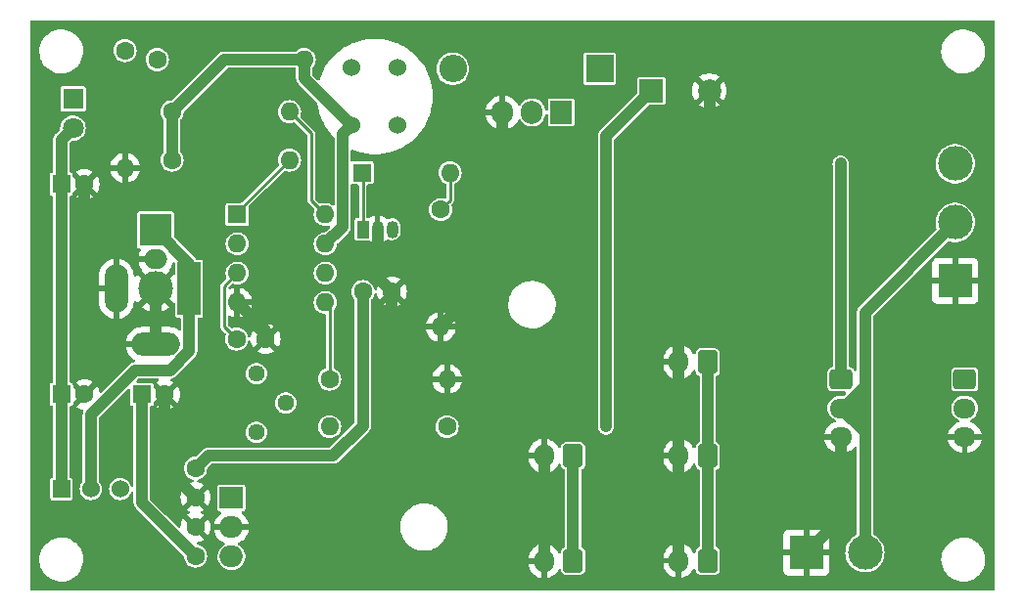
<source format=gbr>
%TF.GenerationSoftware,KiCad,Pcbnew,(7.0.0)*%
%TF.CreationDate,2023-03-22T21:09:57+09:00*%
%TF.ProjectId,NixieTubePowerSupply,4e697869-6554-4756-9265-506f77657253,rev?*%
%TF.SameCoordinates,Original*%
%TF.FileFunction,Copper,L2,Bot*%
%TF.FilePolarity,Positive*%
%FSLAX46Y46*%
G04 Gerber Fmt 4.6, Leading zero omitted, Abs format (unit mm)*
G04 Created by KiCad (PCBNEW (7.0.0)) date 2023-03-22 21:09:57*
%MOMM*%
%LPD*%
G01*
G04 APERTURE LIST*
G04 Aperture macros list*
%AMRoundRect*
0 Rectangle with rounded corners*
0 $1 Rounding radius*
0 $2 $3 $4 $5 $6 $7 $8 $9 X,Y pos of 4 corners*
0 Add a 4 corners polygon primitive as box body*
4,1,4,$2,$3,$4,$5,$6,$7,$8,$9,$2,$3,0*
0 Add four circle primitives for the rounded corners*
1,1,$1+$1,$2,$3*
1,1,$1+$1,$4,$5*
1,1,$1+$1,$6,$7*
1,1,$1+$1,$8,$9*
0 Add four rect primitives between the rounded corners*
20,1,$1+$1,$2,$3,$4,$5,0*
20,1,$1+$1,$4,$5,$6,$7,0*
20,1,$1+$1,$6,$7,$8,$9,0*
20,1,$1+$1,$8,$9,$2,$3,0*%
G04 Aperture macros list end*
%TA.AperFunction,ComponentPad*%
%ADD10RoundRect,0.250000X0.600000X0.750000X-0.600000X0.750000X-0.600000X-0.750000X0.600000X-0.750000X0*%
%TD*%
%TA.AperFunction,ComponentPad*%
%ADD11O,1.700000X2.000000*%
%TD*%
%TA.AperFunction,ComponentPad*%
%ADD12C,1.600000*%
%TD*%
%TA.AperFunction,ComponentPad*%
%ADD13O,1.600000X1.600000*%
%TD*%
%TA.AperFunction,ComponentPad*%
%ADD14R,2.000000X2.000000*%
%TD*%
%TA.AperFunction,ComponentPad*%
%ADD15C,2.000000*%
%TD*%
%TA.AperFunction,ComponentPad*%
%ADD16C,1.524000*%
%TD*%
%TA.AperFunction,ComponentPad*%
%ADD17R,1.905000X2.000000*%
%TD*%
%TA.AperFunction,ComponentPad*%
%ADD18O,1.905000X2.000000*%
%TD*%
%TA.AperFunction,ComponentPad*%
%ADD19R,1.600000X1.600000*%
%TD*%
%TA.AperFunction,ComponentPad*%
%ADD20RoundRect,0.250000X-0.725000X0.600000X-0.725000X-0.600000X0.725000X-0.600000X0.725000X0.600000X0*%
%TD*%
%TA.AperFunction,ComponentPad*%
%ADD21O,1.950000X1.700000*%
%TD*%
%TA.AperFunction,ComponentPad*%
%ADD22R,2.000000X4.600000*%
%TD*%
%TA.AperFunction,ComponentPad*%
%ADD23O,2.000000X4.200000*%
%TD*%
%TA.AperFunction,ComponentPad*%
%ADD24O,4.200000X2.000000*%
%TD*%
%TA.AperFunction,ComponentPad*%
%ADD25R,3.000000X3.000000*%
%TD*%
%TA.AperFunction,ComponentPad*%
%ADD26C,3.000000*%
%TD*%
%TA.AperFunction,ComponentPad*%
%ADD27R,1.800000X1.800000*%
%TD*%
%TA.AperFunction,ComponentPad*%
%ADD28C,1.800000*%
%TD*%
%TA.AperFunction,ComponentPad*%
%ADD29R,2.000000X1.905000*%
%TD*%
%TA.AperFunction,ComponentPad*%
%ADD30O,2.000000X1.905000*%
%TD*%
%TA.AperFunction,ComponentPad*%
%ADD31C,1.440000*%
%TD*%
%TA.AperFunction,ComponentPad*%
%ADD32R,2.800000X2.800000*%
%TD*%
%TA.AperFunction,ComponentPad*%
%ADD33O,2.000000X1.700000*%
%TD*%
%TA.AperFunction,ComponentPad*%
%ADD34R,2.400000X2.400000*%
%TD*%
%TA.AperFunction,ComponentPad*%
%ADD35O,2.400000X2.400000*%
%TD*%
%TA.AperFunction,ComponentPad*%
%ADD36R,1.524000X1.524000*%
%TD*%
%TA.AperFunction,ComponentPad*%
%ADD37R,1.050000X1.500000*%
%TD*%
%TA.AperFunction,ComponentPad*%
%ADD38O,1.050000X1.500000*%
%TD*%
%TA.AperFunction,ViaPad*%
%ADD39C,0.800000*%
%TD*%
%TA.AperFunction,Conductor*%
%ADD40C,1.000000*%
%TD*%
%TA.AperFunction,Conductor*%
%ADD41C,0.250000*%
%TD*%
G04 APERTURE END LIST*
D10*
%TO.P,J11,1,Pin_1*%
%TO.N,/5V*%
X58900000Y-29900000D03*
D11*
%TO.P,J11,2,Pin_2*%
%TO.N,GND*%
X56399999Y-29899999D03*
%TD*%
D12*
%TO.P,R3,1*%
%TO.N,Net-(U2-SI)*%
X12570000Y-12400000D03*
D13*
%TO.P,R3,2*%
%TO.N,Net-(U2-CS)*%
X22729999Y-12399999D03*
%TD*%
D14*
%TO.P,C8,1*%
%TO.N,/200V*%
X54032322Y-6399999D03*
D15*
%TO.P,C8,2*%
%TO.N,GND*%
X59032323Y-6400000D03*
%TD*%
D12*
%TO.P,R4,1*%
%TO.N,Net-(D2-A)*%
X35800000Y-16700000D03*
D13*
%TO.P,R4,2*%
%TO.N,GND*%
X35799999Y-26859999D03*
%TD*%
D10*
%TO.P,J8,1,Pin_1*%
%TO.N,/5V*%
X58900000Y-47100000D03*
D11*
%TO.P,J8,2,Pin_2*%
%TO.N,GND*%
X56399999Y-47099999D03*
%TD*%
D16*
%TO.P,L1,1,1*%
%TO.N,unconnected-(L1-Pad1)*%
X28100000Y-4400000D03*
%TO.P,L1,2,2*%
%TO.N,Net-(U2-SI)*%
X28100000Y-9400000D03*
%TO.P,L1,3,3*%
%TO.N,unconnected-(L1-Pad3)*%
X32100000Y-9400000D03*
%TO.P,L1,4,4*%
%TO.N,Net-(D3-A)*%
X32100000Y-4400000D03*
%TD*%
D17*
%TO.P,Q2,1,G*%
%TO.N,Net-(D2-K)*%
X46239999Y-8269999D03*
D18*
%TO.P,Q2,2,D*%
%TO.N,Net-(D3-A)*%
X43699999Y-8269999D03*
%TO.P,Q2,3,S*%
%TO.N,GND*%
X41159999Y-8269999D03*
%TD*%
D19*
%TO.P,U2,1,CS*%
%TO.N,Net-(U2-CS)*%
X18199999Y-17119999D03*
D13*
%TO.P,U2,2,ES*%
%TO.N,Net-(D2-A)*%
X18199999Y-19659999D03*
%TO.P,U2,3,CT*%
%TO.N,Net-(U2-CT)*%
X18199999Y-22199999D03*
%TO.P,U2,4,GND*%
%TO.N,GND*%
X18199999Y-24739999D03*
%TO.P,U2,5,INV*%
%TO.N,Net-(U2-INV)*%
X25819999Y-24739999D03*
%TO.P,U2,6,V+*%
%TO.N,Net-(#FLG03-pwr)*%
X25819999Y-22199999D03*
%TO.P,U2,7,SI*%
%TO.N,Net-(U2-SI)*%
X25819999Y-19659999D03*
%TO.P,U2,8,CD*%
%TO.N,Net-(U2-CD)*%
X25819999Y-17119999D03*
%TD*%
D12*
%TO.P,C6,1*%
%TO.N,/5V*%
X14600000Y-46700000D03*
%TO.P,C6,2*%
%TO.N,GND*%
X14600000Y-44200000D03*
%TD*%
D19*
%TO.P,C2,1*%
%TO.N,Net-(#FLG03-pwr)*%
X2989775Y-14499999D03*
D12*
%TO.P,C2,2*%
%TO.N,GND*%
X4989776Y-14500000D03*
%TD*%
%TO.P,C3,1*%
%TO.N,Net-(U2-CT)*%
X18150000Y-27900000D03*
%TO.P,C3,2*%
%TO.N,GND*%
X20650000Y-27900000D03*
%TD*%
D20*
%TO.P,J5,1,Pin_1*%
%TO.N,/200V*%
X81125000Y-31400000D03*
D21*
%TO.P,J5,2,Pin_2*%
%TO.N,/5V*%
X81124999Y-33899999D03*
%TO.P,J5,3,Pin_3*%
%TO.N,GND*%
X81124999Y-36399999D03*
%TD*%
D12*
%TO.P,C5,1*%
%TO.N,Net-(#FLG03-pwr)*%
X14600000Y-39100000D03*
%TO.P,C5,2*%
%TO.N,GND*%
X14600000Y-41600000D03*
%TD*%
D20*
%TO.P,J4,1,Pin_1*%
%TO.N,/200V*%
X70425000Y-31400000D03*
D21*
%TO.P,J4,2,Pin_2*%
%TO.N,/5V*%
X70424999Y-33899999D03*
%TO.P,J4,3,Pin_3*%
%TO.N,GND*%
X70424999Y-36399999D03*
%TD*%
D10*
%TO.P,J7,1,Pin_1*%
%TO.N,/5V*%
X47250000Y-47125000D03*
D11*
%TO.P,J7,2,Pin_2*%
%TO.N,GND*%
X44749999Y-47124999D03*
%TD*%
D19*
%TO.P,D2,1,K*%
%TO.N,Net-(D2-K)*%
X28989999Y-13499999D03*
D13*
%TO.P,D2,2,A*%
%TO.N,Net-(D2-A)*%
X36609999Y-13499999D03*
%TD*%
D22*
%TO.P,J1,1*%
%TO.N,/12V*%
X14049999Y-23549999D03*
D23*
%TO.P,J1,2*%
%TO.N,GND*%
X7749999Y-23549999D03*
D24*
%TO.P,J1,3*%
X11149999Y-28349999D03*
%TD*%
D25*
%TO.P,J12,1,Pin_1*%
%TO.N,GND*%
X67419999Y-46399999D03*
D26*
%TO.P,J12,2,Pin_2*%
%TO.N,/5V*%
X72500000Y-46400000D03*
%TD*%
D12*
%TO.P,R7,1*%
%TO.N,Net-(U2-INV)*%
X26200000Y-31380000D03*
D13*
%TO.P,R7,2*%
%TO.N,GND*%
X36359999Y-31379999D03*
%TD*%
D27*
%TO.P,D1,1,K*%
%TO.N,Net-(D1-K)*%
X3999999Y-7099999D03*
D28*
%TO.P,D1,2,A*%
%TO.N,Net-(#FLG03-pwr)*%
X4000000Y-9640000D03*
%TD*%
D19*
%TO.P,C7,1*%
%TO.N,/5V*%
X9955111Y-32699999D03*
D12*
%TO.P,C7,2*%
%TO.N,GND*%
X11955112Y-32700000D03*
%TD*%
%TO.P,C4,1*%
%TO.N,Net-(#FLG03-pwr)*%
X29080000Y-23800000D03*
%TO.P,C4,2*%
%TO.N,GND*%
X31580000Y-23800000D03*
%TD*%
D29*
%TO.P,U1,1,IN*%
%TO.N,Net-(#FLG03-pwr)*%
X17699999Y-41659999D03*
D30*
%TO.P,U1,2,GND*%
%TO.N,GND*%
X17699999Y-44199999D03*
%TO.P,U1,3,OUT*%
%TO.N,/5V*%
X17699999Y-46739999D03*
%TD*%
D19*
%TO.P,C1,1*%
%TO.N,Net-(#FLG03-pwr)*%
X2999999Y-32699999D03*
D12*
%TO.P,C1,2*%
%TO.N,GND*%
X5000000Y-32700000D03*
%TD*%
%TO.P,R2,1*%
%TO.N,Net-(#FLG03-pwr)*%
X11300000Y-3700000D03*
D13*
%TO.P,R2,2*%
%TO.N,Net-(U2-SI)*%
X23999999Y-3699999D03*
%TD*%
D31*
%TO.P,RV1,1,1*%
%TO.N,Net-(U2-INV)*%
X19860000Y-30900000D03*
%TO.P,RV1,2,2*%
%TO.N,Net-(R6-Pad2)*%
X22400000Y-33440000D03*
%TO.P,RV1,3,3*%
X19860000Y-35980000D03*
%TD*%
D10*
%TO.P,J9,1,Pin_1*%
%TO.N,/5V*%
X47250000Y-38025000D03*
D11*
%TO.P,J9,2,Pin_2*%
%TO.N,GND*%
X44749999Y-38024999D03*
%TD*%
D12*
%TO.P,R6,1*%
%TO.N,/200V*%
X36360000Y-35500000D03*
D13*
%TO.P,R6,2*%
%TO.N,Net-(R6-Pad2)*%
X26199999Y-35499999D03*
%TD*%
D32*
%TO.P,J3,1,Pin_1*%
%TO.N,/12V*%
X11149999Y-18469999D03*
D26*
%TO.P,J3,2,Pin_2*%
%TO.N,GND*%
X11150000Y-23550000D03*
%TD*%
D32*
%TO.P,J2,1,Pin_1*%
%TO.N,/12V*%
X11149999Y-18469999D03*
D33*
%TO.P,J2,2,Pin_2*%
%TO.N,GND*%
X11149999Y-20969999D03*
%TD*%
D10*
%TO.P,J10,1,Pin_1*%
%TO.N,/5V*%
X58900000Y-38025000D03*
D11*
%TO.P,J10,2,Pin_2*%
%TO.N,GND*%
X56399999Y-38024999D03*
%TD*%
D25*
%TO.P,J6,1,Pin_1*%
%TO.N,GND*%
X80299999Y-22879999D03*
D26*
%TO.P,J6,2,Pin_2*%
%TO.N,/5V*%
X80300000Y-17800000D03*
%TO.P,J6,3,Pin_3*%
%TO.N,/200V*%
X80300000Y-12720000D03*
%TD*%
D34*
%TO.P,D3,1,K*%
%TO.N,/200V*%
X49549999Y-4499999D03*
D35*
%TO.P,D3,2,A*%
%TO.N,Net-(D3-A)*%
X36849999Y-4499999D03*
%TD*%
D36*
%TO.P,SW1,1,A*%
%TO.N,Net-(#FLG03-pwr)*%
X2999999Y-40899999D03*
D16*
%TO.P,SW1,2,B*%
%TO.N,/12V*%
X5540000Y-40900000D03*
%TO.P,SW1,3,C*%
%TO.N,unconnected-(SW1-C-Pad3)*%
X8080000Y-40900000D03*
%TD*%
D12*
%TO.P,R1,1*%
%TO.N,Net-(D1-K)*%
X8500000Y-2920000D03*
D13*
%TO.P,R1,2*%
%TO.N,GND*%
X8499999Y-13079999D03*
%TD*%
D12*
%TO.P,R5,1*%
%TO.N,Net-(U2-SI)*%
X12570000Y-8225000D03*
D13*
%TO.P,R5,2*%
%TO.N,Net-(U2-CD)*%
X22729999Y-8224999D03*
%TD*%
D37*
%TO.P,Q1,1,E*%
%TO.N,Net-(D2-K)*%
X29059999Y-18399999D03*
D38*
%TO.P,Q1,2,C*%
%TO.N,GND*%
X30329999Y-18399999D03*
%TO.P,Q1,3,B*%
%TO.N,Net-(D2-A)*%
X31599999Y-18399999D03*
%TD*%
D39*
%TO.N,GND*%
X32400000Y-42100000D03*
X39500000Y-37600000D03*
X20400000Y-22000000D03*
X52100000Y-14600000D03*
X47700000Y-22900000D03*
X75400000Y-36400000D03*
X39700000Y-14900000D03*
X47700000Y-16900000D03*
X51900000Y-25400000D03*
X36700000Y-45700000D03*
X45700000Y-20900000D03*
X45700000Y-26900000D03*
X1300000Y-28200000D03*
X32400000Y-40100000D03*
X28300000Y-44100000D03*
X51800000Y-42000000D03*
X39700000Y-18900000D03*
X14300000Y-1800000D03*
X43700000Y-12900000D03*
X35800000Y-19400000D03*
X14800000Y-14700000D03*
X34900000Y-15200000D03*
X68500000Y-41200000D03*
X47700000Y-18900000D03*
X51900000Y-29700000D03*
X63100000Y-25400000D03*
X30600000Y-35900000D03*
X7200000Y-30900000D03*
X47700000Y-14900000D03*
X32400000Y-48400000D03*
X5200000Y-24300000D03*
X30700000Y-15200000D03*
X22300000Y-44100000D03*
X46100000Y-31200000D03*
X39700000Y-22900000D03*
X26300000Y-44100000D03*
X41700000Y-20900000D03*
X19000000Y-6000000D03*
X63300000Y-48400000D03*
X61200000Y-18300000D03*
X22400000Y-24000000D03*
X20200000Y-39500000D03*
X20400000Y-24000000D03*
X75500000Y-47700000D03*
X24400000Y-48400000D03*
X45700000Y-14900000D03*
X16000000Y-22600000D03*
X1300000Y-39600000D03*
X14400000Y-36100000D03*
X32000000Y-45800000D03*
X35700000Y-1700000D03*
X30300000Y-45600000D03*
X28300000Y-42100000D03*
X1200000Y-17300000D03*
X11900000Y-48700000D03*
X23800000Y-21000000D03*
X36400000Y-42100000D03*
X30300000Y-42100000D03*
X35800000Y-24000000D03*
X43700000Y-20900000D03*
X51800000Y-48300000D03*
X33800000Y-35500000D03*
X23000000Y-14400000D03*
X34900000Y-12000000D03*
X61000000Y-1800000D03*
X43700000Y-16900000D03*
X41700000Y-12900000D03*
X45800000Y-42000000D03*
X10000000Y-10400000D03*
X41700000Y-22900000D03*
X54100000Y-9800000D03*
X27400000Y-24200000D03*
X73400000Y-18400000D03*
X12200000Y-41300000D03*
X31600000Y-27900000D03*
X39700000Y-26900000D03*
X22400000Y-48400000D03*
X6600000Y-10400000D03*
X33700000Y-31400000D03*
X6200000Y-48700000D03*
X24300000Y-44100000D03*
X6900000Y-15200000D03*
X36400000Y-40100000D03*
X77000000Y-14900000D03*
X28400000Y-48400000D03*
X68000000Y-33500000D03*
X52000000Y-19800000D03*
X63200000Y-29300000D03*
X41700000Y-16900000D03*
X82500000Y-41200000D03*
X68000000Y-26200000D03*
X58266161Y-22866161D03*
X22300000Y-40100000D03*
X45700000Y-12900000D03*
X75100000Y-10700000D03*
X34400000Y-48400000D03*
X61000000Y-10500000D03*
X80300000Y-8200000D03*
X34400000Y-40100000D03*
X14400000Y-31000000D03*
X30400000Y-48400000D03*
X39700000Y-20900000D03*
X59032323Y-14600000D03*
X39700000Y-16900000D03*
X26400000Y-48400000D03*
X39600000Y-31200000D03*
X33600000Y-17200000D03*
X41700000Y-18900000D03*
X24300000Y-45600000D03*
X41700000Y-26900000D03*
X51900000Y-33800000D03*
X48900000Y-8200000D03*
X63100000Y-33600000D03*
X43700000Y-18900000D03*
X63200000Y-42000000D03*
X57500000Y-42100000D03*
X47700000Y-12900000D03*
X26300000Y-45600000D03*
X30300000Y-44100000D03*
X20400000Y-20000000D03*
X55900000Y-19900000D03*
X22300000Y-42100000D03*
X41700000Y-14900000D03*
X27300000Y-27000000D03*
X1200000Y-7200000D03*
X81800000Y-27400000D03*
X23500000Y-1700000D03*
X45700000Y-22900000D03*
X28300000Y-45600000D03*
X67800000Y-18400000D03*
X36400000Y-48400000D03*
X47700000Y-24900000D03*
X45700000Y-18900000D03*
X20200000Y-43000000D03*
X30600000Y-31100000D03*
X24300000Y-40100000D03*
X33700000Y-29100000D03*
X24300000Y-42100000D03*
X47700000Y-26900000D03*
X23400000Y-28400000D03*
X57500000Y-33500000D03*
X5500000Y-1100000D03*
X22400000Y-22000000D03*
X77100000Y-17600000D03*
X28300000Y-40100000D03*
X47700000Y-1700000D03*
X74800000Y-6600000D03*
X45700000Y-16900000D03*
X26300000Y-40100000D03*
X19800000Y-33400000D03*
X22300000Y-45600000D03*
X74900000Y-2000000D03*
X63100000Y-37600000D03*
X18400000Y-10400000D03*
X22400000Y-18000000D03*
X30300000Y-40100000D03*
X17000000Y-48800000D03*
X47700000Y-20900000D03*
X39700000Y-48600000D03*
X37800000Y-8100000D03*
X68500000Y-10500000D03*
X39500000Y-41900000D03*
X75400000Y-41200000D03*
X22400000Y-20000000D03*
X26300000Y-42100000D03*
X39700000Y-24900000D03*
X11900000Y-37600000D03*
X30300000Y-21000000D03*
X5000000Y-20900000D03*
X51700000Y-37900000D03*
X7800000Y-35000000D03*
X8100000Y-44000000D03*
X43700000Y-14900000D03*
X39700000Y-12900000D03*
X68000000Y-1900000D03*
X76200000Y-27400000D03*
X20400000Y-18000000D03*
%TO.N,/200V*%
X70400000Y-12720000D03*
X50000000Y-35500000D03*
%TD*%
D40*
%TO.N,GND*%
X70425000Y-36400000D02*
X70425000Y-43395000D01*
X58266161Y-22866161D02*
X56400000Y-24732323D01*
X4989776Y-20889776D02*
X5000000Y-20900000D01*
X31580000Y-23800000D02*
X30330000Y-22550000D01*
X20650000Y-27190000D02*
X18200000Y-24740000D01*
X41160000Y-21500000D02*
X35800000Y-26860000D01*
X56400000Y-29900000D02*
X56400000Y-38025000D01*
X59032323Y-22100000D02*
X58266161Y-22866161D01*
X56400000Y-38025000D02*
X56400000Y-47100000D01*
X59032323Y-22100000D02*
X59032323Y-14600000D01*
X11944888Y-32710224D02*
X11955112Y-32700000D01*
X30300000Y-21000000D02*
X30330000Y-20970000D01*
X30330000Y-22550000D02*
X30330000Y-21030000D01*
X30330000Y-21030000D02*
X30300000Y-21000000D01*
X14600000Y-41600000D02*
X11955112Y-38955112D01*
X31580000Y-23800000D02*
X31580000Y-27880000D01*
X44750000Y-38025000D02*
X44750000Y-47125000D01*
X30330000Y-20970000D02*
X30330000Y-18400000D01*
X31580000Y-27880000D02*
X31600000Y-27900000D01*
X41160000Y-8270000D02*
X41160000Y-21500000D01*
X59032323Y-6400000D02*
X59032323Y-14600000D01*
X20650000Y-27900000D02*
X20650000Y-27190000D01*
X11150000Y-23550000D02*
X11150000Y-28350000D01*
X4989776Y-14500000D02*
X4989776Y-20889776D01*
X70425000Y-43395000D02*
X67420000Y-46400000D01*
X11955112Y-38955112D02*
X11955112Y-32700000D01*
X56400000Y-24732323D02*
X56400000Y-29900000D01*
D41*
%TO.N,Net-(U2-CT)*%
X17075000Y-26825000D02*
X18150000Y-27900000D01*
X18200000Y-22200000D02*
X17075000Y-23325000D01*
X17075000Y-23325000D02*
X17075000Y-26825000D01*
D40*
%TO.N,/5V*%
X80300000Y-17800000D02*
X72500000Y-25600000D01*
X70425000Y-33900000D02*
X71225000Y-34700000D01*
X58900000Y-29900000D02*
X58900000Y-38025000D01*
X70425000Y-33900000D02*
X72400000Y-33900000D01*
X72500000Y-46400000D02*
X72500000Y-35975000D01*
X72400000Y-33900000D02*
X72500000Y-34000000D01*
X58900000Y-38025000D02*
X58900000Y-47100000D01*
X71300000Y-33900000D02*
X70425000Y-33900000D01*
X72500000Y-35975000D02*
X70425000Y-33900000D01*
X72500000Y-31993503D02*
X72500000Y-34000000D01*
X47250000Y-38025000D02*
X47250000Y-47125000D01*
X14600000Y-46700000D02*
X9944888Y-42044888D01*
X71225000Y-34700000D02*
X72000000Y-34700000D01*
X72500000Y-31993503D02*
X70593503Y-33900000D01*
X71300000Y-33900000D02*
X72000000Y-33200000D01*
X70593503Y-33900000D02*
X70425000Y-33900000D01*
X9944888Y-42044888D02*
X9944888Y-32710224D01*
X72500000Y-34000000D02*
X72500000Y-35975000D01*
X72500000Y-25600000D02*
X72500000Y-31993503D01*
X9944888Y-32710224D02*
X9955112Y-32700000D01*
%TO.N,/200V*%
X50100000Y-10332323D02*
X50100000Y-35500000D01*
X54032323Y-6400000D02*
X50100000Y-10332323D01*
X70425000Y-31400000D02*
X70425000Y-12745000D01*
X70425000Y-12745000D02*
X70400000Y-12720000D01*
%TO.N,Net-(#FLG03-pwr)*%
X4000000Y-9640000D02*
X2989776Y-10650224D01*
X3000000Y-32700000D02*
X3000000Y-40900000D01*
X29080000Y-23800000D02*
X29080000Y-35420000D01*
X26500000Y-38000000D02*
X15700000Y-38000000D01*
X15700000Y-38000000D02*
X14600000Y-39100000D01*
X29080000Y-35420000D02*
X26500000Y-38000000D01*
X2989776Y-14500000D02*
X2989776Y-32689776D01*
X2989776Y-10650224D02*
X2989776Y-14500000D01*
X2989776Y-32689776D02*
X3000000Y-32700000D01*
D41*
%TO.N,Net-(D2-A)*%
X36610000Y-15890000D02*
X35800000Y-16700000D01*
X36610000Y-13500000D02*
X36610000Y-15890000D01*
D40*
%TO.N,Net-(U2-SI)*%
X24000000Y-5300000D02*
X28100000Y-9400000D01*
X24000000Y-3700000D02*
X24000000Y-5300000D01*
X12570000Y-12400000D02*
X12570000Y-8225000D01*
X27320000Y-18160000D02*
X27320000Y-10180000D01*
X25820000Y-19660000D02*
X27320000Y-18160000D01*
X12575000Y-8225000D02*
X17100000Y-3700000D01*
X27320000Y-10180000D02*
X28100000Y-9400000D01*
X17100000Y-3700000D02*
X24000000Y-3700000D01*
X12570000Y-8225000D02*
X12575000Y-8225000D01*
D41*
%TO.N,Net-(U2-CS)*%
X18200000Y-16930000D02*
X18200000Y-17120000D01*
X22730000Y-12400000D02*
X18200000Y-16930000D01*
%TO.N,Net-(U2-CD)*%
X24600000Y-15900000D02*
X24600000Y-10095000D01*
X25820000Y-17120000D02*
X24600000Y-15900000D01*
X24600000Y-10095000D02*
X22730000Y-8225000D01*
%TO.N,Net-(D2-K)*%
X29060000Y-13570000D02*
X28990000Y-13500000D01*
X29060000Y-18400000D02*
X29060000Y-13570000D01*
%TO.N,Net-(U2-INV)*%
X26200000Y-25120000D02*
X25820000Y-24740000D01*
X26200000Y-31350000D02*
X26200000Y-25120000D01*
D40*
%TO.N,/12V*%
X11150000Y-18470000D02*
X14050000Y-21370000D01*
X14050000Y-28954163D02*
X12404163Y-30600000D01*
X5540000Y-34460000D02*
X5540000Y-40900000D01*
X12404163Y-30600000D02*
X9400000Y-30600000D01*
X14050000Y-21370000D02*
X14050000Y-23550000D01*
X9400000Y-30600000D02*
X5540000Y-34460000D01*
X14050000Y-23550000D02*
X14050000Y-28954163D01*
%TD*%
%TA.AperFunction,Conductor*%
%TO.N,GND*%
G36*
X83637500Y-317113D02*
G01*
X83682887Y-362500D01*
X83699500Y-424500D01*
X83699500Y-49575500D01*
X83682887Y-49637500D01*
X83637500Y-49682887D01*
X83575500Y-49699500D01*
X424500Y-49699500D01*
X362500Y-49682887D01*
X317113Y-49637500D01*
X300500Y-49575500D01*
X300500Y-47069596D01*
X1095687Y-47069596D01*
X1096181Y-47074093D01*
X1096182Y-47074098D01*
X1116476Y-47258538D01*
X1126114Y-47346124D01*
X1127259Y-47350504D01*
X1127261Y-47350514D01*
X1190261Y-47591487D01*
X1196480Y-47615276D01*
X1198245Y-47619430D01*
X1198248Y-47619438D01*
X1298934Y-47856372D01*
X1305284Y-47871314D01*
X1307641Y-47875176D01*
X1437453Y-48087882D01*
X1450208Y-48108781D01*
X1453106Y-48112264D01*
X1453108Y-48112266D01*
X1596257Y-48284278D01*
X1628163Y-48322617D01*
X1631538Y-48325641D01*
X1631539Y-48325642D01*
X1771323Y-48450889D01*
X1835357Y-48508263D01*
X2067373Y-48661763D01*
X2319267Y-48779846D01*
X2585669Y-48859995D01*
X2860901Y-48900500D01*
X3067201Y-48900500D01*
X3069463Y-48900500D01*
X3277455Y-48885277D01*
X3548997Y-48824788D01*
X3808838Y-48725408D01*
X4051440Y-48589253D01*
X4271632Y-48419226D01*
X4464722Y-48218951D01*
X4626593Y-47992696D01*
X4753797Y-47745283D01*
X4843621Y-47481986D01*
X4894152Y-47208416D01*
X4904313Y-46930404D01*
X4873886Y-46653876D01*
X4803520Y-46384724D01*
X4694716Y-46128686D01*
X4549792Y-45891219D01*
X4371837Y-45677383D01*
X4352719Y-45660253D01*
X4168023Y-45494765D01*
X4168019Y-45494761D01*
X4164643Y-45491737D01*
X3932627Y-45338237D01*
X3928533Y-45336317D01*
X3928528Y-45336315D01*
X3684834Y-45222076D01*
X3684828Y-45222073D01*
X3680733Y-45220154D01*
X3676394Y-45218848D01*
X3676390Y-45218847D01*
X3418677Y-45141312D01*
X3418670Y-45141310D01*
X3414331Y-45140005D01*
X3409852Y-45139345D01*
X3409844Y-45139344D01*
X3143573Y-45100158D01*
X3143567Y-45100157D01*
X3139099Y-45099500D01*
X2930537Y-45099500D01*
X2928288Y-45099664D01*
X2928277Y-45099665D01*
X2727075Y-45114391D01*
X2727068Y-45114391D01*
X2722545Y-45114723D01*
X2718120Y-45115708D01*
X2718111Y-45115710D01*
X2455434Y-45174224D01*
X2455421Y-45174227D01*
X2451003Y-45175212D01*
X2446774Y-45176829D01*
X2446762Y-45176833D01*
X2195393Y-45272973D01*
X2195383Y-45272977D01*
X2191162Y-45274592D01*
X2187221Y-45276803D01*
X2187212Y-45276808D01*
X1952511Y-45408529D01*
X1952505Y-45408532D01*
X1948560Y-45410747D01*
X1944989Y-45413504D01*
X1944976Y-45413513D01*
X1731952Y-45578006D01*
X1731947Y-45578009D01*
X1728368Y-45580774D01*
X1725221Y-45584037D01*
X1725221Y-45584038D01*
X1538427Y-45777782D01*
X1538421Y-45777788D01*
X1535278Y-45781049D01*
X1532639Y-45784737D01*
X1532637Y-45784740D01*
X1376046Y-46003614D01*
X1376040Y-46003623D01*
X1373407Y-46007304D01*
X1371334Y-46011334D01*
X1371332Y-46011339D01*
X1248277Y-46250681D01*
X1248271Y-46250692D01*
X1246203Y-46254717D01*
X1244743Y-46258996D01*
X1244739Y-46259006D01*
X1160272Y-46506602D01*
X1156379Y-46518014D01*
X1155556Y-46522467D01*
X1155556Y-46522469D01*
X1106671Y-46787123D01*
X1106669Y-46787136D01*
X1105848Y-46791584D01*
X1105682Y-46796111D01*
X1105682Y-46796116D01*
X1096152Y-47056885D01*
X1095687Y-47069596D01*
X300500Y-47069596D01*
X300500Y-15319748D01*
X1989276Y-15319748D01*
X2000909Y-15378231D01*
X2045224Y-15444552D01*
X2111545Y-15488867D01*
X2170028Y-15500500D01*
X2176124Y-15500500D01*
X2177433Y-15500629D01*
X2234168Y-15520931D01*
X2274635Y-15565580D01*
X2289276Y-15624032D01*
X2289276Y-31576975D01*
X2274635Y-31635427D01*
X2234170Y-31680075D01*
X2180227Y-31699377D01*
X2180252Y-31699500D01*
X2179427Y-31699664D01*
X2179426Y-31699664D01*
X2174288Y-31700686D01*
X2174280Y-31700687D01*
X2133747Y-31708750D01*
X2133745Y-31708750D01*
X2121769Y-31711133D01*
X2111618Y-31717915D01*
X2111615Y-31717917D01*
X2065601Y-31748663D01*
X2065598Y-31748665D01*
X2055448Y-31755448D01*
X2048665Y-31765598D01*
X2048663Y-31765601D01*
X2017917Y-31811615D01*
X2017915Y-31811618D01*
X2011133Y-31821769D01*
X2008750Y-31833745D01*
X2008750Y-31833747D01*
X2000689Y-31874271D01*
X2000688Y-31874277D01*
X1999500Y-31880252D01*
X1999500Y-33519748D01*
X2011133Y-33578231D01*
X2055448Y-33644552D01*
X2121769Y-33688867D01*
X2180252Y-33700500D01*
X2186348Y-33700500D01*
X2187657Y-33700629D01*
X2244392Y-33720931D01*
X2284859Y-33765580D01*
X2299500Y-33824032D01*
X2299500Y-39819575D01*
X2286712Y-39874419D01*
X2250986Y-39917951D01*
X2199691Y-39941192D01*
X2171747Y-39946750D01*
X2171745Y-39946750D01*
X2159769Y-39949133D01*
X2149618Y-39955915D01*
X2149615Y-39955917D01*
X2103601Y-39986663D01*
X2103598Y-39986665D01*
X2093448Y-39993448D01*
X2086665Y-40003598D01*
X2086663Y-40003601D01*
X2055917Y-40049615D01*
X2055915Y-40049618D01*
X2049133Y-40059769D01*
X2046750Y-40071745D01*
X2046750Y-40071747D01*
X2038689Y-40112271D01*
X2038688Y-40112277D01*
X2037500Y-40118252D01*
X2037500Y-41681748D01*
X2038688Y-41687723D01*
X2038689Y-41687728D01*
X2041958Y-41704162D01*
X2049133Y-41740231D01*
X2055916Y-41750383D01*
X2055917Y-41750384D01*
X2084751Y-41793537D01*
X2093448Y-41806552D01*
X2159769Y-41850867D01*
X2218252Y-41862500D01*
X3775652Y-41862500D01*
X3781748Y-41862500D01*
X3840231Y-41850867D01*
X3906552Y-41806552D01*
X3950867Y-41740231D01*
X3962500Y-41681748D01*
X3962500Y-40118252D01*
X3950867Y-40059769D01*
X3906552Y-39993448D01*
X3840231Y-39949133D01*
X3828253Y-39946750D01*
X3828252Y-39946750D01*
X3800309Y-39941192D01*
X3749014Y-39917951D01*
X3713288Y-39874419D01*
X3700500Y-39819575D01*
X3700500Y-33824032D01*
X3711854Y-33778703D01*
X4278217Y-33778703D01*
X4285650Y-33786814D01*
X4343077Y-33827025D01*
X4352427Y-33832423D01*
X4548768Y-33923979D01*
X4558902Y-33927667D01*
X4768162Y-33983739D01*
X4778784Y-33985611D01*
X4801314Y-33987582D01*
X4855192Y-34005317D01*
X4895536Y-34045188D01*
X4913904Y-34098853D01*
X4906453Y-34155083D01*
X4893854Y-34188303D01*
X4890989Y-34195219D01*
X4869382Y-34243229D01*
X4869379Y-34243235D01*
X4866305Y-34250068D01*
X4864953Y-34257439D01*
X4864951Y-34257449D01*
X4864474Y-34260053D01*
X4858456Y-34281643D01*
X4857519Y-34284114D01*
X4857517Y-34284119D01*
X4854860Y-34291128D01*
X4853956Y-34298565D01*
X4853956Y-34298569D01*
X4847610Y-34350827D01*
X4846483Y-34358226D01*
X4836994Y-34410010D01*
X4836993Y-34410018D01*
X4835642Y-34417394D01*
X4836094Y-34424873D01*
X4836094Y-34424881D01*
X4839274Y-34477433D01*
X4839500Y-34484921D01*
X4839500Y-40191997D01*
X4832251Y-40233772D01*
X4811353Y-40270662D01*
X4739704Y-40357964D01*
X4739699Y-40357971D01*
X4735838Y-40362676D01*
X4732970Y-40368041D01*
X4732963Y-40368052D01*
X4649334Y-40524512D01*
X4649330Y-40524519D01*
X4646463Y-40529885D01*
X4644697Y-40535704D01*
X4644695Y-40535711D01*
X4593195Y-40705486D01*
X4593193Y-40705493D01*
X4591427Y-40711317D01*
X4590830Y-40717373D01*
X4590829Y-40717381D01*
X4574988Y-40878217D01*
X4572843Y-40900000D01*
X4573440Y-40906061D01*
X4590829Y-41082618D01*
X4590830Y-41082624D01*
X4591427Y-41088683D01*
X4593194Y-41094508D01*
X4593195Y-41094513D01*
X4637803Y-41241567D01*
X4646463Y-41270115D01*
X4649332Y-41275483D01*
X4649334Y-41275487D01*
X4732963Y-41431947D01*
X4732967Y-41431953D01*
X4735838Y-41437324D01*
X4856117Y-41583883D01*
X5002676Y-41704162D01*
X5008048Y-41707033D01*
X5008052Y-41707036D01*
X5097284Y-41754731D01*
X5169885Y-41793537D01*
X5351317Y-41848573D01*
X5540000Y-41867157D01*
X5728683Y-41848573D01*
X5910115Y-41793537D01*
X6077324Y-41704162D01*
X6223883Y-41583883D01*
X6344162Y-41437324D01*
X6433537Y-41270115D01*
X6488573Y-41088683D01*
X6507157Y-40900000D01*
X6488573Y-40711317D01*
X6433537Y-40529885D01*
X6419299Y-40503247D01*
X6347036Y-40368052D01*
X6347033Y-40368048D01*
X6344162Y-40362676D01*
X6268646Y-40270661D01*
X6247749Y-40233772D01*
X6240500Y-40191997D01*
X6240500Y-34801519D01*
X6249939Y-34754066D01*
X6276819Y-34713838D01*
X8742931Y-32247726D01*
X8792294Y-32217476D01*
X8850010Y-32212934D01*
X8903497Y-32235089D01*
X8941097Y-32279112D01*
X8954612Y-32335407D01*
X8954612Y-33519748D01*
X8966245Y-33578231D01*
X9010560Y-33644552D01*
X9076881Y-33688867D01*
X9135364Y-33700500D01*
X9135339Y-33700622D01*
X9189282Y-33719925D01*
X9229747Y-33764573D01*
X9244388Y-33823025D01*
X9244388Y-40586821D01*
X9224823Y-40653674D01*
X9172302Y-40699431D01*
X9103398Y-40709652D01*
X9039856Y-40681111D01*
X9001727Y-40622816D01*
X8975304Y-40535711D01*
X8973537Y-40529885D01*
X8959299Y-40503247D01*
X8887036Y-40368052D01*
X8887033Y-40368048D01*
X8884162Y-40362676D01*
X8763883Y-40216117D01*
X8617324Y-40095838D01*
X8611953Y-40092967D01*
X8611947Y-40092963D01*
X8455487Y-40009334D01*
X8455483Y-40009332D01*
X8450115Y-40006463D01*
X8444291Y-40004696D01*
X8444288Y-40004695D01*
X8274513Y-39953195D01*
X8274508Y-39953194D01*
X8268683Y-39951427D01*
X8262624Y-39950830D01*
X8262618Y-39950829D01*
X8086061Y-39933440D01*
X8080000Y-39932843D01*
X8073939Y-39933440D01*
X7897381Y-39950829D01*
X7897373Y-39950830D01*
X7891317Y-39951427D01*
X7885493Y-39953193D01*
X7885486Y-39953195D01*
X7715711Y-40004695D01*
X7715704Y-40004697D01*
X7709885Y-40006463D01*
X7704519Y-40009330D01*
X7704512Y-40009334D01*
X7548052Y-40092963D01*
X7548041Y-40092970D01*
X7542676Y-40095838D01*
X7537964Y-40099704D01*
X7537964Y-40099705D01*
X7400823Y-40212254D01*
X7400818Y-40212258D01*
X7396117Y-40216117D01*
X7392258Y-40220818D01*
X7392254Y-40220823D01*
X7314488Y-40315581D01*
X7275838Y-40362676D01*
X7272970Y-40368041D01*
X7272963Y-40368052D01*
X7189334Y-40524512D01*
X7189330Y-40524519D01*
X7186463Y-40529885D01*
X7184697Y-40535704D01*
X7184695Y-40535711D01*
X7133195Y-40705486D01*
X7133193Y-40705493D01*
X7131427Y-40711317D01*
X7130830Y-40717373D01*
X7130829Y-40717381D01*
X7114988Y-40878217D01*
X7112843Y-40900000D01*
X7113440Y-40906061D01*
X7130829Y-41082618D01*
X7130830Y-41082624D01*
X7131427Y-41088683D01*
X7133194Y-41094508D01*
X7133195Y-41094513D01*
X7177803Y-41241567D01*
X7186463Y-41270115D01*
X7189332Y-41275483D01*
X7189334Y-41275487D01*
X7272963Y-41431947D01*
X7272967Y-41431953D01*
X7275838Y-41437324D01*
X7396117Y-41583883D01*
X7542676Y-41704162D01*
X7548048Y-41707033D01*
X7548052Y-41707036D01*
X7637284Y-41754731D01*
X7709885Y-41793537D01*
X7891317Y-41848573D01*
X8080000Y-41867157D01*
X8268683Y-41848573D01*
X8450115Y-41793537D01*
X8617324Y-41704162D01*
X8763883Y-41583883D01*
X8884162Y-41437324D01*
X8973537Y-41270115D01*
X9001726Y-41177184D01*
X9039856Y-41118889D01*
X9103398Y-41090348D01*
X9172302Y-41100569D01*
X9224823Y-41146326D01*
X9244388Y-41213179D01*
X9244388Y-42019967D01*
X9244162Y-42027455D01*
X9240982Y-42080006D01*
X9240982Y-42080014D01*
X9240530Y-42087494D01*
X9241881Y-42094870D01*
X9241882Y-42094875D01*
X9251371Y-42146659D01*
X9252498Y-42154059D01*
X9258843Y-42206313D01*
X9258844Y-42206318D01*
X9259748Y-42213760D01*
X9262407Y-42220773D01*
X9262409Y-42220779D01*
X9263338Y-42223228D01*
X9269363Y-42244840D01*
X9269839Y-42247439D01*
X9269842Y-42247448D01*
X9271193Y-42254820D01*
X9274270Y-42261657D01*
X9274271Y-42261660D01*
X9295879Y-42309672D01*
X9298745Y-42316590D01*
X9320070Y-42372818D01*
X9324330Y-42378990D01*
X9324333Y-42378995D01*
X9325825Y-42381156D01*
X9336847Y-42400698D01*
X9337927Y-42403098D01*
X9337932Y-42403107D01*
X9341010Y-42409945D01*
X9345633Y-42415846D01*
X9345635Y-42415849D01*
X9378104Y-42457292D01*
X9382524Y-42463298D01*
X9416705Y-42512817D01*
X9461735Y-42552710D01*
X9467170Y-42557827D01*
X13561681Y-46652337D01*
X13586095Y-46687001D01*
X13597403Y-46727864D01*
X13613378Y-46890067D01*
X13613379Y-46890073D01*
X13613976Y-46896132D01*
X13615743Y-46901957D01*
X13615744Y-46901962D01*
X13661030Y-47051247D01*
X13671186Y-47084727D01*
X13674055Y-47090095D01*
X13674057Y-47090099D01*
X13761215Y-47253161D01*
X13761219Y-47253167D01*
X13764090Y-47258538D01*
X13889117Y-47410883D01*
X14041462Y-47535910D01*
X14046834Y-47538781D01*
X14046838Y-47538784D01*
X14159841Y-47599185D01*
X14215273Y-47628814D01*
X14403868Y-47686024D01*
X14600000Y-47705341D01*
X14796132Y-47686024D01*
X14984727Y-47628814D01*
X15158538Y-47535910D01*
X15310883Y-47410883D01*
X15435910Y-47258538D01*
X15528814Y-47084727D01*
X15586024Y-46896132D01*
X15605341Y-46700000D01*
X15586024Y-46503868D01*
X15528814Y-46315273D01*
X15493869Y-46249896D01*
X15438784Y-46146838D01*
X15438781Y-46146834D01*
X15435910Y-46141462D01*
X15310883Y-45989117D01*
X15259816Y-45947207D01*
X15163250Y-45867957D01*
X15163249Y-45867956D01*
X15158538Y-45864090D01*
X15153167Y-45861219D01*
X15153161Y-45861215D01*
X14990099Y-45774057D01*
X14990095Y-45774055D01*
X14984727Y-45771186D01*
X14978904Y-45769419D01*
X14978893Y-45769415D01*
X14825399Y-45722853D01*
X14771448Y-45689549D01*
X14741013Y-45633928D01*
X14742051Y-45570534D01*
X14774290Y-45515940D01*
X14829302Y-45484418D01*
X15041095Y-45427668D01*
X15051231Y-45423979D01*
X15247575Y-45332422D01*
X15256920Y-45327026D01*
X15314348Y-45286814D01*
X15321780Y-45278703D01*
X15315867Y-45269421D01*
X14600000Y-44553553D01*
X14246446Y-44199999D01*
X14958431Y-44199999D01*
X14965095Y-44211542D01*
X15669421Y-44915867D01*
X15678703Y-44921780D01*
X15686814Y-44914348D01*
X15727026Y-44856920D01*
X15732422Y-44847575D01*
X15823979Y-44651231D01*
X15827667Y-44641097D01*
X15875303Y-44463320D01*
X16223855Y-44463320D01*
X16238775Y-44552731D01*
X16241286Y-44562642D01*
X16316116Y-44780613D01*
X16320219Y-44789968D01*
X16429906Y-44992654D01*
X16435498Y-45001212D01*
X16577053Y-45183081D01*
X16583966Y-45190591D01*
X16753528Y-45346685D01*
X16761585Y-45352956D01*
X16954528Y-45479011D01*
X16963515Y-45483875D01*
X17053084Y-45523163D01*
X17106250Y-45567638D01*
X17127238Y-45633700D01*
X17109491Y-45700705D01*
X17058553Y-45747716D01*
X17048055Y-45752943D01*
X17048042Y-45752950D01*
X17042923Y-45755500D01*
X17038360Y-45758945D01*
X17038350Y-45758952D01*
X16876978Y-45880814D01*
X16876967Y-45880823D01*
X16872401Y-45884272D01*
X16868544Y-45888502D01*
X16868534Y-45888512D01*
X16732304Y-46037950D01*
X16732300Y-46037954D01*
X16728444Y-46042185D01*
X16725432Y-46047048D01*
X16725427Y-46047056D01*
X16624173Y-46210589D01*
X16615955Y-46223862D01*
X16613887Y-46229199D01*
X16613885Y-46229204D01*
X16540835Y-46417767D01*
X16540832Y-46417775D01*
X16538764Y-46423115D01*
X16537710Y-46428749D01*
X16537710Y-46428752D01*
X16520192Y-46522469D01*
X16499500Y-46633159D01*
X16499500Y-46846841D01*
X16500551Y-46852467D01*
X16500552Y-46852470D01*
X16515967Y-46934931D01*
X16538764Y-47056885D01*
X16540833Y-47062227D01*
X16540835Y-47062232D01*
X16572477Y-47143908D01*
X16615955Y-47256138D01*
X16618973Y-47261012D01*
X16714159Y-47414745D01*
X16728444Y-47437815D01*
X16732304Y-47442049D01*
X16868534Y-47591487D01*
X16868538Y-47591491D01*
X16872401Y-47595728D01*
X16876974Y-47599181D01*
X16876978Y-47599185D01*
X17034841Y-47718397D01*
X17042923Y-47724500D01*
X17234204Y-47819747D01*
X17439729Y-47878224D01*
X17599189Y-47893000D01*
X17797939Y-47893000D01*
X17800811Y-47893000D01*
X17960271Y-47878224D01*
X18165796Y-47819747D01*
X18357077Y-47724500D01*
X18527599Y-47595728D01*
X18671556Y-47437815D01*
X18699813Y-47392178D01*
X43405094Y-47392178D01*
X43414958Y-47504922D01*
X43416833Y-47515553D01*
X43475168Y-47733263D01*
X43478856Y-47743397D01*
X43574110Y-47947667D01*
X43579508Y-47957017D01*
X43708784Y-48141642D01*
X43715719Y-48149907D01*
X43875090Y-48309278D01*
X43883356Y-48316215D01*
X44067991Y-48445498D01*
X44077323Y-48450886D01*
X44281602Y-48546143D01*
X44291736Y-48549831D01*
X44486219Y-48601943D01*
X44497448Y-48602311D01*
X44500000Y-48591369D01*
X45000000Y-48591369D01*
X45002551Y-48602311D01*
X45013780Y-48601943D01*
X45208263Y-48549831D01*
X45218397Y-48546143D01*
X45422667Y-48450889D01*
X45432017Y-48445491D01*
X45616642Y-48316215D01*
X45624907Y-48309280D01*
X45784280Y-48149907D01*
X45791215Y-48141642D01*
X45920491Y-47957017D01*
X45925889Y-47947667D01*
X45963118Y-47867832D01*
X46006160Y-47817436D01*
X46069011Y-47796407D01*
X46133715Y-47810752D01*
X46181789Y-47856372D01*
X46199500Y-47920237D01*
X46199500Y-47929266D01*
X46199769Y-47932141D01*
X46199770Y-47932149D01*
X46201649Y-47952187D01*
X46201649Y-47952191D01*
X46202354Y-47959699D01*
X46204842Y-47966811D01*
X46204844Y-47966817D01*
X46244138Y-48079113D01*
X46244139Y-48079116D01*
X46247207Y-48087882D01*
X46252722Y-48095355D01*
X46252724Y-48095358D01*
X46281079Y-48133777D01*
X46327850Y-48197150D01*
X46437118Y-48277793D01*
X46565301Y-48322646D01*
X46595734Y-48325500D01*
X47901373Y-48325500D01*
X47904266Y-48325500D01*
X47934699Y-48322646D01*
X48062882Y-48277793D01*
X48172150Y-48197150D01*
X48252793Y-48087882D01*
X48297646Y-47959699D01*
X48300500Y-47929266D01*
X48300500Y-47367178D01*
X55055094Y-47367178D01*
X55064958Y-47479922D01*
X55066833Y-47490553D01*
X55125168Y-47708263D01*
X55128856Y-47718397D01*
X55224110Y-47922667D01*
X55229508Y-47932017D01*
X55358784Y-48116642D01*
X55365719Y-48124907D01*
X55525090Y-48284278D01*
X55533356Y-48291215D01*
X55717991Y-48420498D01*
X55727323Y-48425886D01*
X55931602Y-48521143D01*
X55941736Y-48524831D01*
X56136219Y-48576943D01*
X56147448Y-48577311D01*
X56150000Y-48566369D01*
X56650000Y-48566369D01*
X56652551Y-48577311D01*
X56663780Y-48576943D01*
X56858263Y-48524831D01*
X56868397Y-48521143D01*
X57072667Y-48425889D01*
X57082017Y-48420491D01*
X57266642Y-48291215D01*
X57274907Y-48284280D01*
X57434280Y-48124907D01*
X57441215Y-48116642D01*
X57570491Y-47932017D01*
X57575889Y-47922667D01*
X57613118Y-47842832D01*
X57656160Y-47792436D01*
X57719011Y-47771407D01*
X57783715Y-47785752D01*
X57831789Y-47831372D01*
X57849500Y-47895237D01*
X57849500Y-47904266D01*
X57849769Y-47907141D01*
X57849770Y-47907149D01*
X57851649Y-47927187D01*
X57851649Y-47927191D01*
X57852354Y-47934699D01*
X57854842Y-47941811D01*
X57854844Y-47941817D01*
X57894138Y-48054113D01*
X57894139Y-48054116D01*
X57897207Y-48062882D01*
X57902722Y-48070355D01*
X57902724Y-48070358D01*
X57955334Y-48141642D01*
X57977850Y-48172150D01*
X58087118Y-48252793D01*
X58215301Y-48297646D01*
X58245734Y-48300500D01*
X59551373Y-48300500D01*
X59554266Y-48300500D01*
X59584699Y-48297646D01*
X59712882Y-48252793D01*
X59822150Y-48172150D01*
X59902793Y-48062882D01*
X59944210Y-47944518D01*
X65420000Y-47944518D01*
X65420353Y-47951114D01*
X65425573Y-47999667D01*
X65429111Y-48014641D01*
X65473547Y-48133777D01*
X65481962Y-48149189D01*
X65557498Y-48250092D01*
X65569907Y-48262501D01*
X65670810Y-48338037D01*
X65686222Y-48346452D01*
X65805358Y-48390888D01*
X65820332Y-48394426D01*
X65868885Y-48399646D01*
X65875482Y-48400000D01*
X67153674Y-48400000D01*
X67166549Y-48396549D01*
X67170000Y-48383674D01*
X67670000Y-48383674D01*
X67673450Y-48396549D01*
X67686326Y-48400000D01*
X68964518Y-48400000D01*
X68971114Y-48399646D01*
X69019667Y-48394426D01*
X69034641Y-48390888D01*
X69153777Y-48346452D01*
X69169189Y-48338037D01*
X69270092Y-48262501D01*
X69282501Y-48250092D01*
X69358037Y-48149189D01*
X69366452Y-48133777D01*
X69410888Y-48014641D01*
X69414426Y-47999667D01*
X69419646Y-47951114D01*
X69420000Y-47944518D01*
X69420000Y-46666326D01*
X69416549Y-46653450D01*
X69403674Y-46650000D01*
X67686326Y-46650000D01*
X67673450Y-46653450D01*
X67670000Y-46666326D01*
X67670000Y-48383674D01*
X67170000Y-48383674D01*
X67170000Y-46666326D01*
X67166549Y-46653450D01*
X67153674Y-46650000D01*
X65436326Y-46650000D01*
X65423450Y-46653450D01*
X65420000Y-46666326D01*
X65420000Y-47944518D01*
X59944210Y-47944518D01*
X59947646Y-47934699D01*
X59950500Y-47904266D01*
X59950500Y-46295734D01*
X59947646Y-46265301D01*
X59902793Y-46137118D01*
X59900251Y-46133674D01*
X65420000Y-46133674D01*
X65423450Y-46146549D01*
X65436326Y-46150000D01*
X67153674Y-46150000D01*
X67166549Y-46146549D01*
X67170000Y-46133674D01*
X67670000Y-46133674D01*
X67673450Y-46146549D01*
X67686326Y-46150000D01*
X69403674Y-46150000D01*
X69416549Y-46146549D01*
X69420000Y-46133674D01*
X69420000Y-44855482D01*
X69419646Y-44848885D01*
X69414426Y-44800332D01*
X69410888Y-44785358D01*
X69366452Y-44666222D01*
X69358037Y-44650810D01*
X69282501Y-44549907D01*
X69270092Y-44537498D01*
X69169189Y-44461962D01*
X69153777Y-44453547D01*
X69034641Y-44409111D01*
X69019667Y-44405573D01*
X68971114Y-44400353D01*
X68964518Y-44400000D01*
X67686326Y-44400000D01*
X67673450Y-44403450D01*
X67670000Y-44416326D01*
X67670000Y-46133674D01*
X67170000Y-46133674D01*
X67170000Y-44416326D01*
X67166549Y-44403450D01*
X67153674Y-44400000D01*
X65875482Y-44400000D01*
X65868885Y-44400353D01*
X65820332Y-44405573D01*
X65805358Y-44409111D01*
X65686222Y-44453547D01*
X65670810Y-44461962D01*
X65569907Y-44537498D01*
X65557498Y-44549907D01*
X65481962Y-44650810D01*
X65473547Y-44666222D01*
X65429111Y-44785358D01*
X65425573Y-44800332D01*
X65420353Y-44848885D01*
X65420000Y-44855482D01*
X65420000Y-46133674D01*
X59900251Y-46133674D01*
X59822150Y-46027850D01*
X59776045Y-45993823D01*
X59720358Y-45952724D01*
X59720355Y-45952722D01*
X59712882Y-45947207D01*
X59704116Y-45944139D01*
X59704113Y-45944138D01*
X59683546Y-45936942D01*
X59640159Y-45910799D01*
X59610846Y-45869487D01*
X59600500Y-45819900D01*
X59600500Y-39305100D01*
X59610846Y-39255513D01*
X59640159Y-39214201D01*
X59683546Y-39188058D01*
X59712882Y-39177793D01*
X59822150Y-39097150D01*
X59902793Y-38987882D01*
X59947646Y-38859699D01*
X59950500Y-38829266D01*
X59950500Y-37220734D01*
X59947646Y-37190301D01*
X59902793Y-37062118D01*
X59822150Y-36952850D01*
X59749385Y-36899147D01*
X59720358Y-36877724D01*
X59720355Y-36877722D01*
X59712882Y-36872207D01*
X59704116Y-36869139D01*
X59704113Y-36869138D01*
X59683546Y-36861942D01*
X59640159Y-36835799D01*
X59610846Y-36794487D01*
X59600500Y-36744900D01*
X59600500Y-36652551D01*
X68972688Y-36652551D01*
X68973056Y-36663780D01*
X69025168Y-36858263D01*
X69028856Y-36868397D01*
X69124110Y-37072667D01*
X69129508Y-37082017D01*
X69258784Y-37266642D01*
X69265719Y-37274907D01*
X69425092Y-37434280D01*
X69433357Y-37441215D01*
X69617982Y-37570491D01*
X69627332Y-37575889D01*
X69831602Y-37671143D01*
X69841736Y-37674831D01*
X70059446Y-37733166D01*
X70070078Y-37735041D01*
X70157823Y-37742718D01*
X70171265Y-37740146D01*
X70175000Y-37726978D01*
X70175000Y-36666326D01*
X70171549Y-36653450D01*
X70158674Y-36650000D01*
X68983631Y-36650000D01*
X68972688Y-36652551D01*
X59600500Y-36652551D01*
X59600500Y-36147448D01*
X68972688Y-36147448D01*
X68983631Y-36150000D01*
X70551000Y-36150000D01*
X70613000Y-36166613D01*
X70658387Y-36212000D01*
X70675000Y-36274000D01*
X70675000Y-37726978D01*
X70678734Y-37740146D01*
X70692176Y-37742718D01*
X70779921Y-37735041D01*
X70790553Y-37733166D01*
X71008263Y-37674831D01*
X71018397Y-37671143D01*
X71222667Y-37575889D01*
X71232017Y-37570491D01*
X71416642Y-37441215D01*
X71424907Y-37434280D01*
X71587819Y-37271369D01*
X71637182Y-37241119D01*
X71694898Y-37236577D01*
X71748385Y-37258732D01*
X71785985Y-37302755D01*
X71799500Y-37359050D01*
X71799500Y-44772017D01*
X71780494Y-44837989D01*
X71729301Y-44883737D01*
X71651556Y-44921176D01*
X71651543Y-44921183D01*
X71647366Y-44923195D01*
X71643533Y-44925808D01*
X71643530Y-44925810D01*
X71545488Y-44992654D01*
X71436783Y-45066768D01*
X71433391Y-45069914D01*
X71433385Y-45069920D01*
X71253351Y-45236967D01*
X71249950Y-45240123D01*
X71247060Y-45243745D01*
X71247057Y-45243750D01*
X71103329Y-45423979D01*
X71091041Y-45439388D01*
X71088722Y-45443403D01*
X71088721Y-45443406D01*
X70965928Y-45656091D01*
X70965925Y-45656096D01*
X70963607Y-45660112D01*
X70961913Y-45664426D01*
X70961911Y-45664432D01*
X70872903Y-45891219D01*
X70870492Y-45897363D01*
X70869459Y-45901884D01*
X70869458Y-45901891D01*
X70814809Y-46141323D01*
X70814807Y-46141331D01*
X70813778Y-46145843D01*
X70813431Y-46150462D01*
X70813431Y-46150468D01*
X70802752Y-46292982D01*
X70794732Y-46400000D01*
X70795079Y-46404630D01*
X70812633Y-46638888D01*
X70813778Y-46654157D01*
X70814808Y-46658670D01*
X70814809Y-46658676D01*
X70863396Y-46871549D01*
X70870492Y-46902637D01*
X70872188Y-46906960D01*
X70872189Y-46906961D01*
X70879622Y-46925901D01*
X70963607Y-47139888D01*
X71091041Y-47360612D01*
X71249950Y-47559877D01*
X71436783Y-47733232D01*
X71647366Y-47876805D01*
X71876996Y-47987389D01*
X71881424Y-47988754D01*
X71881427Y-47988756D01*
X71906160Y-47996385D01*
X72120542Y-48062513D01*
X72372565Y-48100500D01*
X72622800Y-48100500D01*
X72627435Y-48100500D01*
X72879458Y-48062513D01*
X73123004Y-47987389D01*
X73352634Y-47876805D01*
X73563217Y-47733232D01*
X73750050Y-47559877D01*
X73908959Y-47360612D01*
X74036393Y-47139888D01*
X74063981Y-47069596D01*
X79095687Y-47069596D01*
X79096181Y-47074093D01*
X79096182Y-47074098D01*
X79116476Y-47258538D01*
X79126114Y-47346124D01*
X79127259Y-47350504D01*
X79127261Y-47350514D01*
X79190261Y-47591487D01*
X79196480Y-47615276D01*
X79198245Y-47619430D01*
X79198248Y-47619438D01*
X79298934Y-47856372D01*
X79305284Y-47871314D01*
X79307641Y-47875176D01*
X79437453Y-48087882D01*
X79450208Y-48108781D01*
X79453106Y-48112264D01*
X79453108Y-48112266D01*
X79596257Y-48284278D01*
X79628163Y-48322617D01*
X79631538Y-48325641D01*
X79631539Y-48325642D01*
X79771323Y-48450889D01*
X79835357Y-48508263D01*
X80067373Y-48661763D01*
X80319267Y-48779846D01*
X80585669Y-48859995D01*
X80860901Y-48900500D01*
X81067201Y-48900500D01*
X81069463Y-48900500D01*
X81277455Y-48885277D01*
X81548997Y-48824788D01*
X81808838Y-48725408D01*
X82051440Y-48589253D01*
X82271632Y-48419226D01*
X82464722Y-48218951D01*
X82626593Y-47992696D01*
X82753797Y-47745283D01*
X82843621Y-47481986D01*
X82894152Y-47208416D01*
X82904313Y-46930404D01*
X82873886Y-46653876D01*
X82803520Y-46384724D01*
X82694716Y-46128686D01*
X82549792Y-45891219D01*
X82371837Y-45677383D01*
X82352719Y-45660253D01*
X82168023Y-45494765D01*
X82168019Y-45494761D01*
X82164643Y-45491737D01*
X81932627Y-45338237D01*
X81928533Y-45336317D01*
X81928528Y-45336315D01*
X81684834Y-45222076D01*
X81684828Y-45222073D01*
X81680733Y-45220154D01*
X81676394Y-45218848D01*
X81676390Y-45218847D01*
X81418677Y-45141312D01*
X81418670Y-45141310D01*
X81414331Y-45140005D01*
X81409852Y-45139345D01*
X81409844Y-45139344D01*
X81143573Y-45100158D01*
X81143567Y-45100157D01*
X81139099Y-45099500D01*
X80930537Y-45099500D01*
X80928288Y-45099664D01*
X80928277Y-45099665D01*
X80727075Y-45114391D01*
X80727068Y-45114391D01*
X80722545Y-45114723D01*
X80718120Y-45115708D01*
X80718111Y-45115710D01*
X80455434Y-45174224D01*
X80455421Y-45174227D01*
X80451003Y-45175212D01*
X80446774Y-45176829D01*
X80446762Y-45176833D01*
X80195393Y-45272973D01*
X80195383Y-45272977D01*
X80191162Y-45274592D01*
X80187221Y-45276803D01*
X80187212Y-45276808D01*
X79952511Y-45408529D01*
X79952505Y-45408532D01*
X79948560Y-45410747D01*
X79944989Y-45413504D01*
X79944976Y-45413513D01*
X79731952Y-45578006D01*
X79731947Y-45578009D01*
X79728368Y-45580774D01*
X79725221Y-45584037D01*
X79725221Y-45584038D01*
X79538427Y-45777782D01*
X79538421Y-45777788D01*
X79535278Y-45781049D01*
X79532639Y-45784737D01*
X79532637Y-45784740D01*
X79376046Y-46003614D01*
X79376040Y-46003623D01*
X79373407Y-46007304D01*
X79371334Y-46011334D01*
X79371332Y-46011339D01*
X79248277Y-46250681D01*
X79248271Y-46250692D01*
X79246203Y-46254717D01*
X79244743Y-46258996D01*
X79244739Y-46259006D01*
X79160272Y-46506602D01*
X79156379Y-46518014D01*
X79155556Y-46522467D01*
X79155556Y-46522469D01*
X79106671Y-46787123D01*
X79106669Y-46787136D01*
X79105848Y-46791584D01*
X79105682Y-46796111D01*
X79105682Y-46796116D01*
X79096152Y-47056885D01*
X79095687Y-47069596D01*
X74063981Y-47069596D01*
X74129508Y-46902637D01*
X74186222Y-46654157D01*
X74205268Y-46400000D01*
X74186222Y-46145843D01*
X74129508Y-45897363D01*
X74036393Y-45660112D01*
X73908959Y-45439388D01*
X73750050Y-45240123D01*
X73563217Y-45066768D01*
X73352634Y-44923195D01*
X73348450Y-44921180D01*
X73348443Y-44921176D01*
X73270699Y-44883737D01*
X73219506Y-44837989D01*
X73200500Y-44772017D01*
X73200500Y-36652551D01*
X79672688Y-36652551D01*
X79673056Y-36663780D01*
X79725168Y-36858263D01*
X79728856Y-36868397D01*
X79824110Y-37072667D01*
X79829508Y-37082017D01*
X79958784Y-37266642D01*
X79965719Y-37274907D01*
X80125092Y-37434280D01*
X80133357Y-37441215D01*
X80317982Y-37570491D01*
X80327332Y-37575889D01*
X80531602Y-37671143D01*
X80541736Y-37674831D01*
X80759446Y-37733166D01*
X80770078Y-37735041D01*
X80857823Y-37742718D01*
X80871265Y-37740146D01*
X80875000Y-37726978D01*
X81375000Y-37726978D01*
X81378734Y-37740146D01*
X81392176Y-37742718D01*
X81479921Y-37735041D01*
X81490553Y-37733166D01*
X81708263Y-37674831D01*
X81718397Y-37671143D01*
X81922667Y-37575889D01*
X81932017Y-37570491D01*
X82116642Y-37441215D01*
X82124907Y-37434280D01*
X82284278Y-37274909D01*
X82291215Y-37266643D01*
X82420498Y-37082008D01*
X82425886Y-37072676D01*
X82521143Y-36868397D01*
X82524831Y-36858263D01*
X82576943Y-36663780D01*
X82577311Y-36652551D01*
X82566369Y-36650000D01*
X81391326Y-36650000D01*
X81378450Y-36653450D01*
X81375000Y-36666326D01*
X81375000Y-37726978D01*
X80875000Y-37726978D01*
X80875000Y-36666326D01*
X80871549Y-36653450D01*
X80858674Y-36650000D01*
X79683631Y-36650000D01*
X79672688Y-36652551D01*
X73200500Y-36652551D01*
X73200500Y-36147448D01*
X79672688Y-36147448D01*
X79683631Y-36150000D01*
X82566369Y-36150000D01*
X82577311Y-36147448D01*
X82576943Y-36136219D01*
X82524831Y-35941736D01*
X82521143Y-35931602D01*
X82425889Y-35727332D01*
X82420491Y-35717982D01*
X82291215Y-35533357D01*
X82284280Y-35525092D01*
X82124907Y-35365719D01*
X82116642Y-35358784D01*
X81932017Y-35229508D01*
X81922667Y-35224110D01*
X81718397Y-35128856D01*
X81708263Y-35125168D01*
X81660796Y-35112449D01*
X81607533Y-35082619D01*
X81574958Y-35030990D01*
X81570967Y-34970074D01*
X81596526Y-34914636D01*
X81645440Y-34878112D01*
X81648120Y-34877001D01*
X81653954Y-34875232D01*
X81836450Y-34777685D01*
X81996410Y-34646410D01*
X82127685Y-34486450D01*
X82225232Y-34303954D01*
X82285300Y-34105934D01*
X82305583Y-33900000D01*
X82285300Y-33694066D01*
X82225232Y-33496046D01*
X82127685Y-33313550D01*
X81996410Y-33153590D01*
X81836450Y-33022315D01*
X81831079Y-33019444D01*
X81659328Y-32927640D01*
X81659323Y-32927638D01*
X81653954Y-32924768D01*
X81617356Y-32913666D01*
X81461764Y-32866468D01*
X81461759Y-32866467D01*
X81455934Y-32864700D01*
X81449875Y-32864103D01*
X81449869Y-32864102D01*
X81304641Y-32849798D01*
X81304626Y-32849797D01*
X81301608Y-32849500D01*
X80948392Y-32849500D01*
X80945374Y-32849797D01*
X80945358Y-32849798D01*
X80800130Y-32864102D01*
X80800122Y-32864103D01*
X80794066Y-32864700D01*
X80788242Y-32866466D01*
X80788235Y-32866468D01*
X80601877Y-32922999D01*
X80601875Y-32922999D01*
X80596046Y-32924768D01*
X80590679Y-32927636D01*
X80590671Y-32927640D01*
X80418920Y-33019444D01*
X80418915Y-33019447D01*
X80413550Y-33022315D01*
X80408846Y-33026174D01*
X80408842Y-33026178D01*
X80258296Y-33149727D01*
X80258290Y-33149732D01*
X80253590Y-33153590D01*
X80249732Y-33158290D01*
X80249727Y-33158296D01*
X80126178Y-33308842D01*
X80126174Y-33308846D01*
X80122315Y-33313550D01*
X80119447Y-33318915D01*
X80119444Y-33318920D01*
X80027640Y-33490671D01*
X80027636Y-33490679D01*
X80024768Y-33496046D01*
X80022999Y-33501875D01*
X80022999Y-33501877D01*
X79966468Y-33688235D01*
X79966466Y-33688242D01*
X79964700Y-33694066D01*
X79964103Y-33700122D01*
X79964102Y-33700130D01*
X79951604Y-33827026D01*
X79944417Y-33900000D01*
X79945014Y-33906061D01*
X79964102Y-34099869D01*
X79964103Y-34099875D01*
X79964700Y-34105934D01*
X79966467Y-34111759D01*
X79966468Y-34111764D01*
X79991784Y-34195219D01*
X80024768Y-34303954D01*
X80027638Y-34309323D01*
X80027640Y-34309328D01*
X80085403Y-34417394D01*
X80122315Y-34486450D01*
X80253590Y-34646410D01*
X80413550Y-34777685D01*
X80596046Y-34875232D01*
X80601872Y-34876999D01*
X80604561Y-34878113D01*
X80653474Y-34914637D01*
X80679032Y-34970076D01*
X80675040Y-35030991D01*
X80642466Y-35082619D01*
X80589204Y-35112448D01*
X80541744Y-35125165D01*
X80531602Y-35128856D01*
X80327332Y-35224110D01*
X80317982Y-35229508D01*
X80133357Y-35358784D01*
X80125092Y-35365719D01*
X79965721Y-35525090D01*
X79958784Y-35533356D01*
X79829501Y-35717991D01*
X79824113Y-35727323D01*
X79728856Y-35931602D01*
X79725168Y-35941736D01*
X79673056Y-36136219D01*
X79672688Y-36147448D01*
X73200500Y-36147448D01*
X73200500Y-35999910D01*
X73200726Y-35992423D01*
X73203904Y-35939881D01*
X73204357Y-35932394D01*
X73202530Y-35922429D01*
X73200500Y-35900078D01*
X73200500Y-34024910D01*
X73200726Y-34017423D01*
X73202259Y-33992071D01*
X73204357Y-33957394D01*
X73202530Y-33947429D01*
X73200500Y-33925078D01*
X73200500Y-32068430D01*
X73201787Y-32054266D01*
X79949500Y-32054266D01*
X79949769Y-32057141D01*
X79949770Y-32057149D01*
X79951649Y-32077187D01*
X79951649Y-32077191D01*
X79952354Y-32084699D01*
X79954842Y-32091811D01*
X79954844Y-32091817D01*
X79994138Y-32204113D01*
X79994139Y-32204116D01*
X79997207Y-32212882D01*
X80002722Y-32220355D01*
X80002724Y-32220358D01*
X80065888Y-32305942D01*
X80077850Y-32322150D01*
X80085327Y-32327668D01*
X80159983Y-32382767D01*
X80187118Y-32402793D01*
X80315301Y-32447646D01*
X80345734Y-32450500D01*
X81901373Y-32450500D01*
X81904266Y-32450500D01*
X81934699Y-32447646D01*
X82062882Y-32402793D01*
X82172150Y-32322150D01*
X82252793Y-32212882D01*
X82297646Y-32084699D01*
X82300500Y-32054266D01*
X82300500Y-30745734D01*
X82297646Y-30715301D01*
X82252793Y-30587118D01*
X82234516Y-30562354D01*
X82177668Y-30485327D01*
X82172150Y-30477850D01*
X82164672Y-30472331D01*
X82070358Y-30402724D01*
X82070355Y-30402722D01*
X82062882Y-30397207D01*
X82054116Y-30394139D01*
X82054113Y-30394138D01*
X81941817Y-30354844D01*
X81941811Y-30354842D01*
X81934699Y-30352354D01*
X81927191Y-30351649D01*
X81927187Y-30351649D01*
X81907149Y-30349770D01*
X81907141Y-30349769D01*
X81904266Y-30349500D01*
X80345734Y-30349500D01*
X80342859Y-30349769D01*
X80342850Y-30349770D01*
X80322812Y-30351649D01*
X80322807Y-30351650D01*
X80315301Y-30352354D01*
X80308189Y-30354842D01*
X80308182Y-30354844D01*
X80195886Y-30394138D01*
X80195880Y-30394140D01*
X80187118Y-30397207D01*
X80179646Y-30402720D01*
X80179641Y-30402724D01*
X80085327Y-30472331D01*
X80085324Y-30472333D01*
X80077850Y-30477850D01*
X80072333Y-30485324D01*
X80072331Y-30485327D01*
X80002724Y-30579641D01*
X80002720Y-30579646D01*
X79997207Y-30587118D01*
X79994140Y-30595880D01*
X79994138Y-30595886D01*
X79954844Y-30708182D01*
X79954842Y-30708189D01*
X79952354Y-30715301D01*
X79951650Y-30722807D01*
X79951649Y-30722812D01*
X79949867Y-30741817D01*
X79949500Y-30745734D01*
X79949500Y-32054266D01*
X73201787Y-32054266D01*
X73202531Y-32046079D01*
X73202542Y-32046013D01*
X73204358Y-32036109D01*
X73200725Y-31976069D01*
X73200500Y-31968582D01*
X73200500Y-25941519D01*
X73209939Y-25894066D01*
X73236819Y-25853838D01*
X74666139Y-24424518D01*
X78300000Y-24424518D01*
X78300353Y-24431114D01*
X78305573Y-24479667D01*
X78309111Y-24494641D01*
X78353547Y-24613777D01*
X78361962Y-24629189D01*
X78437498Y-24730092D01*
X78449907Y-24742501D01*
X78550810Y-24818037D01*
X78566222Y-24826452D01*
X78685358Y-24870888D01*
X78700332Y-24874426D01*
X78748885Y-24879646D01*
X78755482Y-24880000D01*
X80033674Y-24880000D01*
X80046549Y-24876549D01*
X80050000Y-24863674D01*
X80550000Y-24863674D01*
X80553450Y-24876549D01*
X80566326Y-24880000D01*
X81844518Y-24880000D01*
X81851114Y-24879646D01*
X81899667Y-24874426D01*
X81914641Y-24870888D01*
X82033777Y-24826452D01*
X82049189Y-24818037D01*
X82150092Y-24742501D01*
X82162501Y-24730092D01*
X82238037Y-24629189D01*
X82246452Y-24613777D01*
X82290888Y-24494641D01*
X82294426Y-24479667D01*
X82299646Y-24431114D01*
X82300000Y-24424518D01*
X82300000Y-23146326D01*
X82296549Y-23133450D01*
X82283674Y-23130000D01*
X80566326Y-23130000D01*
X80553450Y-23133450D01*
X80550000Y-23146326D01*
X80550000Y-24863674D01*
X80050000Y-24863674D01*
X80050000Y-23146326D01*
X80046549Y-23133450D01*
X80033674Y-23130000D01*
X78316326Y-23130000D01*
X78303450Y-23133450D01*
X78300000Y-23146326D01*
X78300000Y-24424518D01*
X74666139Y-24424518D01*
X74801892Y-24288765D01*
X76476982Y-22613674D01*
X78300000Y-22613674D01*
X78303450Y-22626549D01*
X78316326Y-22630000D01*
X80033674Y-22630000D01*
X80046549Y-22626549D01*
X80050000Y-22613674D01*
X80550000Y-22613674D01*
X80553450Y-22626549D01*
X80566326Y-22630000D01*
X82283674Y-22630000D01*
X82296549Y-22626549D01*
X82300000Y-22613674D01*
X82300000Y-21335482D01*
X82299646Y-21328885D01*
X82294426Y-21280332D01*
X82290888Y-21265358D01*
X82246452Y-21146222D01*
X82238037Y-21130810D01*
X82162501Y-21029907D01*
X82150092Y-21017498D01*
X82049189Y-20941962D01*
X82033777Y-20933547D01*
X81914641Y-20889111D01*
X81899667Y-20885573D01*
X81851114Y-20880353D01*
X81844518Y-20880000D01*
X80566326Y-20880000D01*
X80553450Y-20883450D01*
X80550000Y-20896326D01*
X80550000Y-22613674D01*
X80050000Y-22613674D01*
X80050000Y-20896326D01*
X80046549Y-20883450D01*
X80033674Y-20880000D01*
X78755482Y-20880000D01*
X78748885Y-20880353D01*
X78700332Y-20885573D01*
X78685358Y-20889111D01*
X78566222Y-20933547D01*
X78550810Y-20941962D01*
X78449907Y-21017498D01*
X78437498Y-21029907D01*
X78361962Y-21130810D01*
X78353547Y-21146222D01*
X78309111Y-21265358D01*
X78305573Y-21280332D01*
X78300353Y-21328885D01*
X78300000Y-21335482D01*
X78300000Y-22613674D01*
X76476982Y-22613674D01*
X79644242Y-19446413D01*
X79702073Y-19413742D01*
X79768470Y-19415604D01*
X79920542Y-19462513D01*
X80172565Y-19500500D01*
X80422800Y-19500500D01*
X80427435Y-19500500D01*
X80679458Y-19462513D01*
X80923004Y-19387389D01*
X81152634Y-19276805D01*
X81363217Y-19133232D01*
X81550050Y-18959877D01*
X81708959Y-18760612D01*
X81836393Y-18539888D01*
X81929508Y-18302637D01*
X81986222Y-18054157D01*
X82005268Y-17800000D01*
X81986222Y-17545843D01*
X81929508Y-17297363D01*
X81836393Y-17060112D01*
X81708959Y-16839388D01*
X81550050Y-16640123D01*
X81363217Y-16466768D01*
X81152634Y-16323195D01*
X81117651Y-16306348D01*
X80927183Y-16214623D01*
X80927177Y-16214620D01*
X80923004Y-16212611D01*
X80918582Y-16211247D01*
X80918572Y-16211243D01*
X80683891Y-16138854D01*
X80683886Y-16138852D01*
X80679458Y-16137487D01*
X80674878Y-16136796D01*
X80674871Y-16136795D01*
X80432018Y-16100190D01*
X80432007Y-16100189D01*
X80427435Y-16099500D01*
X80172565Y-16099500D01*
X80167993Y-16100189D01*
X80167981Y-16100190D01*
X79925128Y-16136795D01*
X79925118Y-16136797D01*
X79920542Y-16137487D01*
X79916116Y-16138851D01*
X79916108Y-16138854D01*
X79681427Y-16211243D01*
X79681412Y-16211248D01*
X79676996Y-16212611D01*
X79672827Y-16214618D01*
X79672816Y-16214623D01*
X79451551Y-16321179D01*
X79451544Y-16321182D01*
X79447366Y-16323195D01*
X79443533Y-16325808D01*
X79443530Y-16325810D01*
X79274302Y-16441188D01*
X79236783Y-16466768D01*
X79233391Y-16469914D01*
X79233385Y-16469920D01*
X79053351Y-16636967D01*
X79049950Y-16640123D01*
X79047060Y-16643745D01*
X79047057Y-16643750D01*
X78997365Y-16706062D01*
X78891041Y-16839388D01*
X78888722Y-16843403D01*
X78888721Y-16843406D01*
X78765928Y-17056091D01*
X78765925Y-17056096D01*
X78763607Y-17060112D01*
X78761913Y-17064426D01*
X78761911Y-17064432D01*
X78683880Y-17263250D01*
X78670492Y-17297363D01*
X78669459Y-17301884D01*
X78669458Y-17301891D01*
X78614809Y-17541323D01*
X78614807Y-17541331D01*
X78613778Y-17545843D01*
X78613431Y-17550462D01*
X78613431Y-17550468D01*
X78601815Y-17705483D01*
X78594732Y-17800000D01*
X78595079Y-17804630D01*
X78613377Y-18048814D01*
X78613778Y-18054157D01*
X78614808Y-18058670D01*
X78614809Y-18058676D01*
X78662003Y-18265446D01*
X78670492Y-18302637D01*
X78672186Y-18306954D01*
X78672187Y-18306956D01*
X78679224Y-18324887D01*
X78687784Y-18371734D01*
X78678056Y-18418352D01*
X78651475Y-18457866D01*
X72022290Y-25087051D01*
X72016838Y-25092184D01*
X71977431Y-25127096D01*
X71977425Y-25127102D01*
X71971817Y-25132071D01*
X71967560Y-25138236D01*
X71967551Y-25138248D01*
X71937649Y-25181568D01*
X71933213Y-25187597D01*
X71900749Y-25229035D01*
X71900743Y-25229043D01*
X71896122Y-25234943D01*
X71893044Y-25241780D01*
X71893043Y-25241783D01*
X71891962Y-25244185D01*
X71880940Y-25263727D01*
X71879441Y-25265898D01*
X71879437Y-25265904D01*
X71875182Y-25272070D01*
X71872526Y-25279070D01*
X71872522Y-25279080D01*
X71853853Y-25328305D01*
X71850989Y-25335219D01*
X71829382Y-25383229D01*
X71829379Y-25383235D01*
X71826305Y-25390068D01*
X71824953Y-25397439D01*
X71824951Y-25397449D01*
X71824474Y-25400053D01*
X71818456Y-25421643D01*
X71817519Y-25424114D01*
X71817517Y-25424119D01*
X71814860Y-25431128D01*
X71813956Y-25438565D01*
X71813956Y-25438569D01*
X71807610Y-25490827D01*
X71806483Y-25498226D01*
X71796994Y-25550010D01*
X71796993Y-25550018D01*
X71795642Y-25557394D01*
X71796094Y-25564873D01*
X71796094Y-25564881D01*
X71799274Y-25617433D01*
X71799500Y-25624921D01*
X71799500Y-30562354D01*
X71780494Y-30628326D01*
X71729301Y-30674074D01*
X71661616Y-30685574D01*
X71598187Y-30659301D01*
X71558458Y-30603308D01*
X71555861Y-30595886D01*
X71552793Y-30587118D01*
X71534516Y-30562354D01*
X71477668Y-30485327D01*
X71472150Y-30477850D01*
X71464672Y-30472331D01*
X71370358Y-30402724D01*
X71370355Y-30402722D01*
X71362882Y-30397207D01*
X71354116Y-30394139D01*
X71354113Y-30394138D01*
X71261094Y-30361590D01*
X71234699Y-30352354D01*
X71227186Y-30351649D01*
X71223041Y-30350744D01*
X71172794Y-30327028D01*
X71137948Y-30283750D01*
X71125500Y-30229600D01*
X71125500Y-12769910D01*
X71125726Y-12762423D01*
X71128292Y-12720000D01*
X78594732Y-12720000D01*
X78595079Y-12724630D01*
X78612960Y-12963250D01*
X78613778Y-12974157D01*
X78614808Y-12978670D01*
X78614809Y-12978676D01*
X78669036Y-13216260D01*
X78670492Y-13222637D01*
X78672188Y-13226960D01*
X78672189Y-13226961D01*
X78734851Y-13386621D01*
X78763607Y-13459888D01*
X78891041Y-13680612D01*
X79049950Y-13879877D01*
X79236783Y-14053232D01*
X79447366Y-14196805D01*
X79676996Y-14307389D01*
X79681424Y-14308754D01*
X79681427Y-14308756D01*
X79756919Y-14332042D01*
X79920542Y-14382513D01*
X80172565Y-14420500D01*
X80422800Y-14420500D01*
X80427435Y-14420500D01*
X80679458Y-14382513D01*
X80923004Y-14307389D01*
X81152634Y-14196805D01*
X81363217Y-14053232D01*
X81550050Y-13879877D01*
X81708959Y-13680612D01*
X81836393Y-13459888D01*
X81929508Y-13222637D01*
X81986222Y-12974157D01*
X82005268Y-12720000D01*
X81986222Y-12465843D01*
X81929508Y-12217363D01*
X81836393Y-11980112D01*
X81708959Y-11759388D01*
X81550050Y-11560123D01*
X81363217Y-11386768D01*
X81152634Y-11243195D01*
X81148448Y-11241179D01*
X80927183Y-11134623D01*
X80927177Y-11134620D01*
X80923004Y-11132611D01*
X80918582Y-11131247D01*
X80918572Y-11131243D01*
X80683891Y-11058854D01*
X80683886Y-11058852D01*
X80679458Y-11057487D01*
X80674878Y-11056796D01*
X80674871Y-11056795D01*
X80432018Y-11020190D01*
X80432007Y-11020189D01*
X80427435Y-11019500D01*
X80172565Y-11019500D01*
X80167993Y-11020189D01*
X80167981Y-11020190D01*
X79925128Y-11056795D01*
X79925118Y-11056797D01*
X79920542Y-11057487D01*
X79916116Y-11058851D01*
X79916108Y-11058854D01*
X79681427Y-11131243D01*
X79681412Y-11131248D01*
X79676996Y-11132611D01*
X79672827Y-11134618D01*
X79672816Y-11134623D01*
X79451551Y-11241179D01*
X79451544Y-11241182D01*
X79447366Y-11243195D01*
X79443533Y-11245808D01*
X79443530Y-11245810D01*
X79359680Y-11302978D01*
X79236783Y-11386768D01*
X79233391Y-11389914D01*
X79233385Y-11389920D01*
X79085607Y-11527038D01*
X79049950Y-11560123D01*
X79047060Y-11563745D01*
X79047057Y-11563750D01*
X78950161Y-11685254D01*
X78891041Y-11759388D01*
X78888722Y-11763403D01*
X78888721Y-11763406D01*
X78765928Y-11976091D01*
X78765925Y-11976096D01*
X78763607Y-11980112D01*
X78761913Y-11984426D01*
X78761911Y-11984432D01*
X78678341Y-12197363D01*
X78670492Y-12217363D01*
X78669459Y-12221884D01*
X78669458Y-12221891D01*
X78614809Y-12461323D01*
X78614807Y-12461331D01*
X78613778Y-12465843D01*
X78613431Y-12470462D01*
X78613431Y-12470468D01*
X78600485Y-12643235D01*
X78594732Y-12720000D01*
X71128292Y-12720000D01*
X71128904Y-12709881D01*
X71129357Y-12702394D01*
X71118516Y-12643235D01*
X71117389Y-12635830D01*
X71116531Y-12628765D01*
X71110140Y-12576128D01*
X71107480Y-12569116D01*
X71107480Y-12569113D01*
X71106547Y-12566653D01*
X71100520Y-12545035D01*
X71098694Y-12535068D01*
X71074012Y-12480228D01*
X71071145Y-12473306D01*
X71052479Y-12424087D01*
X71049818Y-12417070D01*
X71045556Y-12410896D01*
X71045552Y-12410888D01*
X71044058Y-12408724D01*
X71033032Y-12389175D01*
X71031956Y-12386785D01*
X71028877Y-12379943D01*
X70991788Y-12332602D01*
X70987349Y-12326569D01*
X70957442Y-12283241D01*
X70957441Y-12283240D01*
X70953183Y-12277071D01*
X70908170Y-12237193D01*
X70902716Y-12232059D01*
X70868020Y-12197363D01*
X70865367Y-12194710D01*
X70833611Y-12169831D01*
X70770958Y-12120745D01*
X70770957Y-12120744D01*
X70765057Y-12116122D01*
X70758221Y-12113045D01*
X70758219Y-12113044D01*
X70616772Y-12049383D01*
X70616768Y-12049381D01*
X70609932Y-12046305D01*
X70442606Y-12015642D01*
X70435126Y-12016094D01*
X70435118Y-12016094D01*
X70280287Y-12025461D01*
X70280284Y-12025461D01*
X70272804Y-12025914D01*
X70265649Y-12028143D01*
X70265646Y-12028144D01*
X70117550Y-12074292D01*
X70110394Y-12076522D01*
X70103982Y-12080398D01*
X70103978Y-12080400D01*
X69971232Y-12160648D01*
X69971227Y-12160651D01*
X69964815Y-12164528D01*
X69959515Y-12169827D01*
X69959511Y-12169831D01*
X69849831Y-12279511D01*
X69849827Y-12279515D01*
X69844528Y-12284815D01*
X69840651Y-12291227D01*
X69840648Y-12291232D01*
X69760400Y-12423978D01*
X69760398Y-12423982D01*
X69756522Y-12430394D01*
X69754292Y-12437548D01*
X69754292Y-12437550D01*
X69711756Y-12574057D01*
X69705914Y-12592804D01*
X69705461Y-12600284D01*
X69705461Y-12600287D01*
X69696094Y-12755118D01*
X69696094Y-12755126D01*
X69695642Y-12762606D01*
X69696993Y-12769983D01*
X69696994Y-12769984D01*
X69722469Y-12908999D01*
X69724500Y-12931350D01*
X69724500Y-30229600D01*
X69712052Y-30283750D01*
X69677206Y-30327028D01*
X69626959Y-30350744D01*
X69622812Y-30351649D01*
X69615301Y-30352354D01*
X69608182Y-30354844D01*
X69608182Y-30354845D01*
X69495886Y-30394138D01*
X69495880Y-30394140D01*
X69487118Y-30397207D01*
X69479646Y-30402720D01*
X69479641Y-30402724D01*
X69385327Y-30472331D01*
X69385324Y-30472333D01*
X69377850Y-30477850D01*
X69372333Y-30485324D01*
X69372331Y-30485327D01*
X69302724Y-30579641D01*
X69302720Y-30579646D01*
X69297207Y-30587118D01*
X69294140Y-30595880D01*
X69294138Y-30595886D01*
X69254844Y-30708182D01*
X69254842Y-30708189D01*
X69252354Y-30715301D01*
X69251650Y-30722807D01*
X69251649Y-30722812D01*
X69249867Y-30741817D01*
X69249500Y-30745734D01*
X69249500Y-32054266D01*
X69249769Y-32057141D01*
X69249770Y-32057149D01*
X69251649Y-32077187D01*
X69251649Y-32077191D01*
X69252354Y-32084699D01*
X69254842Y-32091811D01*
X69254844Y-32091817D01*
X69294138Y-32204113D01*
X69294139Y-32204116D01*
X69297207Y-32212882D01*
X69302722Y-32220355D01*
X69302724Y-32220358D01*
X69365888Y-32305942D01*
X69377850Y-32322150D01*
X69385327Y-32327668D01*
X69459983Y-32382767D01*
X69487118Y-32402793D01*
X69615301Y-32447646D01*
X69645734Y-32450500D01*
X70752983Y-32450500D01*
X70809278Y-32464015D01*
X70853301Y-32501615D01*
X70875456Y-32555102D01*
X70870914Y-32612818D01*
X70840664Y-32662180D01*
X70754500Y-32748345D01*
X70689646Y-32813199D01*
X70646679Y-32841175D01*
X70601608Y-32848479D01*
X70601608Y-32849500D01*
X70248392Y-32849500D01*
X70245374Y-32849797D01*
X70245358Y-32849798D01*
X70100130Y-32864102D01*
X70100122Y-32864103D01*
X70094066Y-32864700D01*
X70088242Y-32866466D01*
X70088235Y-32866468D01*
X69901877Y-32922999D01*
X69901875Y-32922999D01*
X69896046Y-32924768D01*
X69890679Y-32927636D01*
X69890671Y-32927640D01*
X69718920Y-33019444D01*
X69718915Y-33019447D01*
X69713550Y-33022315D01*
X69708846Y-33026174D01*
X69708842Y-33026178D01*
X69558296Y-33149727D01*
X69558290Y-33149732D01*
X69553590Y-33153590D01*
X69549732Y-33158290D01*
X69549727Y-33158296D01*
X69426178Y-33308842D01*
X69426174Y-33308846D01*
X69422315Y-33313550D01*
X69419447Y-33318915D01*
X69419444Y-33318920D01*
X69327640Y-33490671D01*
X69327636Y-33490679D01*
X69324768Y-33496046D01*
X69322999Y-33501875D01*
X69322999Y-33501877D01*
X69266468Y-33688235D01*
X69266466Y-33688242D01*
X69264700Y-33694066D01*
X69264103Y-33700122D01*
X69264102Y-33700130D01*
X69251604Y-33827026D01*
X69244417Y-33900000D01*
X69245014Y-33906061D01*
X69264102Y-34099869D01*
X69264103Y-34099875D01*
X69264700Y-34105934D01*
X69266467Y-34111759D01*
X69266468Y-34111764D01*
X69291784Y-34195219D01*
X69324768Y-34303954D01*
X69327638Y-34309323D01*
X69327640Y-34309328D01*
X69385403Y-34417394D01*
X69422315Y-34486450D01*
X69553590Y-34646410D01*
X69713550Y-34777685D01*
X69896046Y-34875232D01*
X69901872Y-34876999D01*
X69904561Y-34878113D01*
X69953474Y-34914637D01*
X69979032Y-34970076D01*
X69975040Y-35030991D01*
X69942466Y-35082619D01*
X69889204Y-35112448D01*
X69841744Y-35125165D01*
X69831602Y-35128856D01*
X69627332Y-35224110D01*
X69617982Y-35229508D01*
X69433357Y-35358784D01*
X69425092Y-35365719D01*
X69265721Y-35525090D01*
X69258784Y-35533356D01*
X69129501Y-35717991D01*
X69124113Y-35727323D01*
X69028856Y-35931602D01*
X69025168Y-35941736D01*
X68973056Y-36136219D01*
X68972688Y-36147448D01*
X59600500Y-36147448D01*
X59600500Y-31180100D01*
X59610846Y-31130513D01*
X59640159Y-31089201D01*
X59683546Y-31063058D01*
X59712882Y-31052793D01*
X59822150Y-30972150D01*
X59902793Y-30862882D01*
X59947646Y-30734699D01*
X59950500Y-30704266D01*
X59950500Y-29095734D01*
X59947646Y-29065301D01*
X59902793Y-28937118D01*
X59896980Y-28929242D01*
X59827668Y-28835327D01*
X59822150Y-28827850D01*
X59814672Y-28822331D01*
X59720358Y-28752724D01*
X59720355Y-28752722D01*
X59712882Y-28747207D01*
X59704116Y-28744139D01*
X59704113Y-28744138D01*
X59591817Y-28704844D01*
X59591811Y-28704842D01*
X59584699Y-28702354D01*
X59577191Y-28701649D01*
X59577187Y-28701649D01*
X59557149Y-28699770D01*
X59557141Y-28699769D01*
X59554266Y-28699500D01*
X58245734Y-28699500D01*
X58242859Y-28699769D01*
X58242850Y-28699770D01*
X58222812Y-28701649D01*
X58222807Y-28701650D01*
X58215301Y-28702354D01*
X58208189Y-28704842D01*
X58208182Y-28704844D01*
X58095886Y-28744138D01*
X58095880Y-28744140D01*
X58087118Y-28747207D01*
X58079646Y-28752720D01*
X58079641Y-28752724D01*
X57985327Y-28822331D01*
X57985324Y-28822333D01*
X57977850Y-28827850D01*
X57972333Y-28835324D01*
X57972331Y-28835327D01*
X57902724Y-28929641D01*
X57902720Y-28929646D01*
X57897207Y-28937118D01*
X57894140Y-28945880D01*
X57894138Y-28945886D01*
X57854844Y-29058182D01*
X57854842Y-29058189D01*
X57852354Y-29065301D01*
X57851650Y-29072807D01*
X57851649Y-29072812D01*
X57849770Y-29092850D01*
X57849500Y-29095734D01*
X57849500Y-29098627D01*
X57849500Y-29104763D01*
X57831789Y-29168628D01*
X57783715Y-29214248D01*
X57719011Y-29228593D01*
X57656160Y-29207564D01*
X57613118Y-29157168D01*
X57575889Y-29077332D01*
X57570491Y-29067982D01*
X57441215Y-28883357D01*
X57434280Y-28875092D01*
X57274909Y-28715721D01*
X57266643Y-28708784D01*
X57082008Y-28579501D01*
X57072676Y-28574113D01*
X56868397Y-28478856D01*
X56858263Y-28475168D01*
X56663780Y-28423056D01*
X56652551Y-28422688D01*
X56650000Y-28433631D01*
X56650000Y-31366369D01*
X56652551Y-31377311D01*
X56663780Y-31376943D01*
X56858263Y-31324831D01*
X56868397Y-31321143D01*
X57072667Y-31225889D01*
X57082017Y-31220491D01*
X57266642Y-31091215D01*
X57274907Y-31084280D01*
X57434280Y-30924907D01*
X57441215Y-30916642D01*
X57570491Y-30732017D01*
X57575889Y-30722667D01*
X57613118Y-30642832D01*
X57656160Y-30592436D01*
X57719011Y-30571407D01*
X57783715Y-30585752D01*
X57831789Y-30631372D01*
X57849500Y-30695237D01*
X57849500Y-30704266D01*
X57849769Y-30707141D01*
X57849770Y-30707149D01*
X57851649Y-30727187D01*
X57851649Y-30727191D01*
X57852354Y-30734699D01*
X57854842Y-30741811D01*
X57854844Y-30741817D01*
X57894138Y-30854113D01*
X57894139Y-30854116D01*
X57897207Y-30862882D01*
X57902722Y-30870355D01*
X57902724Y-30870358D01*
X57953316Y-30938907D01*
X57977850Y-30972150D01*
X58087118Y-31052793D01*
X58095886Y-31055861D01*
X58116454Y-31063058D01*
X58159841Y-31089201D01*
X58189154Y-31130513D01*
X58199500Y-31180100D01*
X58199500Y-36744900D01*
X58189154Y-36794487D01*
X58159841Y-36835799D01*
X58116454Y-36861942D01*
X58095886Y-36869138D01*
X58095880Y-36869140D01*
X58087118Y-36872207D01*
X58079646Y-36877720D01*
X58079641Y-36877724D01*
X57985327Y-36947331D01*
X57985324Y-36947333D01*
X57977850Y-36952850D01*
X57972333Y-36960324D01*
X57972331Y-36960327D01*
X57902724Y-37054641D01*
X57902720Y-37054646D01*
X57897207Y-37062118D01*
X57894140Y-37070880D01*
X57894138Y-37070886D01*
X57854844Y-37183182D01*
X57854842Y-37183189D01*
X57852354Y-37190301D01*
X57851650Y-37197807D01*
X57851649Y-37197812D01*
X57849770Y-37217850D01*
X57849500Y-37220734D01*
X57849500Y-37223627D01*
X57849500Y-37229763D01*
X57831789Y-37293628D01*
X57783715Y-37339248D01*
X57719011Y-37353593D01*
X57656160Y-37332564D01*
X57613118Y-37282168D01*
X57575889Y-37202332D01*
X57570491Y-37192982D01*
X57441215Y-37008357D01*
X57434280Y-37000092D01*
X57274909Y-36840721D01*
X57266643Y-36833784D01*
X57082008Y-36704501D01*
X57072676Y-36699113D01*
X56868397Y-36603856D01*
X56858263Y-36600168D01*
X56663780Y-36548056D01*
X56652551Y-36547688D01*
X56650000Y-36558631D01*
X56650000Y-39491369D01*
X56652551Y-39502311D01*
X56663780Y-39501943D01*
X56858263Y-39449831D01*
X56868397Y-39446143D01*
X57072667Y-39350889D01*
X57082017Y-39345491D01*
X57266642Y-39216215D01*
X57274907Y-39209280D01*
X57434280Y-39049907D01*
X57441215Y-39041642D01*
X57570491Y-38857017D01*
X57575889Y-38847667D01*
X57613118Y-38767832D01*
X57656160Y-38717436D01*
X57719011Y-38696407D01*
X57783715Y-38710752D01*
X57831789Y-38756372D01*
X57849500Y-38820237D01*
X57849500Y-38829266D01*
X57849769Y-38832141D01*
X57849770Y-38832149D01*
X57851649Y-38852187D01*
X57851649Y-38852191D01*
X57852354Y-38859699D01*
X57854842Y-38866811D01*
X57854844Y-38866817D01*
X57894138Y-38979113D01*
X57894139Y-38979116D01*
X57897207Y-38987882D01*
X57902722Y-38995355D01*
X57902724Y-38995358D01*
X57936883Y-39041642D01*
X57977850Y-39097150D01*
X58087118Y-39177793D01*
X58095886Y-39180861D01*
X58116454Y-39188058D01*
X58159841Y-39214201D01*
X58189154Y-39255513D01*
X58199500Y-39305100D01*
X58199500Y-45819900D01*
X58189154Y-45869487D01*
X58159841Y-45910799D01*
X58116454Y-45936942D01*
X58095886Y-45944138D01*
X58095880Y-45944140D01*
X58087118Y-45947207D01*
X58079646Y-45952720D01*
X58079641Y-45952724D01*
X57985327Y-46022331D01*
X57985324Y-46022333D01*
X57977850Y-46027850D01*
X57972333Y-46035324D01*
X57972331Y-46035327D01*
X57902724Y-46129641D01*
X57902720Y-46129646D01*
X57897207Y-46137118D01*
X57894140Y-46145880D01*
X57894138Y-46145886D01*
X57854844Y-46258182D01*
X57854842Y-46258189D01*
X57852354Y-46265301D01*
X57851650Y-46272807D01*
X57851649Y-46272812D01*
X57849770Y-46292850D01*
X57849500Y-46295734D01*
X57849500Y-46298627D01*
X57849500Y-46304763D01*
X57831789Y-46368628D01*
X57783715Y-46414248D01*
X57719011Y-46428593D01*
X57656160Y-46407564D01*
X57613118Y-46357168D01*
X57575889Y-46277332D01*
X57570491Y-46267982D01*
X57441215Y-46083357D01*
X57434280Y-46075092D01*
X57274909Y-45915721D01*
X57266643Y-45908784D01*
X57082008Y-45779501D01*
X57072676Y-45774113D01*
X56868397Y-45678856D01*
X56858263Y-45675168D01*
X56663780Y-45623056D01*
X56652551Y-45622688D01*
X56650000Y-45633631D01*
X56650000Y-48566369D01*
X56150000Y-48566369D01*
X56150000Y-47366326D01*
X56146549Y-47353450D01*
X56133674Y-47350000D01*
X55070835Y-47350000D01*
X55057667Y-47353734D01*
X55055094Y-47367178D01*
X48300500Y-47367178D01*
X48300500Y-46832821D01*
X55055094Y-46832821D01*
X55057667Y-46846265D01*
X55070835Y-46850000D01*
X56133674Y-46850000D01*
X56146549Y-46846549D01*
X56150000Y-46833674D01*
X56150000Y-45633631D01*
X56147448Y-45622688D01*
X56136219Y-45623056D01*
X55941736Y-45675168D01*
X55931602Y-45678856D01*
X55727332Y-45774110D01*
X55717982Y-45779508D01*
X55533357Y-45908784D01*
X55525092Y-45915719D01*
X55365719Y-46075092D01*
X55358784Y-46083357D01*
X55229508Y-46267982D01*
X55224110Y-46277332D01*
X55128856Y-46481602D01*
X55125168Y-46491736D01*
X55066833Y-46709446D01*
X55064958Y-46720077D01*
X55055094Y-46832821D01*
X48300500Y-46832821D01*
X48300500Y-46320734D01*
X48297646Y-46290301D01*
X48252793Y-46162118D01*
X48240813Y-46145886D01*
X48177668Y-46060327D01*
X48172150Y-46052850D01*
X48130798Y-46022331D01*
X48070358Y-45977724D01*
X48070355Y-45977722D01*
X48062882Y-45972207D01*
X48054116Y-45969139D01*
X48054113Y-45969138D01*
X48033546Y-45961942D01*
X47990159Y-45935799D01*
X47960846Y-45894487D01*
X47950500Y-45844900D01*
X47950500Y-39305100D01*
X47960846Y-39255513D01*
X47990159Y-39214201D01*
X48033546Y-39188058D01*
X48062882Y-39177793D01*
X48172150Y-39097150D01*
X48252793Y-38987882D01*
X48297646Y-38859699D01*
X48300500Y-38829266D01*
X48300500Y-38292178D01*
X55055094Y-38292178D01*
X55064958Y-38404922D01*
X55066833Y-38415553D01*
X55125168Y-38633263D01*
X55128856Y-38643397D01*
X55224110Y-38847667D01*
X55229508Y-38857017D01*
X55358784Y-39041642D01*
X55365719Y-39049907D01*
X55525090Y-39209278D01*
X55533356Y-39216215D01*
X55717991Y-39345498D01*
X55727323Y-39350886D01*
X55931602Y-39446143D01*
X55941736Y-39449831D01*
X56136219Y-39501943D01*
X56147448Y-39502311D01*
X56150000Y-39491369D01*
X56150000Y-38291326D01*
X56146549Y-38278450D01*
X56133674Y-38275000D01*
X55070835Y-38275000D01*
X55057667Y-38278734D01*
X55055094Y-38292178D01*
X48300500Y-38292178D01*
X48300500Y-37757821D01*
X55055094Y-37757821D01*
X55057667Y-37771265D01*
X55070835Y-37775000D01*
X56133674Y-37775000D01*
X56146549Y-37771549D01*
X56150000Y-37758674D01*
X56150000Y-36558631D01*
X56147448Y-36547688D01*
X56136219Y-36548056D01*
X55941736Y-36600168D01*
X55931602Y-36603856D01*
X55727332Y-36699110D01*
X55717982Y-36704508D01*
X55533357Y-36833784D01*
X55525092Y-36840719D01*
X55365719Y-37000092D01*
X55358784Y-37008357D01*
X55229508Y-37192982D01*
X55224110Y-37202332D01*
X55128856Y-37406602D01*
X55125168Y-37416736D01*
X55066833Y-37634446D01*
X55064958Y-37645077D01*
X55055094Y-37757821D01*
X48300500Y-37757821D01*
X48300500Y-37220734D01*
X48297646Y-37190301D01*
X48252793Y-37062118D01*
X48172150Y-36952850D01*
X48099385Y-36899147D01*
X48070358Y-36877724D01*
X48070355Y-36877722D01*
X48062882Y-36872207D01*
X48054116Y-36869139D01*
X48054113Y-36869138D01*
X47941817Y-36829844D01*
X47941811Y-36829842D01*
X47934699Y-36827354D01*
X47927191Y-36826649D01*
X47927187Y-36826649D01*
X47907149Y-36824770D01*
X47907141Y-36824769D01*
X47904266Y-36824500D01*
X46595734Y-36824500D01*
X46592859Y-36824769D01*
X46592850Y-36824770D01*
X46572812Y-36826649D01*
X46572807Y-36826650D01*
X46565301Y-36827354D01*
X46558189Y-36829842D01*
X46558182Y-36829844D01*
X46445886Y-36869138D01*
X46445880Y-36869140D01*
X46437118Y-36872207D01*
X46429646Y-36877720D01*
X46429641Y-36877724D01*
X46335327Y-36947331D01*
X46335324Y-36947333D01*
X46327850Y-36952850D01*
X46322333Y-36960324D01*
X46322331Y-36960327D01*
X46252724Y-37054641D01*
X46252720Y-37054646D01*
X46247207Y-37062118D01*
X46244140Y-37070880D01*
X46244138Y-37070886D01*
X46204844Y-37183182D01*
X46204842Y-37183189D01*
X46202354Y-37190301D01*
X46201650Y-37197807D01*
X46201649Y-37197812D01*
X46199770Y-37217850D01*
X46199500Y-37220734D01*
X46199500Y-37223627D01*
X46199500Y-37229763D01*
X46181789Y-37293628D01*
X46133715Y-37339248D01*
X46069011Y-37353593D01*
X46006160Y-37332564D01*
X45963118Y-37282168D01*
X45925889Y-37202332D01*
X45920491Y-37192982D01*
X45791215Y-37008357D01*
X45784280Y-37000092D01*
X45624909Y-36840721D01*
X45616643Y-36833784D01*
X45432008Y-36704501D01*
X45422676Y-36699113D01*
X45218397Y-36603856D01*
X45208263Y-36600168D01*
X45013780Y-36548056D01*
X45002551Y-36547688D01*
X45000000Y-36558631D01*
X45000000Y-39491369D01*
X45002551Y-39502311D01*
X45013780Y-39501943D01*
X45208263Y-39449831D01*
X45218397Y-39446143D01*
X45422667Y-39350889D01*
X45432017Y-39345491D01*
X45616642Y-39216215D01*
X45624907Y-39209280D01*
X45784280Y-39049907D01*
X45791215Y-39041642D01*
X45920491Y-38857017D01*
X45925889Y-38847667D01*
X45963118Y-38767832D01*
X46006160Y-38717436D01*
X46069011Y-38696407D01*
X46133715Y-38710752D01*
X46181789Y-38756372D01*
X46199500Y-38820237D01*
X46199500Y-38829266D01*
X46199769Y-38832141D01*
X46199770Y-38832149D01*
X46201649Y-38852187D01*
X46201649Y-38852191D01*
X46202354Y-38859699D01*
X46204842Y-38866811D01*
X46204844Y-38866817D01*
X46244138Y-38979113D01*
X46244139Y-38979116D01*
X46247207Y-38987882D01*
X46252722Y-38995355D01*
X46252724Y-38995358D01*
X46286883Y-39041642D01*
X46327850Y-39097150D01*
X46437118Y-39177793D01*
X46445886Y-39180861D01*
X46466454Y-39188058D01*
X46509841Y-39214201D01*
X46539154Y-39255513D01*
X46549500Y-39305100D01*
X46549500Y-45844900D01*
X46539154Y-45894487D01*
X46509841Y-45935799D01*
X46466454Y-45961942D01*
X46445886Y-45969138D01*
X46445880Y-45969140D01*
X46437118Y-45972207D01*
X46429646Y-45977720D01*
X46429641Y-45977724D01*
X46335327Y-46047331D01*
X46335324Y-46047333D01*
X46327850Y-46052850D01*
X46322333Y-46060324D01*
X46322331Y-46060327D01*
X46252724Y-46154641D01*
X46252720Y-46154646D01*
X46247207Y-46162118D01*
X46244140Y-46170880D01*
X46244138Y-46170886D01*
X46204844Y-46283182D01*
X46204842Y-46283189D01*
X46202354Y-46290301D01*
X46201650Y-46297807D01*
X46201649Y-46297812D01*
X46200012Y-46315273D01*
X46199500Y-46320734D01*
X46199500Y-46323627D01*
X46199500Y-46329763D01*
X46181789Y-46393628D01*
X46133715Y-46439248D01*
X46069011Y-46453593D01*
X46006160Y-46432564D01*
X45963118Y-46382168D01*
X45925889Y-46302332D01*
X45920491Y-46292982D01*
X45791215Y-46108357D01*
X45784280Y-46100092D01*
X45624909Y-45940721D01*
X45616643Y-45933784D01*
X45432008Y-45804501D01*
X45422676Y-45799113D01*
X45218397Y-45703856D01*
X45208263Y-45700168D01*
X45013780Y-45648056D01*
X45002551Y-45647688D01*
X45000000Y-45658631D01*
X45000000Y-48591369D01*
X44500000Y-48591369D01*
X44500000Y-47391326D01*
X44496549Y-47378450D01*
X44483674Y-47375000D01*
X43420835Y-47375000D01*
X43407667Y-47378734D01*
X43405094Y-47392178D01*
X18699813Y-47392178D01*
X18784045Y-47256138D01*
X18861236Y-47056885D01*
X18898447Y-46857821D01*
X43405094Y-46857821D01*
X43407667Y-46871265D01*
X43420835Y-46875000D01*
X44483674Y-46875000D01*
X44496549Y-46871549D01*
X44500000Y-46858674D01*
X44500000Y-45658631D01*
X44497448Y-45647688D01*
X44486219Y-45648056D01*
X44291736Y-45700168D01*
X44281602Y-45703856D01*
X44077332Y-45799110D01*
X44067982Y-45804508D01*
X43883357Y-45933784D01*
X43875092Y-45940719D01*
X43715719Y-46100092D01*
X43708784Y-46108357D01*
X43579508Y-46292982D01*
X43574110Y-46302332D01*
X43478856Y-46506602D01*
X43475168Y-46516736D01*
X43416833Y-46734446D01*
X43414958Y-46745077D01*
X43405094Y-46857821D01*
X18898447Y-46857821D01*
X18900500Y-46846841D01*
X18900500Y-46633159D01*
X18861236Y-46423115D01*
X18784045Y-46223862D01*
X18671556Y-46042185D01*
X18623178Y-45989117D01*
X18531465Y-45888512D01*
X18531460Y-45888508D01*
X18527599Y-45884272D01*
X18523026Y-45880819D01*
X18523021Y-45880814D01*
X18361649Y-45758952D01*
X18361644Y-45758949D01*
X18357077Y-45755500D01*
X18351945Y-45752944D01*
X18351941Y-45752942D01*
X18341449Y-45747717D01*
X18290509Y-45700707D01*
X18272761Y-45633701D01*
X18293749Y-45567639D01*
X18346915Y-45523163D01*
X18436484Y-45483875D01*
X18445471Y-45479011D01*
X18638414Y-45352956D01*
X18646471Y-45346685D01*
X18816033Y-45190591D01*
X18822946Y-45183081D01*
X18964501Y-45001212D01*
X18970093Y-44992654D01*
X19079780Y-44789968D01*
X19083883Y-44780613D01*
X19158713Y-44562642D01*
X19161224Y-44552731D01*
X19176144Y-44463320D01*
X19175577Y-44452363D01*
X19164860Y-44450000D01*
X16235140Y-44450000D01*
X16224422Y-44452363D01*
X16223855Y-44463320D01*
X15875303Y-44463320D01*
X15883739Y-44431837D01*
X15885613Y-44421206D01*
X15904494Y-44205395D01*
X15904494Y-44194605D01*
X15898690Y-44128264D01*
X32305745Y-44128264D01*
X32305896Y-44132594D01*
X32305896Y-44132600D01*
X32315601Y-44410524D01*
X32315601Y-44410532D01*
X32315753Y-44414859D01*
X32316504Y-44419119D01*
X32316505Y-44419127D01*
X32360075Y-44666222D01*
X32365550Y-44697272D01*
X32366886Y-44701386D01*
X32366888Y-44701391D01*
X32452826Y-44965881D01*
X32452829Y-44965889D01*
X32454167Y-44970006D01*
X32456068Y-44973904D01*
X32456069Y-44973906D01*
X32576172Y-45220154D01*
X32579879Y-45227753D01*
X32740238Y-45465496D01*
X32743133Y-45468711D01*
X32743136Y-45468715D01*
X32929224Y-45675387D01*
X32929230Y-45675392D01*
X32932125Y-45678608D01*
X32935443Y-45681392D01*
X32935445Y-45681394D01*
X32962214Y-45703856D01*
X33151803Y-45862940D01*
X33191480Y-45887733D01*
X33382833Y-46007304D01*
X33394998Y-46014905D01*
X33656975Y-46131545D01*
X33932636Y-46210589D01*
X34216615Y-46250500D01*
X34429454Y-46250500D01*
X34431604Y-46250500D01*
X34646071Y-46235503D01*
X34926575Y-46175880D01*
X35196050Y-46077799D01*
X35449253Y-45943169D01*
X35681254Y-45774610D01*
X35887539Y-45575403D01*
X36064093Y-45349425D01*
X36207477Y-45101075D01*
X36314903Y-44835187D01*
X36384279Y-44556935D01*
X36414255Y-44271736D01*
X36404247Y-43985141D01*
X36354450Y-43702728D01*
X36265833Y-43429994D01*
X36140121Y-43172247D01*
X35979762Y-42934504D01*
X35976863Y-42931284D01*
X35790775Y-42724612D01*
X35790769Y-42724606D01*
X35787875Y-42721392D01*
X35737000Y-42678703D01*
X35571516Y-42539845D01*
X35568197Y-42537060D01*
X35537357Y-42517789D01*
X35328671Y-42387387D01*
X35328664Y-42387383D01*
X35325002Y-42385095D01*
X35321055Y-42383337D01*
X35321050Y-42383335D01*
X35066972Y-42270212D01*
X35066968Y-42270210D01*
X35063025Y-42268455D01*
X35058878Y-42267266D01*
X35058873Y-42267264D01*
X34791516Y-42190601D01*
X34791508Y-42190599D01*
X34787364Y-42189411D01*
X34783081Y-42188809D01*
X34507677Y-42150103D01*
X34507674Y-42150102D01*
X34503385Y-42149500D01*
X34288396Y-42149500D01*
X34286279Y-42149648D01*
X34286251Y-42149649D01*
X34078250Y-42164194D01*
X34078238Y-42164195D01*
X34073929Y-42164497D01*
X34069694Y-42165397D01*
X34069688Y-42165398D01*
X33797668Y-42223218D01*
X33797666Y-42223218D01*
X33793425Y-42224120D01*
X33789357Y-42225600D01*
X33789352Y-42225602D01*
X33528023Y-42320718D01*
X33528016Y-42320720D01*
X33523950Y-42322201D01*
X33520126Y-42324234D01*
X33520122Y-42324236D01*
X33274568Y-42454798D01*
X33274553Y-42454807D01*
X33270747Y-42456831D01*
X33267247Y-42459373D01*
X33267242Y-42459377D01*
X33042253Y-42622841D01*
X33042244Y-42622848D01*
X33038746Y-42625390D01*
X33035637Y-42628392D01*
X33035629Y-42628399D01*
X32835575Y-42821589D01*
X32835569Y-42821595D01*
X32832461Y-42824597D01*
X32829798Y-42828005D01*
X32829793Y-42828011D01*
X32658575Y-43047159D01*
X32658569Y-43047167D01*
X32655907Y-43050575D01*
X32653745Y-43054318D01*
X32653740Y-43054327D01*
X32514688Y-43295173D01*
X32514681Y-43295186D01*
X32512523Y-43298925D01*
X32510907Y-43302924D01*
X32510900Y-43302939D01*
X32406719Y-43560796D01*
X32406714Y-43560808D01*
X32405097Y-43564813D01*
X32404050Y-43569010D01*
X32404049Y-43569015D01*
X32359232Y-43748768D01*
X32335721Y-43843065D01*
X32335270Y-43847350D01*
X32335268Y-43847365D01*
X32306197Y-44123954D01*
X32306196Y-44123968D01*
X32305745Y-44128264D01*
X15898690Y-44128264D01*
X15885613Y-43978793D01*
X15883739Y-43968162D01*
X15875303Y-43936679D01*
X16223855Y-43936679D01*
X16224422Y-43947636D01*
X16235140Y-43950000D01*
X19164860Y-43950000D01*
X19175577Y-43947636D01*
X19176144Y-43936679D01*
X19161224Y-43847268D01*
X19158713Y-43837357D01*
X19083883Y-43619386D01*
X19079780Y-43610031D01*
X18970093Y-43407345D01*
X18964501Y-43398787D01*
X18822946Y-43216918D01*
X18816033Y-43209408D01*
X18646471Y-43053314D01*
X18638404Y-43047036D01*
X18628873Y-43040809D01*
X18586678Y-42994207D01*
X18572761Y-42932901D01*
X18590698Y-42872648D01*
X18635880Y-42828936D01*
X18696693Y-42813000D01*
X18713652Y-42813000D01*
X18719748Y-42813000D01*
X18778231Y-42801367D01*
X18844552Y-42757052D01*
X18888867Y-42690731D01*
X18900500Y-42632248D01*
X18900500Y-40687752D01*
X18888867Y-40629269D01*
X18844552Y-40562948D01*
X18778231Y-40518633D01*
X18766253Y-40516250D01*
X18766252Y-40516250D01*
X18725728Y-40508189D01*
X18725723Y-40508188D01*
X18719748Y-40507000D01*
X16680252Y-40507000D01*
X16674277Y-40508188D01*
X16674271Y-40508189D01*
X16633747Y-40516250D01*
X16633745Y-40516250D01*
X16621769Y-40518633D01*
X16611618Y-40525415D01*
X16611615Y-40525417D01*
X16565601Y-40556163D01*
X16565598Y-40556165D01*
X16555448Y-40562948D01*
X16548665Y-40573098D01*
X16548663Y-40573101D01*
X16517917Y-40619115D01*
X16517915Y-40619118D01*
X16511133Y-40629269D01*
X16508750Y-40641245D01*
X16508750Y-40641247D01*
X16500689Y-40681771D01*
X16500688Y-40681777D01*
X16499500Y-40687752D01*
X16499500Y-42632248D01*
X16500688Y-42638223D01*
X16500689Y-42638228D01*
X16508740Y-42678703D01*
X16511133Y-42690731D01*
X16555448Y-42757052D01*
X16621769Y-42801367D01*
X16680252Y-42813000D01*
X16686348Y-42813000D01*
X16703307Y-42813000D01*
X16764120Y-42828936D01*
X16809302Y-42872648D01*
X16827239Y-42932901D01*
X16813322Y-42994207D01*
X16771127Y-43040809D01*
X16761595Y-43047036D01*
X16753528Y-43053314D01*
X16583966Y-43209408D01*
X16577053Y-43216918D01*
X16435498Y-43398787D01*
X16429906Y-43407345D01*
X16320219Y-43610031D01*
X16316116Y-43619386D01*
X16241286Y-43837357D01*
X16238775Y-43847268D01*
X16223855Y-43936679D01*
X15875303Y-43936679D01*
X15827667Y-43758902D01*
X15823979Y-43748768D01*
X15732423Y-43552427D01*
X15727025Y-43543077D01*
X15686814Y-43485650D01*
X15678703Y-43478217D01*
X15669424Y-43484128D01*
X14965095Y-44188457D01*
X14958431Y-44199999D01*
X14246446Y-44199999D01*
X13530574Y-43484128D01*
X13521296Y-43478217D01*
X13513183Y-43485651D01*
X13472971Y-43543081D01*
X13467577Y-43552425D01*
X13376020Y-43748768D01*
X13372332Y-43758902D01*
X13316260Y-43968162D01*
X13314386Y-43978793D01*
X13301767Y-44123029D01*
X13276615Y-44187708D01*
X13220649Y-44228743D01*
X13151400Y-44233282D01*
X13090558Y-44199902D01*
X12597651Y-43706995D01*
X12011952Y-43121296D01*
X13878217Y-43121296D01*
X13884128Y-43130574D01*
X14588457Y-43834903D01*
X14600000Y-43841567D01*
X14611542Y-43834903D01*
X15315870Y-43130574D01*
X15321781Y-43121295D01*
X15314348Y-43113184D01*
X15256922Y-43072974D01*
X15247572Y-43067576D01*
X15129208Y-43012382D01*
X15077032Y-42966625D01*
X15057613Y-42900000D01*
X15077032Y-42833375D01*
X15129208Y-42787618D01*
X15247575Y-42732422D01*
X15256920Y-42727026D01*
X15314348Y-42686814D01*
X15321780Y-42678703D01*
X15315867Y-42669421D01*
X14611542Y-41965095D01*
X14600000Y-41958431D01*
X14588457Y-41965095D01*
X13884128Y-42669424D01*
X13878217Y-42678703D01*
X13885650Y-42686814D01*
X13943077Y-42727025D01*
X13952427Y-42732423D01*
X14070791Y-42787618D01*
X14122967Y-42833375D01*
X14142386Y-42900000D01*
X14122967Y-42966625D01*
X14070791Y-43012382D01*
X13952425Y-43067577D01*
X13943081Y-43072971D01*
X13885651Y-43113183D01*
X13878217Y-43121296D01*
X12011952Y-43121296D01*
X10681707Y-41791050D01*
X10654827Y-41750822D01*
X10645388Y-41703369D01*
X10645388Y-41605395D01*
X13295506Y-41605395D01*
X13314386Y-41821206D01*
X13316260Y-41831837D01*
X13372332Y-42041097D01*
X13376020Y-42051231D01*
X13467576Y-42247572D01*
X13472974Y-42256922D01*
X13513184Y-42314348D01*
X13521295Y-42321781D01*
X13530574Y-42315870D01*
X14234903Y-41611542D01*
X14241567Y-41600000D01*
X14958431Y-41600000D01*
X14965095Y-41611542D01*
X15669421Y-42315867D01*
X15678703Y-42321780D01*
X15686814Y-42314348D01*
X15727026Y-42256920D01*
X15732422Y-42247575D01*
X15823979Y-42051231D01*
X15827667Y-42041097D01*
X15883739Y-41831837D01*
X15885613Y-41821206D01*
X15904494Y-41605395D01*
X15904494Y-41594605D01*
X15885613Y-41378793D01*
X15883739Y-41368162D01*
X15827667Y-41158902D01*
X15823979Y-41148768D01*
X15732423Y-40952427D01*
X15727025Y-40943077D01*
X15686814Y-40885650D01*
X15678703Y-40878217D01*
X15669424Y-40884128D01*
X14965095Y-41588457D01*
X14958431Y-41600000D01*
X14241567Y-41600000D01*
X14234903Y-41588457D01*
X13530574Y-40884128D01*
X13521296Y-40878217D01*
X13513183Y-40885651D01*
X13472971Y-40943081D01*
X13467577Y-40952425D01*
X13376020Y-41148768D01*
X13372332Y-41158902D01*
X13316260Y-41368162D01*
X13314386Y-41378793D01*
X13295506Y-41594605D01*
X13295506Y-41605395D01*
X10645388Y-41605395D01*
X10645388Y-39100000D01*
X13594659Y-39100000D01*
X13595256Y-39106062D01*
X13613378Y-39290067D01*
X13613379Y-39290073D01*
X13613976Y-39296132D01*
X13615743Y-39301957D01*
X13615744Y-39301962D01*
X13660600Y-39449831D01*
X13671186Y-39484727D01*
X13674055Y-39490095D01*
X13674057Y-39490099D01*
X13761215Y-39653161D01*
X13761219Y-39653167D01*
X13764090Y-39658538D01*
X13889117Y-39810883D01*
X14041462Y-39935910D01*
X14046834Y-39938781D01*
X14046838Y-39938784D01*
X14188839Y-40014684D01*
X14215273Y-40028814D01*
X14374599Y-40077145D01*
X14428550Y-40110450D01*
X14458986Y-40166070D01*
X14457949Y-40229464D01*
X14425710Y-40284059D01*
X14370698Y-40315581D01*
X14158902Y-40372332D01*
X14148768Y-40376020D01*
X13952425Y-40467577D01*
X13943081Y-40472971D01*
X13885651Y-40513183D01*
X13878217Y-40521296D01*
X13884128Y-40530574D01*
X14588457Y-41234903D01*
X14600000Y-41241567D01*
X14611542Y-41234903D01*
X15315870Y-40530574D01*
X15321781Y-40521295D01*
X15314348Y-40513184D01*
X15256922Y-40472974D01*
X15247572Y-40467576D01*
X15051231Y-40376020D01*
X15041097Y-40372332D01*
X14829301Y-40315581D01*
X14774289Y-40284059D01*
X14742050Y-40229464D01*
X14741013Y-40166070D01*
X14771449Y-40110450D01*
X14825398Y-40077146D01*
X14984727Y-40028814D01*
X15158538Y-39935910D01*
X15310883Y-39810883D01*
X15435910Y-39658538D01*
X15528814Y-39484727D01*
X15586024Y-39296132D01*
X15602596Y-39127861D01*
X15613904Y-39087001D01*
X15638313Y-39052343D01*
X15953840Y-38736816D01*
X15994066Y-38709939D01*
X16041519Y-38700500D01*
X26475079Y-38700500D01*
X26482566Y-38700725D01*
X26542606Y-38704358D01*
X26601782Y-38693513D01*
X26609181Y-38692387D01*
X26668872Y-38685140D01*
X26678332Y-38681551D01*
X26699959Y-38675522D01*
X26709932Y-38673695D01*
X26764808Y-38648996D01*
X26771673Y-38646152D01*
X26827930Y-38624818D01*
X26836264Y-38619064D01*
X26855821Y-38608034D01*
X26865057Y-38603878D01*
X26912413Y-38566775D01*
X26918420Y-38562355D01*
X26967929Y-38528183D01*
X27007822Y-38483151D01*
X27012924Y-38477731D01*
X27198477Y-38292178D01*
X43405094Y-38292178D01*
X43414958Y-38404922D01*
X43416833Y-38415553D01*
X43475168Y-38633263D01*
X43478856Y-38643397D01*
X43574110Y-38847667D01*
X43579508Y-38857017D01*
X43708784Y-39041642D01*
X43715719Y-39049907D01*
X43875090Y-39209278D01*
X43883356Y-39216215D01*
X44067991Y-39345498D01*
X44077323Y-39350886D01*
X44281602Y-39446143D01*
X44291736Y-39449831D01*
X44486219Y-39501943D01*
X44497448Y-39502311D01*
X44500000Y-39491369D01*
X44500000Y-38291326D01*
X44496549Y-38278450D01*
X44483674Y-38275000D01*
X43420835Y-38275000D01*
X43407667Y-38278734D01*
X43405094Y-38292178D01*
X27198477Y-38292178D01*
X27732834Y-37757821D01*
X43405094Y-37757821D01*
X43407667Y-37771265D01*
X43420835Y-37775000D01*
X44483674Y-37775000D01*
X44496549Y-37771549D01*
X44500000Y-37758674D01*
X44500000Y-36558631D01*
X44497448Y-36547688D01*
X44486219Y-36548056D01*
X44291736Y-36600168D01*
X44281602Y-36603856D01*
X44077332Y-36699110D01*
X44067982Y-36704508D01*
X43883357Y-36833784D01*
X43875092Y-36840719D01*
X43715719Y-37000092D01*
X43708784Y-37008357D01*
X43579508Y-37192982D01*
X43574110Y-37202332D01*
X43478856Y-37406602D01*
X43475168Y-37416736D01*
X43416833Y-37634446D01*
X43414958Y-37645077D01*
X43405094Y-37757821D01*
X27732834Y-37757821D01*
X29557731Y-35932924D01*
X29563151Y-35927822D01*
X29608183Y-35887929D01*
X29642355Y-35838420D01*
X29646775Y-35832413D01*
X29683878Y-35785057D01*
X29688034Y-35775821D01*
X29699064Y-35756264D01*
X29704818Y-35747930D01*
X29726152Y-35691673D01*
X29728996Y-35684808D01*
X29753695Y-35629932D01*
X29755522Y-35619959D01*
X29761551Y-35598332D01*
X29765140Y-35588872D01*
X29772387Y-35529181D01*
X29773514Y-35521778D01*
X29777505Y-35500000D01*
X35354659Y-35500000D01*
X35355256Y-35506062D01*
X35373378Y-35690067D01*
X35373379Y-35690073D01*
X35373976Y-35696132D01*
X35375743Y-35701957D01*
X35375744Y-35701962D01*
X35399836Y-35781382D01*
X35431186Y-35884727D01*
X35434055Y-35890095D01*
X35434057Y-35890099D01*
X35521215Y-36053161D01*
X35521219Y-36053167D01*
X35524090Y-36058538D01*
X35527956Y-36063249D01*
X35527957Y-36063250D01*
X35597057Y-36147448D01*
X35649117Y-36210883D01*
X35801462Y-36335910D01*
X35806834Y-36338781D01*
X35806838Y-36338784D01*
X35850439Y-36362089D01*
X35975273Y-36428814D01*
X36163868Y-36486024D01*
X36360000Y-36505341D01*
X36556132Y-36486024D01*
X36744727Y-36428814D01*
X36918538Y-36335910D01*
X37070883Y-36210883D01*
X37195910Y-36058538D01*
X37288814Y-35884727D01*
X37346024Y-35696132D01*
X37365341Y-35500000D01*
X49394318Y-35500000D01*
X49395379Y-35508059D01*
X49399011Y-35535648D01*
X49399500Y-35540740D01*
X49399500Y-35542372D01*
X49399950Y-35546078D01*
X49399951Y-35546094D01*
X49413955Y-35661423D01*
X49413956Y-35661427D01*
X49414860Y-35668872D01*
X49417518Y-35675882D01*
X49417520Y-35675888D01*
X49461162Y-35790963D01*
X49475182Y-35827930D01*
X49479444Y-35834105D01*
X49479445Y-35834106D01*
X49552456Y-35939881D01*
X49571817Y-35967929D01*
X49665768Y-36051162D01*
X49679412Y-36063250D01*
X49699148Y-36080734D01*
X49849775Y-36159790D01*
X50014944Y-36200500D01*
X50177556Y-36200500D01*
X50185056Y-36200500D01*
X50350225Y-36159790D01*
X50500852Y-36080734D01*
X50628183Y-35967929D01*
X50724818Y-35827930D01*
X50785140Y-35668872D01*
X50800500Y-35542372D01*
X50800500Y-30167178D01*
X55055094Y-30167178D01*
X55064958Y-30279922D01*
X55066833Y-30290553D01*
X55125168Y-30508263D01*
X55128856Y-30518397D01*
X55224110Y-30722667D01*
X55229508Y-30732017D01*
X55358784Y-30916642D01*
X55365719Y-30924907D01*
X55525090Y-31084278D01*
X55533356Y-31091215D01*
X55717991Y-31220498D01*
X55727323Y-31225886D01*
X55931602Y-31321143D01*
X55941736Y-31324831D01*
X56136219Y-31376943D01*
X56147448Y-31377311D01*
X56150000Y-31366369D01*
X56150000Y-30166326D01*
X56146549Y-30153450D01*
X56133674Y-30150000D01*
X55070835Y-30150000D01*
X55057667Y-30153734D01*
X55055094Y-30167178D01*
X50800500Y-30167178D01*
X50800500Y-29632821D01*
X55055094Y-29632821D01*
X55057667Y-29646265D01*
X55070835Y-29650000D01*
X56133674Y-29650000D01*
X56146549Y-29646549D01*
X56150000Y-29633674D01*
X56150000Y-28433631D01*
X56147448Y-28422688D01*
X56136219Y-28423056D01*
X55941736Y-28475168D01*
X55931602Y-28478856D01*
X55727332Y-28574110D01*
X55717982Y-28579508D01*
X55533357Y-28708784D01*
X55525092Y-28715719D01*
X55365719Y-28875092D01*
X55358784Y-28883357D01*
X55229508Y-29067982D01*
X55224110Y-29077332D01*
X55128856Y-29281602D01*
X55125168Y-29291736D01*
X55066833Y-29509446D01*
X55064958Y-29520077D01*
X55055094Y-29632821D01*
X50800500Y-29632821D01*
X50800500Y-10673842D01*
X50809939Y-10626389D01*
X50836819Y-10586161D01*
X53786160Y-7636819D01*
X53806470Y-7623248D01*
X58168072Y-7623248D01*
X58176178Y-7634439D01*
X58205040Y-7656903D01*
X58213602Y-7662496D01*
X58423208Y-7775929D01*
X58432562Y-7780032D01*
X58657979Y-7857417D01*
X58667891Y-7859928D01*
X58902966Y-7899155D01*
X58913162Y-7900000D01*
X59151484Y-7900000D01*
X59161679Y-7899155D01*
X59396754Y-7859928D01*
X59406666Y-7857417D01*
X59632083Y-7780032D01*
X59641437Y-7775929D01*
X59851046Y-7662495D01*
X59859604Y-7656903D01*
X59888469Y-7634437D01*
X59896573Y-7623250D01*
X59889912Y-7611142D01*
X59043865Y-6765095D01*
X59032323Y-6758431D01*
X59020780Y-6765095D01*
X58174731Y-7611143D01*
X58168072Y-7623248D01*
X53806470Y-7623248D01*
X53826388Y-7609939D01*
X53873841Y-7600500D01*
X55045975Y-7600500D01*
X55052071Y-7600500D01*
X55110554Y-7588867D01*
X55176875Y-7544552D01*
X55221190Y-7478231D01*
X55232823Y-7419748D01*
X55232823Y-6405117D01*
X57527606Y-6405117D01*
X57547285Y-6642618D01*
X57548969Y-6652712D01*
X57607476Y-6883747D01*
X57610795Y-6893414D01*
X57706531Y-7111673D01*
X57711393Y-7120656D01*
X57801322Y-7258304D01*
X57809286Y-7266024D01*
X57818668Y-7260100D01*
X58667227Y-6411542D01*
X58673891Y-6400000D01*
X59390754Y-6400000D01*
X59397418Y-6411542D01*
X60245976Y-7260100D01*
X60255357Y-7266024D01*
X60263325Y-7258299D01*
X60353247Y-7120664D01*
X60358115Y-7111669D01*
X60453850Y-6893414D01*
X60457169Y-6883747D01*
X60515676Y-6652712D01*
X60517360Y-6642618D01*
X60537040Y-6405117D01*
X60537040Y-6394883D01*
X60517360Y-6157381D01*
X60515676Y-6147287D01*
X60457169Y-5916252D01*
X60453850Y-5906585D01*
X60358115Y-5688330D01*
X60353247Y-5679335D01*
X60263325Y-5541699D01*
X60255357Y-5533974D01*
X60245976Y-5539898D01*
X59397418Y-6388457D01*
X59390754Y-6400000D01*
X58673891Y-6400000D01*
X58667227Y-6388457D01*
X57818668Y-5539898D01*
X57809287Y-5533974D01*
X57801320Y-5541699D01*
X57711395Y-5679338D01*
X57706530Y-5688328D01*
X57610795Y-5906585D01*
X57607476Y-5916252D01*
X57548969Y-6147287D01*
X57547285Y-6157381D01*
X57527606Y-6394883D01*
X57527606Y-6405117D01*
X55232823Y-6405117D01*
X55232823Y-5380252D01*
X55221190Y-5321769D01*
X55176875Y-5255448D01*
X55110554Y-5211133D01*
X55098576Y-5208750D01*
X55098575Y-5208750D01*
X55058051Y-5200689D01*
X55058046Y-5200688D01*
X55052071Y-5199500D01*
X53012575Y-5199500D01*
X53006600Y-5200688D01*
X53006594Y-5200689D01*
X52966070Y-5208750D01*
X52966068Y-5208750D01*
X52954092Y-5211133D01*
X52943941Y-5217915D01*
X52943938Y-5217917D01*
X52897924Y-5248663D01*
X52897921Y-5248665D01*
X52887771Y-5255448D01*
X52880988Y-5265598D01*
X52880986Y-5265601D01*
X52850240Y-5311615D01*
X52850238Y-5311618D01*
X52843456Y-5321769D01*
X52841073Y-5333745D01*
X52841073Y-5333747D01*
X52833012Y-5374271D01*
X52833011Y-5374277D01*
X52831823Y-5380252D01*
X52831823Y-5386348D01*
X52831823Y-6558482D01*
X52822384Y-6605935D01*
X52795504Y-6646163D01*
X49622290Y-9819374D01*
X49616838Y-9824507D01*
X49577431Y-9859419D01*
X49577425Y-9859425D01*
X49571817Y-9864394D01*
X49567560Y-9870559D01*
X49567551Y-9870571D01*
X49537649Y-9913891D01*
X49533213Y-9919920D01*
X49500749Y-9961358D01*
X49500743Y-9961366D01*
X49496122Y-9967266D01*
X49493044Y-9974103D01*
X49493043Y-9974106D01*
X49491962Y-9976508D01*
X49480940Y-9996050D01*
X49479441Y-9998221D01*
X49479437Y-9998227D01*
X49475182Y-10004393D01*
X49472526Y-10011393D01*
X49472522Y-10011403D01*
X49453853Y-10060628D01*
X49450989Y-10067542D01*
X49429382Y-10115552D01*
X49429379Y-10115558D01*
X49426305Y-10122391D01*
X49424953Y-10129762D01*
X49424951Y-10129772D01*
X49424474Y-10132376D01*
X49418456Y-10153966D01*
X49417519Y-10156437D01*
X49417517Y-10156442D01*
X49414860Y-10163451D01*
X49413956Y-10170888D01*
X49413956Y-10170892D01*
X49407610Y-10223150D01*
X49406483Y-10230549D01*
X49396994Y-10282333D01*
X49396993Y-10282341D01*
X49395642Y-10289717D01*
X49396094Y-10297196D01*
X49396094Y-10297204D01*
X49399274Y-10349756D01*
X49399500Y-10357244D01*
X49399500Y-35452513D01*
X49398438Y-35468698D01*
X49394318Y-35500000D01*
X37365341Y-35500000D01*
X37346024Y-35303868D01*
X37288814Y-35115273D01*
X37211205Y-34970076D01*
X37198784Y-34946838D01*
X37198781Y-34946834D01*
X37195910Y-34941462D01*
X37070883Y-34789117D01*
X37052245Y-34773821D01*
X36923250Y-34667957D01*
X36923249Y-34667956D01*
X36918538Y-34664090D01*
X36913167Y-34661219D01*
X36913161Y-34661215D01*
X36750099Y-34574057D01*
X36750095Y-34574055D01*
X36744727Y-34571186D01*
X36738899Y-34569418D01*
X36561962Y-34515744D01*
X36561957Y-34515743D01*
X36556132Y-34513976D01*
X36550073Y-34513379D01*
X36550067Y-34513378D01*
X36366062Y-34495256D01*
X36360000Y-34494659D01*
X36353938Y-34495256D01*
X36169932Y-34513378D01*
X36169924Y-34513379D01*
X36163868Y-34513976D01*
X36158044Y-34515742D01*
X36158037Y-34515744D01*
X35981100Y-34569418D01*
X35981096Y-34569419D01*
X35975273Y-34571186D01*
X35969907Y-34574053D01*
X35969900Y-34574057D01*
X35806838Y-34661215D01*
X35806827Y-34661222D01*
X35801462Y-34664090D01*
X35796754Y-34667953D01*
X35796749Y-34667957D01*
X35653823Y-34785254D01*
X35653818Y-34785258D01*
X35649117Y-34789117D01*
X35645258Y-34793818D01*
X35645254Y-34793823D01*
X35527957Y-34936749D01*
X35527953Y-34936754D01*
X35524090Y-34941462D01*
X35521222Y-34946827D01*
X35521215Y-34946838D01*
X35434057Y-35109900D01*
X35434053Y-35109907D01*
X35431186Y-35115273D01*
X35429419Y-35121096D01*
X35429418Y-35121100D01*
X35375744Y-35298037D01*
X35375742Y-35298044D01*
X35373976Y-35303868D01*
X35373379Y-35309924D01*
X35373378Y-35309932D01*
X35358342Y-35462606D01*
X35354659Y-35500000D01*
X29777505Y-35500000D01*
X29778616Y-35493938D01*
X29784358Y-35462606D01*
X29780725Y-35402566D01*
X29780500Y-35395079D01*
X29780500Y-31632551D01*
X35084452Y-31632551D01*
X35084820Y-31643780D01*
X35132330Y-31821092D01*
X35136022Y-31831234D01*
X35227579Y-32027580D01*
X35232967Y-32036912D01*
X35357232Y-32214381D01*
X35364169Y-32222647D01*
X35517352Y-32375830D01*
X35525618Y-32382767D01*
X35703087Y-32507032D01*
X35712419Y-32512420D01*
X35908765Y-32603977D01*
X35918907Y-32607669D01*
X36096219Y-32655179D01*
X36107448Y-32655547D01*
X36110000Y-32644605D01*
X36610000Y-32644605D01*
X36612551Y-32655547D01*
X36623780Y-32655179D01*
X36801092Y-32607669D01*
X36811234Y-32603977D01*
X37007580Y-32512420D01*
X37016912Y-32507032D01*
X37194381Y-32382767D01*
X37202647Y-32375830D01*
X37355830Y-32222647D01*
X37362767Y-32214381D01*
X37487032Y-32036912D01*
X37492420Y-32027580D01*
X37583977Y-31831234D01*
X37587669Y-31821092D01*
X37635179Y-31643780D01*
X37635547Y-31632551D01*
X37624605Y-31630000D01*
X36626326Y-31630000D01*
X36613450Y-31633450D01*
X36610000Y-31646326D01*
X36610000Y-32644605D01*
X36110000Y-32644605D01*
X36110000Y-31646326D01*
X36106549Y-31633450D01*
X36093674Y-31630000D01*
X35095395Y-31630000D01*
X35084452Y-31632551D01*
X29780500Y-31632551D01*
X29780500Y-31127448D01*
X35084452Y-31127448D01*
X35095395Y-31130000D01*
X36093674Y-31130000D01*
X36106549Y-31126549D01*
X36110000Y-31113674D01*
X36610000Y-31113674D01*
X36613450Y-31126549D01*
X36626326Y-31130000D01*
X37624605Y-31130000D01*
X37635547Y-31127448D01*
X37635179Y-31116219D01*
X37587669Y-30938907D01*
X37583977Y-30928765D01*
X37492420Y-30732419D01*
X37487032Y-30723087D01*
X37362767Y-30545618D01*
X37355830Y-30537352D01*
X37202647Y-30384169D01*
X37194381Y-30377232D01*
X37016912Y-30252967D01*
X37007580Y-30247579D01*
X36811234Y-30156022D01*
X36801092Y-30152330D01*
X36623780Y-30104820D01*
X36612551Y-30104452D01*
X36610000Y-30115395D01*
X36610000Y-31113674D01*
X36110000Y-31113674D01*
X36110000Y-30115395D01*
X36107448Y-30104452D01*
X36096219Y-30104820D01*
X35918907Y-30152330D01*
X35908765Y-30156022D01*
X35712419Y-30247579D01*
X35703087Y-30252967D01*
X35525618Y-30377232D01*
X35517352Y-30384169D01*
X35364169Y-30537352D01*
X35357232Y-30545618D01*
X35232967Y-30723087D01*
X35227579Y-30732419D01*
X35136022Y-30928765D01*
X35132330Y-30938907D01*
X35084820Y-31116219D01*
X35084452Y-31127448D01*
X29780500Y-31127448D01*
X29780500Y-27112551D01*
X34524452Y-27112551D01*
X34524820Y-27123780D01*
X34572330Y-27301092D01*
X34576022Y-27311234D01*
X34667579Y-27507580D01*
X34672967Y-27516912D01*
X34797232Y-27694381D01*
X34804169Y-27702647D01*
X34957352Y-27855830D01*
X34965618Y-27862767D01*
X35143087Y-27987032D01*
X35152419Y-27992420D01*
X35348765Y-28083977D01*
X35358907Y-28087669D01*
X35536219Y-28135179D01*
X35547448Y-28135547D01*
X35550000Y-28124605D01*
X36050000Y-28124605D01*
X36052551Y-28135547D01*
X36063780Y-28135179D01*
X36241092Y-28087669D01*
X36251234Y-28083977D01*
X36447580Y-27992420D01*
X36456912Y-27987032D01*
X36634381Y-27862767D01*
X36642647Y-27855830D01*
X36795830Y-27702647D01*
X36802767Y-27694381D01*
X36927032Y-27516912D01*
X36932420Y-27507580D01*
X37023977Y-27311234D01*
X37027669Y-27301092D01*
X37075179Y-27123780D01*
X37075547Y-27112551D01*
X37064605Y-27110000D01*
X36066326Y-27110000D01*
X36053450Y-27113450D01*
X36050000Y-27126326D01*
X36050000Y-28124605D01*
X35550000Y-28124605D01*
X35550000Y-27126326D01*
X35546549Y-27113450D01*
X35533674Y-27110000D01*
X34535395Y-27110000D01*
X34524452Y-27112551D01*
X29780500Y-27112551D01*
X29780500Y-26607448D01*
X34524452Y-26607448D01*
X34535395Y-26610000D01*
X35533674Y-26610000D01*
X35546549Y-26606549D01*
X35550000Y-26593674D01*
X36050000Y-26593674D01*
X36053450Y-26606549D01*
X36066326Y-26610000D01*
X37064605Y-26610000D01*
X37075547Y-26607448D01*
X37075179Y-26596219D01*
X37027669Y-26418907D01*
X37023977Y-26408765D01*
X36932420Y-26212419D01*
X36927032Y-26203087D01*
X36802767Y-26025618D01*
X36795830Y-26017352D01*
X36642647Y-25864169D01*
X36634381Y-25857232D01*
X36456912Y-25732967D01*
X36447580Y-25727579D01*
X36251234Y-25636022D01*
X36241092Y-25632330D01*
X36063780Y-25584820D01*
X36052551Y-25584452D01*
X36050000Y-25595395D01*
X36050000Y-26593674D01*
X35550000Y-26593674D01*
X35550000Y-25595395D01*
X35547448Y-25584452D01*
X35536219Y-25584820D01*
X35358907Y-25632330D01*
X35348765Y-25636022D01*
X35152419Y-25727579D01*
X35143087Y-25732967D01*
X34965618Y-25857232D01*
X34957352Y-25864169D01*
X34804169Y-26017352D01*
X34797232Y-26025618D01*
X34672967Y-26203087D01*
X34667579Y-26212419D01*
X34576022Y-26408765D01*
X34572330Y-26418907D01*
X34524820Y-26596219D01*
X34524452Y-26607448D01*
X29780500Y-26607448D01*
X29780500Y-24878703D01*
X30858217Y-24878703D01*
X30865650Y-24886814D01*
X30923077Y-24927025D01*
X30932427Y-24932423D01*
X31128768Y-25023979D01*
X31138902Y-25027667D01*
X31348162Y-25083739D01*
X31358793Y-25085613D01*
X31574605Y-25104494D01*
X31585395Y-25104494D01*
X31801206Y-25085613D01*
X31811837Y-25083739D01*
X32021097Y-25027667D01*
X32031231Y-25023979D01*
X32227575Y-24932422D01*
X32236920Y-24927026D01*
X32294348Y-24886814D01*
X32301780Y-24878703D01*
X32295867Y-24869421D01*
X32284710Y-24858264D01*
X41645745Y-24858264D01*
X41645896Y-24862594D01*
X41645896Y-24862600D01*
X41655601Y-25140524D01*
X41655601Y-25140532D01*
X41655753Y-25144859D01*
X41656504Y-25149119D01*
X41656505Y-25149127D01*
X41702702Y-25411123D01*
X41705550Y-25427272D01*
X41706886Y-25431386D01*
X41706888Y-25431391D01*
X41792826Y-25695881D01*
X41792829Y-25695889D01*
X41794167Y-25700006D01*
X41796068Y-25703904D01*
X41796069Y-25703906D01*
X41909550Y-25936577D01*
X41919879Y-25957753D01*
X42080238Y-26195496D01*
X42083133Y-26198711D01*
X42083136Y-26198715D01*
X42269224Y-26405387D01*
X42269230Y-26405392D01*
X42272125Y-26408608D01*
X42491803Y-26592940D01*
X42497051Y-26596219D01*
X42705532Y-26726493D01*
X42734998Y-26744905D01*
X42996975Y-26861545D01*
X43272636Y-26940589D01*
X43556615Y-26980500D01*
X43769454Y-26980500D01*
X43771604Y-26980500D01*
X43986071Y-26965503D01*
X44266575Y-26905880D01*
X44536050Y-26807799D01*
X44789253Y-26673169D01*
X45021254Y-26504610D01*
X45227539Y-26305403D01*
X45404093Y-26079425D01*
X45547477Y-25831075D01*
X45654903Y-25565187D01*
X45724279Y-25286935D01*
X45754255Y-25001736D01*
X45744247Y-24715141D01*
X45694450Y-24432728D01*
X45605833Y-24159994D01*
X45480121Y-23902247D01*
X45319762Y-23664504D01*
X45273358Y-23612967D01*
X45130775Y-23454612D01*
X45130769Y-23454606D01*
X45127875Y-23451392D01*
X45108224Y-23434903D01*
X44911516Y-23269845D01*
X44908197Y-23267060D01*
X44896425Y-23259704D01*
X44668671Y-23117387D01*
X44668664Y-23117383D01*
X44665002Y-23115095D01*
X44661055Y-23113337D01*
X44661050Y-23113335D01*
X44406972Y-23000212D01*
X44406968Y-23000210D01*
X44403025Y-22998455D01*
X44398878Y-22997266D01*
X44398873Y-22997264D01*
X44131516Y-22920601D01*
X44131508Y-22920599D01*
X44127364Y-22919411D01*
X44123081Y-22918809D01*
X43847677Y-22880103D01*
X43847674Y-22880102D01*
X43843385Y-22879500D01*
X43628396Y-22879500D01*
X43626279Y-22879648D01*
X43626251Y-22879649D01*
X43418250Y-22894194D01*
X43418238Y-22894195D01*
X43413929Y-22894497D01*
X43409694Y-22895397D01*
X43409688Y-22895398D01*
X43137668Y-22953218D01*
X43137666Y-22953218D01*
X43133425Y-22954120D01*
X43129357Y-22955600D01*
X43129352Y-22955602D01*
X42868023Y-23050718D01*
X42868016Y-23050720D01*
X42863950Y-23052201D01*
X42860126Y-23054234D01*
X42860122Y-23054236D01*
X42614568Y-23184798D01*
X42614553Y-23184807D01*
X42610747Y-23186831D01*
X42607247Y-23189373D01*
X42607242Y-23189377D01*
X42382253Y-23352841D01*
X42382244Y-23352848D01*
X42378746Y-23355390D01*
X42375637Y-23358392D01*
X42375629Y-23358399D01*
X42175575Y-23551589D01*
X42175569Y-23551595D01*
X42172461Y-23554597D01*
X42169798Y-23558005D01*
X42169793Y-23558011D01*
X41998575Y-23777159D01*
X41998569Y-23777167D01*
X41995907Y-23780575D01*
X41993745Y-23784318D01*
X41993740Y-23784327D01*
X41854688Y-24025173D01*
X41854681Y-24025186D01*
X41852523Y-24028925D01*
X41850907Y-24032924D01*
X41850900Y-24032939D01*
X41746719Y-24290796D01*
X41746714Y-24290808D01*
X41745097Y-24294813D01*
X41744050Y-24299010D01*
X41744049Y-24299015D01*
X41681489Y-24549932D01*
X41675721Y-24573065D01*
X41675270Y-24577350D01*
X41675268Y-24577365D01*
X41646197Y-24853954D01*
X41646196Y-24853968D01*
X41645745Y-24858264D01*
X32284710Y-24858264D01*
X31591542Y-24165095D01*
X31580000Y-24158431D01*
X31568457Y-24165095D01*
X30864128Y-24869424D01*
X30858217Y-24878703D01*
X29780500Y-24878703D01*
X29780500Y-24567903D01*
X29787749Y-24526129D01*
X29808647Y-24489238D01*
X29842841Y-24447572D01*
X29915910Y-24358538D01*
X30008814Y-24184727D01*
X30057146Y-24025398D01*
X30090450Y-23971449D01*
X30146070Y-23941013D01*
X30209464Y-23942050D01*
X30264059Y-23974289D01*
X30295581Y-24029301D01*
X30352332Y-24241097D01*
X30356020Y-24251231D01*
X30447576Y-24447572D01*
X30452974Y-24456922D01*
X30493184Y-24514348D01*
X30501295Y-24521781D01*
X30510574Y-24515870D01*
X31214903Y-23811542D01*
X31221567Y-23800000D01*
X31221566Y-23799999D01*
X31938431Y-23799999D01*
X31945095Y-23811542D01*
X32649421Y-24515867D01*
X32658703Y-24521780D01*
X32666814Y-24514348D01*
X32707026Y-24456920D01*
X32712422Y-24447575D01*
X32803979Y-24251231D01*
X32807667Y-24241097D01*
X32863739Y-24031837D01*
X32865613Y-24021206D01*
X32884494Y-23805395D01*
X32884494Y-23794605D01*
X32865613Y-23578793D01*
X32863739Y-23568162D01*
X32807667Y-23358902D01*
X32803979Y-23348768D01*
X32712423Y-23152427D01*
X32707025Y-23143077D01*
X32666814Y-23085650D01*
X32658703Y-23078217D01*
X32649424Y-23084128D01*
X31945095Y-23788457D01*
X31938431Y-23799999D01*
X31221566Y-23799999D01*
X31214903Y-23788457D01*
X30510574Y-23084128D01*
X30501296Y-23078217D01*
X30493183Y-23085651D01*
X30452971Y-23143081D01*
X30447577Y-23152425D01*
X30356020Y-23348768D01*
X30352332Y-23358902D01*
X30295581Y-23570698D01*
X30264059Y-23625710D01*
X30209464Y-23657949D01*
X30146070Y-23658986D01*
X30090450Y-23628550D01*
X30057145Y-23574599D01*
X30055962Y-23570698D01*
X30008814Y-23415273D01*
X29965276Y-23333819D01*
X29918784Y-23246838D01*
X29918781Y-23246834D01*
X29915910Y-23241462D01*
X29790883Y-23089117D01*
X29729552Y-23038784D01*
X29643250Y-22967957D01*
X29643249Y-22967956D01*
X29638538Y-22964090D01*
X29633167Y-22961219D01*
X29633161Y-22961215D01*
X29470099Y-22874057D01*
X29470095Y-22874055D01*
X29464727Y-22871186D01*
X29458899Y-22869418D01*
X29281962Y-22815744D01*
X29281957Y-22815743D01*
X29276132Y-22813976D01*
X29270073Y-22813379D01*
X29270067Y-22813378D01*
X29086062Y-22795256D01*
X29080000Y-22794659D01*
X29073938Y-22795256D01*
X28889932Y-22813378D01*
X28889924Y-22813379D01*
X28883868Y-22813976D01*
X28878044Y-22815742D01*
X28878037Y-22815744D01*
X28701100Y-22869418D01*
X28701096Y-22869419D01*
X28695273Y-22871186D01*
X28689907Y-22874053D01*
X28689900Y-22874057D01*
X28526838Y-22961215D01*
X28526827Y-22961222D01*
X28521462Y-22964090D01*
X28516754Y-22967953D01*
X28516749Y-22967957D01*
X28373823Y-23085254D01*
X28373818Y-23085258D01*
X28369117Y-23089117D01*
X28365258Y-23093818D01*
X28365254Y-23093823D01*
X28247957Y-23236749D01*
X28247953Y-23236754D01*
X28244090Y-23241462D01*
X28241222Y-23246827D01*
X28241215Y-23246838D01*
X28154057Y-23409900D01*
X28154053Y-23409907D01*
X28151186Y-23415273D01*
X28149419Y-23421096D01*
X28149418Y-23421100D01*
X28095744Y-23598037D01*
X28095742Y-23598044D01*
X28093976Y-23603868D01*
X28093379Y-23609924D01*
X28093378Y-23609932D01*
X28076572Y-23780575D01*
X28074659Y-23800000D01*
X28075256Y-23806062D01*
X28093378Y-23990067D01*
X28093379Y-23990073D01*
X28093976Y-23996132D01*
X28095743Y-24001957D01*
X28095744Y-24001962D01*
X28142500Y-24156093D01*
X28151186Y-24184727D01*
X28154055Y-24190095D01*
X28154057Y-24190099D01*
X28241215Y-24353161D01*
X28241219Y-24353167D01*
X28244090Y-24358538D01*
X28247956Y-24363249D01*
X28247957Y-24363250D01*
X28351353Y-24489238D01*
X28372251Y-24526129D01*
X28379500Y-24567903D01*
X28379500Y-35078481D01*
X28370061Y-35125934D01*
X28343181Y-35166162D01*
X26246162Y-37263181D01*
X26205934Y-37290061D01*
X26158481Y-37299500D01*
X15724921Y-37299500D01*
X15717433Y-37299274D01*
X15664881Y-37296094D01*
X15664873Y-37296094D01*
X15657394Y-37295642D01*
X15650018Y-37296993D01*
X15650011Y-37296994D01*
X15598228Y-37306483D01*
X15590828Y-37307610D01*
X15538569Y-37313956D01*
X15538565Y-37313956D01*
X15531128Y-37314860D01*
X15524119Y-37317517D01*
X15524114Y-37317519D01*
X15521643Y-37318456D01*
X15500053Y-37324474D01*
X15497449Y-37324951D01*
X15497438Y-37324954D01*
X15490069Y-37326305D01*
X15483237Y-37329379D01*
X15483233Y-37329381D01*
X15435212Y-37350993D01*
X15428296Y-37353857D01*
X15379082Y-37372522D01*
X15379077Y-37372524D01*
X15372070Y-37375182D01*
X15365907Y-37379435D01*
X15365897Y-37379441D01*
X15363727Y-37380940D01*
X15344185Y-37391962D01*
X15341783Y-37393043D01*
X15341780Y-37393044D01*
X15334943Y-37396122D01*
X15329043Y-37400743D01*
X15329035Y-37400749D01*
X15287597Y-37433213D01*
X15281568Y-37437649D01*
X15238248Y-37467551D01*
X15238236Y-37467560D01*
X15232071Y-37471817D01*
X15227102Y-37477425D01*
X15227096Y-37477431D01*
X15192184Y-37516838D01*
X15187051Y-37522290D01*
X14647660Y-38061681D01*
X14612996Y-38086095D01*
X14572133Y-38097403D01*
X14409933Y-38113378D01*
X14409926Y-38113379D01*
X14403868Y-38113976D01*
X14398044Y-38115742D01*
X14398037Y-38115744D01*
X14221100Y-38169418D01*
X14221096Y-38169419D01*
X14215273Y-38171186D01*
X14209907Y-38174053D01*
X14209900Y-38174057D01*
X14046838Y-38261215D01*
X14046827Y-38261222D01*
X14041462Y-38264090D01*
X14036754Y-38267953D01*
X14036749Y-38267957D01*
X13893823Y-38385254D01*
X13893818Y-38385258D01*
X13889117Y-38389117D01*
X13885258Y-38393818D01*
X13885254Y-38393823D01*
X13767957Y-38536749D01*
X13767953Y-38536754D01*
X13764090Y-38541462D01*
X13761222Y-38546827D01*
X13761215Y-38546838D01*
X13674057Y-38709900D01*
X13674053Y-38709907D01*
X13671186Y-38715273D01*
X13669419Y-38721096D01*
X13669418Y-38721100D01*
X13615744Y-38898037D01*
X13615742Y-38898044D01*
X13613976Y-38903868D01*
X13613379Y-38909924D01*
X13613378Y-38909932D01*
X13599353Y-39052336D01*
X13594659Y-39100000D01*
X10645388Y-39100000D01*
X10645388Y-35980000D01*
X18934430Y-35980000D01*
X18935109Y-35986460D01*
X18953976Y-36165975D01*
X18953977Y-36165982D01*
X18954656Y-36172437D01*
X18956663Y-36178616D01*
X18956664Y-36178617D01*
X19008705Y-36338784D01*
X19014450Y-36356463D01*
X19017697Y-36362087D01*
X19017698Y-36362089D01*
X19089596Y-36486621D01*
X19111198Y-36524036D01*
X19183068Y-36603856D01*
X19227722Y-36653450D01*
X19240673Y-36667833D01*
X19397215Y-36781567D01*
X19403150Y-36784209D01*
X19403151Y-36784210D01*
X19530072Y-36840719D01*
X19573983Y-36860269D01*
X19763252Y-36900500D01*
X19950245Y-36900500D01*
X19956748Y-36900500D01*
X20146017Y-36860269D01*
X20322785Y-36781567D01*
X20479327Y-36667833D01*
X20608802Y-36524036D01*
X20705550Y-36356463D01*
X20765344Y-36172437D01*
X20785570Y-35980000D01*
X20765344Y-35787563D01*
X20705550Y-35603537D01*
X20645773Y-35500000D01*
X25194659Y-35500000D01*
X25195256Y-35506062D01*
X25213378Y-35690067D01*
X25213379Y-35690073D01*
X25213976Y-35696132D01*
X25215743Y-35701957D01*
X25215744Y-35701962D01*
X25239836Y-35781382D01*
X25271186Y-35884727D01*
X25274055Y-35890095D01*
X25274057Y-35890099D01*
X25361215Y-36053161D01*
X25361219Y-36053167D01*
X25364090Y-36058538D01*
X25367956Y-36063249D01*
X25367957Y-36063250D01*
X25437057Y-36147448D01*
X25489117Y-36210883D01*
X25641462Y-36335910D01*
X25646834Y-36338781D01*
X25646838Y-36338784D01*
X25690439Y-36362089D01*
X25815273Y-36428814D01*
X26003868Y-36486024D01*
X26200000Y-36505341D01*
X26396132Y-36486024D01*
X26584727Y-36428814D01*
X26758538Y-36335910D01*
X26910883Y-36210883D01*
X27035910Y-36058538D01*
X27128814Y-35884727D01*
X27186024Y-35696132D01*
X27205341Y-35500000D01*
X27186024Y-35303868D01*
X27128814Y-35115273D01*
X27051205Y-34970076D01*
X27038784Y-34946838D01*
X27038781Y-34946834D01*
X27035910Y-34941462D01*
X26910883Y-34789117D01*
X26892245Y-34773821D01*
X26763250Y-34667957D01*
X26763249Y-34667956D01*
X26758538Y-34664090D01*
X26753167Y-34661219D01*
X26753161Y-34661215D01*
X26590099Y-34574057D01*
X26590095Y-34574055D01*
X26584727Y-34571186D01*
X26578899Y-34569418D01*
X26401962Y-34515744D01*
X26401957Y-34515743D01*
X26396132Y-34513976D01*
X26390073Y-34513379D01*
X26390067Y-34513378D01*
X26206062Y-34495256D01*
X26200000Y-34494659D01*
X26193938Y-34495256D01*
X26009932Y-34513378D01*
X26009924Y-34513379D01*
X26003868Y-34513976D01*
X25998044Y-34515742D01*
X25998037Y-34515744D01*
X25821100Y-34569418D01*
X25821096Y-34569419D01*
X25815273Y-34571186D01*
X25809907Y-34574053D01*
X25809900Y-34574057D01*
X25646838Y-34661215D01*
X25646827Y-34661222D01*
X25641462Y-34664090D01*
X25636754Y-34667953D01*
X25636749Y-34667957D01*
X25493823Y-34785254D01*
X25493818Y-34785258D01*
X25489117Y-34789117D01*
X25485258Y-34793818D01*
X25485254Y-34793823D01*
X25367957Y-34936749D01*
X25367953Y-34936754D01*
X25364090Y-34941462D01*
X25361222Y-34946827D01*
X25361215Y-34946838D01*
X25274057Y-35109900D01*
X25274053Y-35109907D01*
X25271186Y-35115273D01*
X25269419Y-35121096D01*
X25269418Y-35121100D01*
X25215744Y-35298037D01*
X25215742Y-35298044D01*
X25213976Y-35303868D01*
X25213379Y-35309924D01*
X25213378Y-35309932D01*
X25198342Y-35462606D01*
X25194659Y-35500000D01*
X20645773Y-35500000D01*
X20608802Y-35435964D01*
X20479327Y-35292167D01*
X20474069Y-35288347D01*
X20474067Y-35288345D01*
X20328043Y-35182253D01*
X20328042Y-35182252D01*
X20322785Y-35178433D01*
X20316853Y-35175791D01*
X20316848Y-35175789D01*
X20151955Y-35102374D01*
X20151948Y-35102371D01*
X20146017Y-35099731D01*
X20139661Y-35098380D01*
X20139655Y-35098378D01*
X19963110Y-35060852D01*
X19963107Y-35060851D01*
X19956748Y-35059500D01*
X19763252Y-35059500D01*
X19756893Y-35060851D01*
X19756889Y-35060852D01*
X19580344Y-35098378D01*
X19580335Y-35098380D01*
X19573983Y-35099731D01*
X19568054Y-35102370D01*
X19568044Y-35102374D01*
X19403151Y-35175789D01*
X19403142Y-35175793D01*
X19397215Y-35178433D01*
X19391961Y-35182249D01*
X19391956Y-35182253D01*
X19245932Y-35288345D01*
X19245925Y-35288350D01*
X19240673Y-35292167D01*
X19236328Y-35296991D01*
X19236323Y-35296997D01*
X19115545Y-35431136D01*
X19111198Y-35435964D01*
X19107953Y-35441584D01*
X19107949Y-35441590D01*
X19017698Y-35597910D01*
X19017695Y-35597915D01*
X19014450Y-35603537D01*
X19012444Y-35609709D01*
X19012442Y-35609715D01*
X18965529Y-35754098D01*
X18954656Y-35787563D01*
X18953977Y-35794015D01*
X18953976Y-35794024D01*
X18939376Y-35932941D01*
X18934430Y-35980000D01*
X10645388Y-35980000D01*
X10645388Y-33824500D01*
X10657659Y-33778703D01*
X11233329Y-33778703D01*
X11240762Y-33786814D01*
X11298189Y-33827025D01*
X11307539Y-33832423D01*
X11503880Y-33923979D01*
X11514014Y-33927667D01*
X11723274Y-33983739D01*
X11733905Y-33985613D01*
X11949717Y-34004494D01*
X11960507Y-34004494D01*
X12176318Y-33985613D01*
X12186949Y-33983739D01*
X12396209Y-33927667D01*
X12406343Y-33923979D01*
X12602687Y-33832422D01*
X12612032Y-33827026D01*
X12669460Y-33786814D01*
X12676892Y-33778703D01*
X12670979Y-33769421D01*
X12341558Y-33440000D01*
X21474430Y-33440000D01*
X21475109Y-33446460D01*
X21493976Y-33625975D01*
X21493977Y-33625982D01*
X21494656Y-33632437D01*
X21496663Y-33638616D01*
X21496664Y-33638617D01*
X21523409Y-33720931D01*
X21554450Y-33816463D01*
X21557697Y-33822087D01*
X21557698Y-33822089D01*
X21630063Y-33947430D01*
X21651198Y-33984036D01*
X21780673Y-34127833D01*
X21785931Y-34131653D01*
X21785932Y-34131654D01*
X21858943Y-34184699D01*
X21937215Y-34241567D01*
X21943150Y-34244209D01*
X21943151Y-34244210D01*
X22077338Y-34303954D01*
X22113983Y-34320269D01*
X22303252Y-34360500D01*
X22490245Y-34360500D01*
X22496748Y-34360500D01*
X22686017Y-34320269D01*
X22862785Y-34241567D01*
X23019327Y-34127833D01*
X23148802Y-33984036D01*
X23245550Y-33816463D01*
X23305344Y-33632437D01*
X23325570Y-33440000D01*
X23305344Y-33247563D01*
X23245550Y-33063537D01*
X23148802Y-32895964D01*
X23019327Y-32752167D01*
X23014069Y-32748347D01*
X23014067Y-32748345D01*
X22868043Y-32642253D01*
X22868042Y-32642252D01*
X22862785Y-32638433D01*
X22856853Y-32635791D01*
X22856848Y-32635789D01*
X22691955Y-32562374D01*
X22691948Y-32562371D01*
X22686017Y-32559731D01*
X22679661Y-32558380D01*
X22679655Y-32558378D01*
X22503110Y-32520852D01*
X22503107Y-32520851D01*
X22496748Y-32519500D01*
X22303252Y-32519500D01*
X22296893Y-32520851D01*
X22296889Y-32520852D01*
X22120344Y-32558378D01*
X22120335Y-32558380D01*
X22113983Y-32559731D01*
X22108054Y-32562370D01*
X22108044Y-32562374D01*
X21943151Y-32635789D01*
X21943142Y-32635793D01*
X21937215Y-32638433D01*
X21931961Y-32642249D01*
X21931956Y-32642253D01*
X21785932Y-32748345D01*
X21785925Y-32748350D01*
X21780673Y-32752167D01*
X21776328Y-32756991D01*
X21776323Y-32756997D01*
X21679348Y-32864700D01*
X21651198Y-32895964D01*
X21647953Y-32901584D01*
X21647949Y-32901590D01*
X21557698Y-33057910D01*
X21557695Y-33057915D01*
X21554450Y-33063537D01*
X21552444Y-33069709D01*
X21552442Y-33069715D01*
X21496664Y-33241382D01*
X21494656Y-33247563D01*
X21493977Y-33254015D01*
X21493976Y-33254024D01*
X21483162Y-33356920D01*
X21474430Y-33440000D01*
X12341558Y-33440000D01*
X11966654Y-33065095D01*
X11955112Y-33058431D01*
X11943569Y-33065095D01*
X11239240Y-33769424D01*
X11233329Y-33778703D01*
X10657659Y-33778703D01*
X10662001Y-33762500D01*
X10707388Y-33717113D01*
X10762818Y-33702260D01*
X10762704Y-33701097D01*
X10768763Y-33700500D01*
X10774860Y-33700500D01*
X10833343Y-33688867D01*
X10899664Y-33644552D01*
X10943979Y-33578231D01*
X10955612Y-33519748D01*
X10955612Y-33397308D01*
X10965051Y-33349855D01*
X10991931Y-33309627D01*
X11590015Y-32711542D01*
X11596679Y-32699999D01*
X12313543Y-32699999D01*
X12320207Y-32711542D01*
X13024533Y-33415867D01*
X13033815Y-33421780D01*
X13041926Y-33414348D01*
X13082138Y-33356920D01*
X13087534Y-33347575D01*
X13179091Y-33151231D01*
X13182779Y-33141097D01*
X13238851Y-32931837D01*
X13240725Y-32921206D01*
X13259606Y-32705395D01*
X13259606Y-32694605D01*
X13240725Y-32478793D01*
X13238851Y-32468162D01*
X13182779Y-32258902D01*
X13179091Y-32248768D01*
X13087535Y-32052427D01*
X13082137Y-32043077D01*
X13041926Y-31985650D01*
X13033815Y-31978217D01*
X13024536Y-31984128D01*
X12320207Y-32688457D01*
X12313543Y-32699999D01*
X11596679Y-32699999D01*
X11590015Y-32688457D01*
X10991931Y-32090373D01*
X10965051Y-32050145D01*
X10955612Y-32002692D01*
X10955612Y-31886348D01*
X10955612Y-31880252D01*
X10943979Y-31821769D01*
X10899664Y-31755448D01*
X10833343Y-31711133D01*
X10821365Y-31708750D01*
X10821364Y-31708750D01*
X10780840Y-31700689D01*
X10780835Y-31700688D01*
X10774860Y-31699500D01*
X10768764Y-31699500D01*
X9590519Y-31699500D01*
X9534224Y-31685985D01*
X9490201Y-31648385D01*
X9468046Y-31594898D01*
X9472588Y-31537182D01*
X9502838Y-31487819D01*
X9653838Y-31336819D01*
X9694066Y-31309939D01*
X9741519Y-31300500D01*
X11320958Y-31300500D01*
X11384823Y-31318211D01*
X11430443Y-31366285D01*
X11444788Y-31430989D01*
X11423759Y-31493840D01*
X11373363Y-31536882D01*
X11307537Y-31567577D01*
X11298193Y-31572971D01*
X11240763Y-31613183D01*
X11233329Y-31621296D01*
X11239240Y-31630574D01*
X11943569Y-32334903D01*
X11955111Y-32341567D01*
X11966654Y-32334903D01*
X12670982Y-31630574D01*
X12676893Y-31621295D01*
X12669460Y-31613184D01*
X12612034Y-31572974D01*
X12602684Y-31567576D01*
X12508922Y-31523854D01*
X12460232Y-31483275D01*
X12437955Y-31423936D01*
X12447913Y-31361340D01*
X12487503Y-31311842D01*
X12546381Y-31288376D01*
X12573035Y-31285140D01*
X12582495Y-31281551D01*
X12604122Y-31275522D01*
X12614095Y-31273695D01*
X12668971Y-31248996D01*
X12675836Y-31246152D01*
X12732093Y-31224818D01*
X12740427Y-31219064D01*
X12759984Y-31208034D01*
X12769220Y-31203878D01*
X12816576Y-31166775D01*
X12822583Y-31162355D01*
X12872092Y-31128183D01*
X12911985Y-31083151D01*
X12917087Y-31077731D01*
X13094818Y-30900000D01*
X18934430Y-30900000D01*
X18935109Y-30906460D01*
X18953976Y-31085975D01*
X18953977Y-31085982D01*
X18954656Y-31092437D01*
X18956663Y-31098616D01*
X18956664Y-31098617D01*
X19005029Y-31247470D01*
X19014450Y-31276463D01*
X19017697Y-31282087D01*
X19017698Y-31282089D01*
X19095161Y-31416260D01*
X19111198Y-31444036D01*
X19240673Y-31587833D01*
X19397215Y-31701567D01*
X19403150Y-31704209D01*
X19403151Y-31704210D01*
X19551140Y-31770099D01*
X19573983Y-31780269D01*
X19763252Y-31820500D01*
X19950245Y-31820500D01*
X19956748Y-31820500D01*
X20146017Y-31780269D01*
X20322785Y-31701567D01*
X20479327Y-31587833D01*
X20608802Y-31444036D01*
X20705550Y-31276463D01*
X20765344Y-31092437D01*
X20785570Y-30900000D01*
X20765344Y-30707563D01*
X20705550Y-30523537D01*
X20608802Y-30355964D01*
X20479327Y-30212167D01*
X20474069Y-30208347D01*
X20474067Y-30208345D01*
X20328043Y-30102253D01*
X20328042Y-30102252D01*
X20322785Y-30098433D01*
X20316853Y-30095791D01*
X20316848Y-30095789D01*
X20151955Y-30022374D01*
X20151948Y-30022371D01*
X20146017Y-30019731D01*
X20139661Y-30018380D01*
X20139655Y-30018378D01*
X19963110Y-29980852D01*
X19963107Y-29980851D01*
X19956748Y-29979500D01*
X19763252Y-29979500D01*
X19756893Y-29980851D01*
X19756889Y-29980852D01*
X19580344Y-30018378D01*
X19580335Y-30018380D01*
X19573983Y-30019731D01*
X19568054Y-30022370D01*
X19568044Y-30022374D01*
X19403151Y-30095789D01*
X19403142Y-30095793D01*
X19397215Y-30098433D01*
X19391961Y-30102249D01*
X19391956Y-30102253D01*
X19245932Y-30208345D01*
X19245925Y-30208350D01*
X19240673Y-30212167D01*
X19236328Y-30216991D01*
X19236323Y-30216997D01*
X19117018Y-30349500D01*
X19111198Y-30355964D01*
X19107953Y-30361584D01*
X19107949Y-30361590D01*
X19017698Y-30517910D01*
X19017695Y-30517915D01*
X19014450Y-30523537D01*
X19012444Y-30529709D01*
X19012442Y-30529715D01*
X18958661Y-30695237D01*
X18954656Y-30707563D01*
X18953977Y-30714015D01*
X18953976Y-30714024D01*
X18935603Y-30888835D01*
X18934430Y-30900000D01*
X13094818Y-30900000D01*
X14527731Y-29467087D01*
X14533151Y-29461985D01*
X14578183Y-29422092D01*
X14612355Y-29372583D01*
X14616775Y-29366576D01*
X14653878Y-29319220D01*
X14658034Y-29309984D01*
X14669064Y-29290427D01*
X14674818Y-29282093D01*
X14696152Y-29225836D01*
X14698996Y-29218971D01*
X14723695Y-29164095D01*
X14725522Y-29154122D01*
X14731551Y-29132495D01*
X14735140Y-29123035D01*
X14742387Y-29063344D01*
X14743514Y-29055941D01*
X14748813Y-29027025D01*
X14754358Y-28996769D01*
X14753265Y-28978703D01*
X19928217Y-28978703D01*
X19935650Y-28986814D01*
X19993077Y-29027025D01*
X20002427Y-29032423D01*
X20198768Y-29123979D01*
X20208902Y-29127667D01*
X20418162Y-29183739D01*
X20428793Y-29185613D01*
X20644605Y-29204494D01*
X20655395Y-29204494D01*
X20871206Y-29185613D01*
X20881837Y-29183739D01*
X21091097Y-29127667D01*
X21101231Y-29123979D01*
X21297575Y-29032422D01*
X21306920Y-29027026D01*
X21364348Y-28986814D01*
X21371780Y-28978703D01*
X21365867Y-28969421D01*
X20661542Y-28265095D01*
X20650000Y-28258431D01*
X20638457Y-28265095D01*
X19934128Y-28969424D01*
X19928217Y-28978703D01*
X14753265Y-28978703D01*
X14750725Y-28936729D01*
X14750500Y-28929242D01*
X14750500Y-26853807D01*
X16745736Y-26853807D01*
X16748543Y-26864283D01*
X16755513Y-26890297D01*
X16757852Y-26900852D01*
X16762527Y-26927361D01*
X16762528Y-26927366D01*
X16764412Y-26938045D01*
X16769831Y-26947432D01*
X16771084Y-26950873D01*
X16772638Y-26954206D01*
X16775446Y-26964684D01*
X16797112Y-26995627D01*
X16802914Y-27004735D01*
X16816381Y-27028060D01*
X16816383Y-27028062D01*
X16821806Y-27037455D01*
X16850757Y-27061747D01*
X16858718Y-27069044D01*
X17188126Y-27398452D01*
X17220729Y-27456003D01*
X17219106Y-27522128D01*
X17165744Y-27698037D01*
X17165742Y-27698044D01*
X17163976Y-27703868D01*
X17163379Y-27709924D01*
X17163378Y-27709932D01*
X17158547Y-27758986D01*
X17144659Y-27900000D01*
X17145256Y-27906062D01*
X17163378Y-28090067D01*
X17163379Y-28090073D01*
X17163976Y-28096132D01*
X17165743Y-28101957D01*
X17165744Y-28101962D01*
X17175932Y-28135547D01*
X17221186Y-28284727D01*
X17224055Y-28290095D01*
X17224057Y-28290099D01*
X17311215Y-28453161D01*
X17311219Y-28453167D01*
X17314090Y-28458538D01*
X17317956Y-28463249D01*
X17317957Y-28463250D01*
X17432125Y-28602363D01*
X17439117Y-28610883D01*
X17591462Y-28735910D01*
X17596834Y-28738781D01*
X17596838Y-28738784D01*
X17738839Y-28814684D01*
X17765273Y-28828814D01*
X17953868Y-28886024D01*
X18150000Y-28905341D01*
X18346132Y-28886024D01*
X18534727Y-28828814D01*
X18708538Y-28735910D01*
X18860883Y-28610883D01*
X18985910Y-28458538D01*
X19078814Y-28284727D01*
X19127146Y-28125398D01*
X19160450Y-28071449D01*
X19216070Y-28041013D01*
X19279464Y-28042050D01*
X19334059Y-28074289D01*
X19365581Y-28129301D01*
X19422332Y-28341097D01*
X19426020Y-28351231D01*
X19517576Y-28547572D01*
X19522974Y-28556922D01*
X19563184Y-28614348D01*
X19571295Y-28621781D01*
X19580574Y-28615870D01*
X20284903Y-27911542D01*
X20291567Y-27900000D01*
X21008431Y-27900000D01*
X21015095Y-27911542D01*
X21719421Y-28615867D01*
X21728703Y-28621780D01*
X21736814Y-28614348D01*
X21777026Y-28556920D01*
X21782422Y-28547575D01*
X21873979Y-28351231D01*
X21877667Y-28341097D01*
X21933739Y-28131837D01*
X21935613Y-28121206D01*
X21954494Y-27905395D01*
X21954494Y-27894605D01*
X21935613Y-27678793D01*
X21933739Y-27668162D01*
X21877667Y-27458902D01*
X21873979Y-27448768D01*
X21782423Y-27252427D01*
X21777025Y-27243077D01*
X21736814Y-27185650D01*
X21728703Y-27178217D01*
X21719424Y-27184128D01*
X21015095Y-27888457D01*
X21008431Y-27900000D01*
X20291567Y-27900000D01*
X20284903Y-27888457D01*
X19580574Y-27184128D01*
X19571296Y-27178217D01*
X19563183Y-27185651D01*
X19522971Y-27243081D01*
X19517577Y-27252425D01*
X19426020Y-27448768D01*
X19422332Y-27458902D01*
X19365581Y-27670698D01*
X19334059Y-27725710D01*
X19279464Y-27757949D01*
X19216070Y-27758986D01*
X19160450Y-27728550D01*
X19127145Y-27674599D01*
X19125962Y-27670698D01*
X19078814Y-27515273D01*
X19048683Y-27458902D01*
X18988784Y-27346838D01*
X18988781Y-27346834D01*
X18985910Y-27341462D01*
X18860883Y-27189117D01*
X18764479Y-27110000D01*
X18713250Y-27067957D01*
X18713249Y-27067956D01*
X18708538Y-27064090D01*
X18703167Y-27061219D01*
X18703161Y-27061215D01*
X18540099Y-26974057D01*
X18540095Y-26974055D01*
X18534727Y-26971186D01*
X18527870Y-26969106D01*
X18351962Y-26915744D01*
X18351957Y-26915743D01*
X18346132Y-26913976D01*
X18340073Y-26913379D01*
X18340067Y-26913378D01*
X18156062Y-26895256D01*
X18150000Y-26894659D01*
X18143938Y-26895256D01*
X17959932Y-26913378D01*
X17959924Y-26913379D01*
X17953868Y-26913976D01*
X17948044Y-26915742D01*
X17948037Y-26915744D01*
X17772128Y-26969106D01*
X17706003Y-26970729D01*
X17648452Y-26938126D01*
X17531622Y-26821296D01*
X19928217Y-26821296D01*
X19934128Y-26830574D01*
X20638457Y-27534903D01*
X20649999Y-27541567D01*
X20661542Y-27534903D01*
X21365870Y-26830574D01*
X21371781Y-26821295D01*
X21364348Y-26813184D01*
X21306922Y-26772974D01*
X21297572Y-26767576D01*
X21101231Y-26676020D01*
X21091097Y-26672332D01*
X20881837Y-26616260D01*
X20871206Y-26614386D01*
X20655395Y-26595506D01*
X20644605Y-26595506D01*
X20428793Y-26614386D01*
X20418162Y-26616260D01*
X20208902Y-26672332D01*
X20198768Y-26676020D01*
X20002425Y-26767577D01*
X19993081Y-26772971D01*
X19935651Y-26813183D01*
X19928217Y-26821296D01*
X17531622Y-26821296D01*
X17436819Y-26726493D01*
X17409939Y-26686265D01*
X17400500Y-26638812D01*
X17400500Y-25996220D01*
X17415786Y-25936577D01*
X17457875Y-25891639D01*
X17516390Y-25872485D01*
X17576905Y-25883838D01*
X17748764Y-25963977D01*
X17758907Y-25967669D01*
X17936219Y-26015179D01*
X17947448Y-26015547D01*
X17950000Y-26004605D01*
X18450000Y-26004605D01*
X18452551Y-26015547D01*
X18463780Y-26015179D01*
X18641092Y-25967669D01*
X18651234Y-25963977D01*
X18847580Y-25872420D01*
X18856912Y-25867032D01*
X19034381Y-25742767D01*
X19042647Y-25735830D01*
X19195830Y-25582647D01*
X19202767Y-25574381D01*
X19327032Y-25396912D01*
X19332420Y-25387580D01*
X19423977Y-25191234D01*
X19427669Y-25181092D01*
X19475179Y-25003780D01*
X19475547Y-24992551D01*
X19464605Y-24990000D01*
X18466326Y-24990000D01*
X18453450Y-24993450D01*
X18450000Y-25006326D01*
X18450000Y-26004605D01*
X17950000Y-26004605D01*
X17950000Y-24740000D01*
X24814659Y-24740000D01*
X24815256Y-24746062D01*
X24833378Y-24930067D01*
X24833379Y-24930073D01*
X24833976Y-24936132D01*
X24835743Y-24941957D01*
X24835744Y-24941962D01*
X24854497Y-25003780D01*
X24891186Y-25124727D01*
X24894055Y-25130095D01*
X24894057Y-25130099D01*
X24981215Y-25293161D01*
X24981219Y-25293167D01*
X24984090Y-25298538D01*
X25109117Y-25450883D01*
X25261462Y-25575910D01*
X25266834Y-25578781D01*
X25266838Y-25578784D01*
X25408839Y-25654684D01*
X25435273Y-25668814D01*
X25623868Y-25726024D01*
X25723432Y-25735830D01*
X25762654Y-25739693D01*
X25819391Y-25759994D01*
X25859858Y-25804643D01*
X25874500Y-25863096D01*
X25874500Y-30345206D01*
X25856858Y-30408955D01*
X25808953Y-30454564D01*
X25646838Y-30541215D01*
X25646827Y-30541222D01*
X25641462Y-30544090D01*
X25636754Y-30547953D01*
X25636749Y-30547957D01*
X25493823Y-30665254D01*
X25493818Y-30665258D01*
X25489117Y-30669117D01*
X25485258Y-30673818D01*
X25485254Y-30673823D01*
X25367957Y-30816749D01*
X25367953Y-30816754D01*
X25364090Y-30821462D01*
X25361222Y-30826827D01*
X25361215Y-30826838D01*
X25274057Y-30989900D01*
X25274053Y-30989907D01*
X25271186Y-30995273D01*
X25269419Y-31001096D01*
X25269418Y-31001100D01*
X25215744Y-31178037D01*
X25215742Y-31178044D01*
X25213976Y-31183868D01*
X25213379Y-31189924D01*
X25213378Y-31189932D01*
X25195256Y-31373938D01*
X25194659Y-31380000D01*
X25195256Y-31386062D01*
X25213378Y-31570067D01*
X25213379Y-31570073D01*
X25213976Y-31576132D01*
X25215743Y-31581957D01*
X25215744Y-31581962D01*
X25252566Y-31703346D01*
X25271186Y-31764727D01*
X25274055Y-31770095D01*
X25274057Y-31770099D01*
X25361215Y-31933161D01*
X25361219Y-31933167D01*
X25364090Y-31938538D01*
X25489117Y-32090883D01*
X25641462Y-32215910D01*
X25646834Y-32218781D01*
X25646838Y-32218784D01*
X25788839Y-32294684D01*
X25815273Y-32308814D01*
X26003868Y-32366024D01*
X26200000Y-32385341D01*
X26396132Y-32366024D01*
X26584727Y-32308814D01*
X26758538Y-32215910D01*
X26910883Y-32090883D01*
X27035910Y-31938538D01*
X27128814Y-31764727D01*
X27186024Y-31576132D01*
X27205341Y-31380000D01*
X27203998Y-31366369D01*
X27197511Y-31300500D01*
X27186024Y-31183868D01*
X27128814Y-30995273D01*
X27086785Y-30916642D01*
X27038784Y-30826838D01*
X27038781Y-30826834D01*
X27035910Y-30821462D01*
X26910883Y-30669117D01*
X26821651Y-30595886D01*
X26763250Y-30547957D01*
X26763249Y-30547956D01*
X26758538Y-30544090D01*
X26753167Y-30541219D01*
X26753161Y-30541215D01*
X26591047Y-30454564D01*
X26543142Y-30408955D01*
X26525500Y-30345206D01*
X26525500Y-25501810D01*
X26532749Y-25460035D01*
X26553647Y-25423145D01*
X26580793Y-25390068D01*
X26655910Y-25298538D01*
X26748814Y-25124727D01*
X26806024Y-24936132D01*
X26825341Y-24740000D01*
X26823319Y-24719475D01*
X26809323Y-24577365D01*
X26806024Y-24543868D01*
X26748814Y-24355273D01*
X26734684Y-24328839D01*
X26658784Y-24186838D01*
X26658781Y-24186834D01*
X26655910Y-24181462D01*
X26530883Y-24029117D01*
X26526077Y-24025173D01*
X26383250Y-23907957D01*
X26383249Y-23907956D01*
X26378538Y-23904090D01*
X26373167Y-23901219D01*
X26373161Y-23901215D01*
X26210099Y-23814057D01*
X26210095Y-23814055D01*
X26204727Y-23811186D01*
X26167849Y-23799999D01*
X26021962Y-23755744D01*
X26021957Y-23755743D01*
X26016132Y-23753976D01*
X26010073Y-23753379D01*
X26010067Y-23753378D01*
X25826062Y-23735256D01*
X25820000Y-23734659D01*
X25813938Y-23735256D01*
X25629932Y-23753378D01*
X25629924Y-23753379D01*
X25623868Y-23753976D01*
X25618044Y-23755742D01*
X25618037Y-23755744D01*
X25441100Y-23809418D01*
X25441096Y-23809419D01*
X25435273Y-23811186D01*
X25429907Y-23814053D01*
X25429900Y-23814057D01*
X25266838Y-23901215D01*
X25266827Y-23901222D01*
X25261462Y-23904090D01*
X25256754Y-23907953D01*
X25256749Y-23907957D01*
X25113823Y-24025254D01*
X25113818Y-24025258D01*
X25109117Y-24029117D01*
X25105258Y-24033818D01*
X25105254Y-24033823D01*
X24987957Y-24176749D01*
X24987953Y-24176754D01*
X24984090Y-24181462D01*
X24981222Y-24186827D01*
X24981215Y-24186838D01*
X24894057Y-24349900D01*
X24894053Y-24349907D01*
X24891186Y-24355273D01*
X24889419Y-24361096D01*
X24889418Y-24361100D01*
X24835744Y-24538037D01*
X24835742Y-24538044D01*
X24833976Y-24543868D01*
X24833379Y-24549924D01*
X24833378Y-24549932D01*
X24815635Y-24730092D01*
X24814659Y-24740000D01*
X17950000Y-24740000D01*
X17950000Y-24473674D01*
X18450000Y-24473674D01*
X18453450Y-24486549D01*
X18466326Y-24490000D01*
X19464605Y-24490000D01*
X19475547Y-24487448D01*
X19475179Y-24476219D01*
X19427669Y-24298907D01*
X19423977Y-24288765D01*
X19332420Y-24092419D01*
X19327032Y-24083087D01*
X19202767Y-23905618D01*
X19195830Y-23897352D01*
X19042647Y-23744169D01*
X19034381Y-23737232D01*
X18856912Y-23612967D01*
X18847580Y-23607579D01*
X18651234Y-23516022D01*
X18641092Y-23512330D01*
X18463780Y-23464820D01*
X18452551Y-23464452D01*
X18450000Y-23475395D01*
X18450000Y-24473674D01*
X17950000Y-24473674D01*
X17950000Y-23475395D01*
X17947448Y-23464452D01*
X17936219Y-23464820D01*
X17758907Y-23512330D01*
X17748760Y-23516024D01*
X17628258Y-23572215D01*
X17560742Y-23582909D01*
X17497818Y-23556199D01*
X17458610Y-23500203D01*
X17455032Y-23431939D01*
X17488172Y-23372153D01*
X17698453Y-23161871D01*
X17756002Y-23129270D01*
X17822126Y-23130892D01*
X18003868Y-23186024D01*
X18200000Y-23205341D01*
X18396132Y-23186024D01*
X18584727Y-23128814D01*
X18758538Y-23035910D01*
X18910883Y-22910883D01*
X19035910Y-22758538D01*
X19128814Y-22584727D01*
X19186024Y-22396132D01*
X19205341Y-22200000D01*
X24814659Y-22200000D01*
X24815256Y-22206062D01*
X24833378Y-22390067D01*
X24833379Y-22390073D01*
X24833976Y-22396132D01*
X24835743Y-22401957D01*
X24835744Y-22401962D01*
X24887426Y-22572332D01*
X24891186Y-22584727D01*
X24894055Y-22590095D01*
X24894057Y-22590099D01*
X24981215Y-22753161D01*
X24981219Y-22753167D01*
X24984090Y-22758538D01*
X24987956Y-22763249D01*
X24987957Y-22763250D01*
X25083361Y-22879500D01*
X25109117Y-22910883D01*
X25261462Y-23035910D01*
X25266834Y-23038781D01*
X25266838Y-23038784D01*
X25380687Y-23099637D01*
X25435273Y-23128814D01*
X25623868Y-23186024D01*
X25820000Y-23205341D01*
X26016132Y-23186024D01*
X26204727Y-23128814D01*
X26378538Y-23035910D01*
X26530883Y-22910883D01*
X26655910Y-22758538D01*
X26675816Y-22721296D01*
X30858217Y-22721296D01*
X30864128Y-22730574D01*
X31568457Y-23434903D01*
X31580000Y-23441567D01*
X31591542Y-23434903D01*
X32295870Y-22730574D01*
X32301781Y-22721295D01*
X32294348Y-22713184D01*
X32236922Y-22672974D01*
X32227572Y-22667576D01*
X32031231Y-22576020D01*
X32021097Y-22572332D01*
X31811837Y-22516260D01*
X31801206Y-22514386D01*
X31585395Y-22495506D01*
X31574605Y-22495506D01*
X31358793Y-22514386D01*
X31348162Y-22516260D01*
X31138902Y-22572332D01*
X31128768Y-22576020D01*
X30932425Y-22667577D01*
X30923081Y-22672971D01*
X30865651Y-22713183D01*
X30858217Y-22721296D01*
X26675816Y-22721296D01*
X26748814Y-22584727D01*
X26806024Y-22396132D01*
X26825341Y-22200000D01*
X26806024Y-22003868D01*
X26748814Y-21815273D01*
X26661552Y-21652017D01*
X26658784Y-21646838D01*
X26658781Y-21646834D01*
X26655910Y-21641462D01*
X26530883Y-21489117D01*
X26378538Y-21364090D01*
X26373167Y-21361219D01*
X26373161Y-21361215D01*
X26210099Y-21274057D01*
X26210095Y-21274055D01*
X26204727Y-21271186D01*
X26185515Y-21265358D01*
X26021962Y-21215744D01*
X26021957Y-21215743D01*
X26016132Y-21213976D01*
X26010073Y-21213379D01*
X26010067Y-21213378D01*
X25826062Y-21195256D01*
X25820000Y-21194659D01*
X25813938Y-21195256D01*
X25629932Y-21213378D01*
X25629924Y-21213379D01*
X25623868Y-21213976D01*
X25618044Y-21215742D01*
X25618037Y-21215744D01*
X25441100Y-21269418D01*
X25441096Y-21269419D01*
X25435273Y-21271186D01*
X25429907Y-21274053D01*
X25429900Y-21274057D01*
X25266838Y-21361215D01*
X25266827Y-21361222D01*
X25261462Y-21364090D01*
X25256754Y-21367953D01*
X25256749Y-21367957D01*
X25113823Y-21485254D01*
X25113818Y-21485258D01*
X25109117Y-21489117D01*
X25105258Y-21493818D01*
X25105254Y-21493823D01*
X24987957Y-21636749D01*
X24987953Y-21636754D01*
X24984090Y-21641462D01*
X24981222Y-21646827D01*
X24981215Y-21646838D01*
X24894057Y-21809900D01*
X24894053Y-21809907D01*
X24891186Y-21815273D01*
X24889419Y-21821096D01*
X24889418Y-21821100D01*
X24835744Y-21998037D01*
X24835742Y-21998044D01*
X24833976Y-22003868D01*
X24833379Y-22009924D01*
X24833378Y-22009932D01*
X24815256Y-22193938D01*
X24814659Y-22200000D01*
X19205341Y-22200000D01*
X19186024Y-22003868D01*
X19128814Y-21815273D01*
X19041552Y-21652017D01*
X19038784Y-21646838D01*
X19038781Y-21646834D01*
X19035910Y-21641462D01*
X18910883Y-21489117D01*
X18758538Y-21364090D01*
X18753167Y-21361219D01*
X18753161Y-21361215D01*
X18590099Y-21274057D01*
X18590095Y-21274055D01*
X18584727Y-21271186D01*
X18565515Y-21265358D01*
X18401962Y-21215744D01*
X18401957Y-21215743D01*
X18396132Y-21213976D01*
X18390073Y-21213379D01*
X18390067Y-21213378D01*
X18206062Y-21195256D01*
X18200000Y-21194659D01*
X18193938Y-21195256D01*
X18009932Y-21213378D01*
X18009924Y-21213379D01*
X18003868Y-21213976D01*
X17998044Y-21215742D01*
X17998037Y-21215744D01*
X17821100Y-21269418D01*
X17821096Y-21269419D01*
X17815273Y-21271186D01*
X17809907Y-21274053D01*
X17809900Y-21274057D01*
X17646838Y-21361215D01*
X17646827Y-21361222D01*
X17641462Y-21364090D01*
X17636754Y-21367953D01*
X17636749Y-21367957D01*
X17493823Y-21485254D01*
X17493818Y-21485258D01*
X17489117Y-21489117D01*
X17485258Y-21493818D01*
X17485254Y-21493823D01*
X17367957Y-21636749D01*
X17367953Y-21636754D01*
X17364090Y-21641462D01*
X17361222Y-21646827D01*
X17361215Y-21646838D01*
X17274057Y-21809900D01*
X17274053Y-21809907D01*
X17271186Y-21815273D01*
X17269419Y-21821096D01*
X17269418Y-21821100D01*
X17215744Y-21998037D01*
X17215742Y-21998044D01*
X17213976Y-22003868D01*
X17213379Y-22009924D01*
X17213378Y-22009932D01*
X17195256Y-22193938D01*
X17194659Y-22200000D01*
X17195256Y-22206062D01*
X17213378Y-22390067D01*
X17213379Y-22390073D01*
X17213976Y-22396132D01*
X17250417Y-22516260D01*
X17269106Y-22577869D01*
X17270729Y-22643994D01*
X17238126Y-22701546D01*
X16858714Y-23080958D01*
X16850742Y-23088264D01*
X16830114Y-23105573D01*
X16830112Y-23105574D01*
X16821806Y-23112545D01*
X16816384Y-23121934D01*
X16816380Y-23121940D01*
X16802914Y-23145264D01*
X16797112Y-23154371D01*
X16775446Y-23185316D01*
X16772639Y-23195788D01*
X16771087Y-23199118D01*
X16769831Y-23202566D01*
X16764412Y-23211955D01*
X16762529Y-23222631D01*
X16762528Y-23222635D01*
X16757853Y-23249149D01*
X16755514Y-23259697D01*
X16745736Y-23296193D01*
X16746681Y-23306996D01*
X16746681Y-23306999D01*
X16749028Y-23333819D01*
X16749500Y-23344627D01*
X16749500Y-26805373D01*
X16749028Y-26816181D01*
X16746681Y-26843000D01*
X16746681Y-26843003D01*
X16745736Y-26853807D01*
X14750500Y-26853807D01*
X14750500Y-26174500D01*
X14767113Y-26112500D01*
X14812500Y-26067113D01*
X14874500Y-26050500D01*
X15063652Y-26050500D01*
X15069748Y-26050500D01*
X15128231Y-26038867D01*
X15194552Y-25994552D01*
X15238867Y-25928231D01*
X15250500Y-25869748D01*
X15250500Y-21230252D01*
X15238867Y-21171769D01*
X15194552Y-21105448D01*
X15180412Y-21096000D01*
X15138384Y-21067917D01*
X15138383Y-21067916D01*
X15128231Y-21061133D01*
X15116253Y-21058750D01*
X15116252Y-21058750D01*
X15075728Y-21050689D01*
X15075723Y-21050688D01*
X15069748Y-21049500D01*
X15063652Y-21049500D01*
X14749161Y-21049500D01*
X14694877Y-21036987D01*
X14651550Y-21001973D01*
X14616788Y-20957602D01*
X14612349Y-20951569D01*
X14582442Y-20908241D01*
X14582441Y-20908240D01*
X14578183Y-20902071D01*
X14533170Y-20862193D01*
X14527716Y-20857059D01*
X13330657Y-19660000D01*
X17194659Y-19660000D01*
X17195256Y-19666062D01*
X17213378Y-19850067D01*
X17213379Y-19850073D01*
X17213976Y-19856132D01*
X17215743Y-19861957D01*
X17215744Y-19861962D01*
X17222324Y-19883652D01*
X17271186Y-20044727D01*
X17274055Y-20050095D01*
X17274057Y-20050099D01*
X17361215Y-20213161D01*
X17361219Y-20213167D01*
X17364090Y-20218538D01*
X17367956Y-20223249D01*
X17367957Y-20223250D01*
X17485254Y-20366176D01*
X17489117Y-20370883D01*
X17641462Y-20495910D01*
X17646834Y-20498781D01*
X17646838Y-20498784D01*
X17671070Y-20511736D01*
X17815273Y-20588814D01*
X18003868Y-20646024D01*
X18200000Y-20665341D01*
X18396132Y-20646024D01*
X18584727Y-20588814D01*
X18758538Y-20495910D01*
X18910883Y-20370883D01*
X19035910Y-20218538D01*
X19128814Y-20044727D01*
X19186024Y-19856132D01*
X19205341Y-19660000D01*
X19186024Y-19463868D01*
X19128814Y-19275273D01*
X19072410Y-19169748D01*
X19038784Y-19106838D01*
X19038781Y-19106834D01*
X19035910Y-19101462D01*
X18910883Y-18949117D01*
X18828218Y-18881275D01*
X18763250Y-18827957D01*
X18763249Y-18827956D01*
X18758538Y-18824090D01*
X18753167Y-18821219D01*
X18753161Y-18821215D01*
X18590099Y-18734057D01*
X18590095Y-18734055D01*
X18584727Y-18731186D01*
X18537389Y-18716826D01*
X18401962Y-18675744D01*
X18401957Y-18675743D01*
X18396132Y-18673976D01*
X18390073Y-18673379D01*
X18390067Y-18673378D01*
X18206062Y-18655256D01*
X18200000Y-18654659D01*
X18193938Y-18655256D01*
X18009932Y-18673378D01*
X18009924Y-18673379D01*
X18003868Y-18673976D01*
X17998044Y-18675742D01*
X17998037Y-18675744D01*
X17821100Y-18729418D01*
X17821096Y-18729419D01*
X17815273Y-18731186D01*
X17809907Y-18734053D01*
X17809900Y-18734057D01*
X17646838Y-18821215D01*
X17646827Y-18821222D01*
X17641462Y-18824090D01*
X17636754Y-18827953D01*
X17636749Y-18827957D01*
X17493823Y-18945254D01*
X17493818Y-18945258D01*
X17489117Y-18949117D01*
X17485258Y-18953818D01*
X17485254Y-18953823D01*
X17367957Y-19096749D01*
X17367953Y-19096754D01*
X17364090Y-19101462D01*
X17361222Y-19106827D01*
X17361215Y-19106838D01*
X17274057Y-19269900D01*
X17274053Y-19269907D01*
X17271186Y-19275273D01*
X17269419Y-19281096D01*
X17269418Y-19281100D01*
X17215744Y-19458037D01*
X17215742Y-19458044D01*
X17213976Y-19463868D01*
X17213379Y-19469924D01*
X17213378Y-19469932D01*
X17198917Y-19616763D01*
X17194659Y-19660000D01*
X13330657Y-19660000D01*
X12786819Y-19116162D01*
X12759939Y-19075934D01*
X12750500Y-19028481D01*
X12750500Y-17939748D01*
X17199500Y-17939748D01*
X17200688Y-17945723D01*
X17200689Y-17945728D01*
X17203286Y-17958784D01*
X17211133Y-17998231D01*
X17255448Y-18064552D01*
X17321769Y-18108867D01*
X17380252Y-18120500D01*
X19013652Y-18120500D01*
X19019748Y-18120500D01*
X19078231Y-18108867D01*
X19144552Y-18064552D01*
X19188867Y-17998231D01*
X19200500Y-17939748D01*
X19200500Y-16441188D01*
X19209939Y-16393735D01*
X19236819Y-16353507D01*
X20731895Y-14858431D01*
X22228454Y-13361871D01*
X22286004Y-13329270D01*
X22352129Y-13330894D01*
X22528031Y-13384254D01*
X22528037Y-13384255D01*
X22533868Y-13386024D01*
X22730000Y-13405341D01*
X22926132Y-13386024D01*
X23114727Y-13328814D01*
X23288538Y-13235910D01*
X23440883Y-13110883D01*
X23565910Y-12958538D01*
X23658814Y-12784727D01*
X23716024Y-12596132D01*
X23735341Y-12400000D01*
X23716024Y-12203868D01*
X23658814Y-12015273D01*
X23594375Y-11894716D01*
X23568784Y-11846838D01*
X23568781Y-11846834D01*
X23565910Y-11841462D01*
X23440883Y-11689117D01*
X23288538Y-11564090D01*
X23283167Y-11561219D01*
X23283161Y-11561215D01*
X23120099Y-11474057D01*
X23120095Y-11474055D01*
X23114727Y-11471186D01*
X23108899Y-11469418D01*
X22931962Y-11415744D01*
X22931957Y-11415743D01*
X22926132Y-11413976D01*
X22920073Y-11413379D01*
X22920067Y-11413378D01*
X22736062Y-11395256D01*
X22730000Y-11394659D01*
X22723938Y-11395256D01*
X22539932Y-11413378D01*
X22539924Y-11413379D01*
X22533868Y-11413976D01*
X22528044Y-11415742D01*
X22528037Y-11415744D01*
X22351100Y-11469418D01*
X22351096Y-11469419D01*
X22345273Y-11471186D01*
X22339907Y-11474053D01*
X22339900Y-11474057D01*
X22176838Y-11561215D01*
X22176827Y-11561222D01*
X22171462Y-11564090D01*
X22166754Y-11567953D01*
X22166749Y-11567957D01*
X22023823Y-11685254D01*
X22023818Y-11685258D01*
X22019117Y-11689117D01*
X22015258Y-11693818D01*
X22015254Y-11693823D01*
X21897957Y-11836749D01*
X21897953Y-11836754D01*
X21894090Y-11841462D01*
X21891222Y-11846827D01*
X21891215Y-11846838D01*
X21804057Y-12009900D01*
X21804053Y-12009907D01*
X21801186Y-12015273D01*
X21799419Y-12021096D01*
X21799418Y-12021100D01*
X21745744Y-12198037D01*
X21745742Y-12198044D01*
X21743976Y-12203868D01*
X21743379Y-12209924D01*
X21743378Y-12209932D01*
X21725725Y-12389175D01*
X21724659Y-12400000D01*
X21725256Y-12406062D01*
X21743378Y-12590067D01*
X21743379Y-12590073D01*
X21743976Y-12596132D01*
X21745743Y-12601957D01*
X21745744Y-12601962D01*
X21799105Y-12777870D01*
X21800728Y-12843995D01*
X21768125Y-12901546D01*
X18586493Y-16083181D01*
X18546265Y-16110061D01*
X18498812Y-16119500D01*
X17380252Y-16119500D01*
X17374277Y-16120688D01*
X17374271Y-16120689D01*
X17333747Y-16128750D01*
X17333745Y-16128750D01*
X17321769Y-16131133D01*
X17311618Y-16137915D01*
X17311615Y-16137917D01*
X17265601Y-16168663D01*
X17265598Y-16168665D01*
X17255448Y-16175448D01*
X17248665Y-16185598D01*
X17248663Y-16185601D01*
X17217917Y-16231615D01*
X17217915Y-16231618D01*
X17211133Y-16241769D01*
X17208750Y-16253745D01*
X17208750Y-16253747D01*
X17200689Y-16294271D01*
X17200688Y-16294277D01*
X17199500Y-16300252D01*
X17199500Y-17939748D01*
X12750500Y-17939748D01*
X12750500Y-17056348D01*
X12750500Y-17050252D01*
X12738867Y-16991769D01*
X12694552Y-16925448D01*
X12659403Y-16901962D01*
X12638384Y-16887917D01*
X12638383Y-16887916D01*
X12628231Y-16881133D01*
X12616253Y-16878750D01*
X12616252Y-16878750D01*
X12575728Y-16870689D01*
X12575723Y-16870688D01*
X12569748Y-16869500D01*
X9730252Y-16869500D01*
X9724277Y-16870688D01*
X9724271Y-16870689D01*
X9683747Y-16878750D01*
X9683745Y-16878750D01*
X9671769Y-16881133D01*
X9661618Y-16887915D01*
X9661615Y-16887917D01*
X9615601Y-16918663D01*
X9615598Y-16918665D01*
X9605448Y-16925448D01*
X9598665Y-16935598D01*
X9598663Y-16935601D01*
X9567917Y-16981615D01*
X9567915Y-16981618D01*
X9561133Y-16991769D01*
X9558750Y-17003745D01*
X9558750Y-17003747D01*
X9550689Y-17044271D01*
X9550688Y-17044277D01*
X9549500Y-17050252D01*
X9549500Y-19889748D01*
X9561133Y-19948231D01*
X9605448Y-20014552D01*
X9671769Y-20058867D01*
X9730252Y-20070500D01*
X9743589Y-20070500D01*
X9807917Y-20088491D01*
X9853579Y-20137244D01*
X9867323Y-20202611D01*
X9845163Y-20265625D01*
X9829502Y-20287989D01*
X9824113Y-20297323D01*
X9728856Y-20501602D01*
X9725168Y-20511736D01*
X9673056Y-20706219D01*
X9672688Y-20717448D01*
X9683631Y-20720000D01*
X11276000Y-20720000D01*
X11338000Y-20736613D01*
X11383387Y-20782000D01*
X11400000Y-20844000D01*
X11400000Y-21096000D01*
X11383387Y-21158000D01*
X11338000Y-21203387D01*
X11276000Y-21220000D01*
X9683631Y-21220000D01*
X9672688Y-21222551D01*
X9673056Y-21233780D01*
X9725168Y-21428263D01*
X9728856Y-21438397D01*
X9824110Y-21642667D01*
X9829508Y-21652017D01*
X9941437Y-21811868D01*
X9961559Y-21859202D01*
X9960743Y-21910629D01*
X9939129Y-21957301D01*
X9929392Y-21970307D01*
X9936044Y-21982490D01*
X11138457Y-23184903D01*
X11150000Y-23191567D01*
X11161542Y-23184903D01*
X12363954Y-21982490D01*
X12370606Y-21970308D01*
X12360871Y-21957303D01*
X12339256Y-21910631D01*
X12338440Y-21859203D01*
X12358563Y-21811868D01*
X12470493Y-21652016D01*
X12475886Y-21642676D01*
X12571143Y-21438397D01*
X12574831Y-21428263D01*
X12605725Y-21312968D01*
X12634078Y-21261289D01*
X12683089Y-21228540D01*
X12741685Y-21222123D01*
X12796623Y-21243487D01*
X12835489Y-21287805D01*
X12849500Y-21345062D01*
X12849500Y-22203826D01*
X12831381Y-22268364D01*
X12782320Y-22314042D01*
X12743053Y-22322095D01*
X12717508Y-22336044D01*
X11515095Y-23538457D01*
X11508431Y-23550000D01*
X11515095Y-23561542D01*
X12717508Y-24763954D01*
X12743053Y-24777903D01*
X12782320Y-24785957D01*
X12831381Y-24831635D01*
X12849500Y-24896173D01*
X12849500Y-25869748D01*
X12850688Y-25875723D01*
X12850689Y-25875728D01*
X12858003Y-25912495D01*
X12861133Y-25928231D01*
X12905448Y-25994552D01*
X12971769Y-26038867D01*
X13030252Y-26050500D01*
X13225500Y-26050500D01*
X13287500Y-26067113D01*
X13332887Y-26112500D01*
X13349500Y-26174500D01*
X13349500Y-27047448D01*
X13332023Y-27110922D01*
X13284518Y-27156503D01*
X13220376Y-27171342D01*
X13157679Y-27151257D01*
X12970661Y-27029073D01*
X12961671Y-27024207D01*
X12743414Y-26928472D01*
X12733747Y-26925153D01*
X12502712Y-26866646D01*
X12492618Y-26864962D01*
X12314609Y-26850212D01*
X12309473Y-26850000D01*
X11416326Y-26850000D01*
X11403450Y-26853450D01*
X11400000Y-26866326D01*
X11400000Y-28476000D01*
X11383387Y-28538000D01*
X11338000Y-28583387D01*
X11276000Y-28600000D01*
X8584484Y-28600000D01*
X8573766Y-28602363D01*
X8573199Y-28613320D01*
X8590072Y-28714432D01*
X8592581Y-28724341D01*
X8669967Y-28949760D01*
X8674070Y-28959114D01*
X8787504Y-29168723D01*
X8793096Y-29177281D01*
X8939486Y-29365362D01*
X8946399Y-29372872D01*
X9121747Y-29534292D01*
X9129820Y-29540575D01*
X9329333Y-29670923D01*
X9337001Y-29675073D01*
X9381578Y-29715978D01*
X9401494Y-29773107D01*
X9392009Y-29832859D01*
X9355379Y-29881011D01*
X9300326Y-29906100D01*
X9298235Y-29906483D01*
X9290843Y-29907608D01*
X9238567Y-29913956D01*
X9238561Y-29913957D01*
X9231128Y-29914860D01*
X9224123Y-29917516D01*
X9224112Y-29917519D01*
X9221639Y-29918457D01*
X9200041Y-29924478D01*
X9197451Y-29924952D01*
X9197444Y-29924954D01*
X9190068Y-29926306D01*
X9183225Y-29929385D01*
X9183227Y-29929385D01*
X9135234Y-29950984D01*
X9128318Y-29953848D01*
X9079088Y-29972519D01*
X9079078Y-29972523D01*
X9072070Y-29975182D01*
X9065899Y-29979441D01*
X9065894Y-29979444D01*
X9063722Y-29980944D01*
X9044187Y-29991962D01*
X9041784Y-29993043D01*
X9041777Y-29993047D01*
X9034943Y-29996123D01*
X9029043Y-30000745D01*
X9029040Y-30000747D01*
X8987595Y-30033216D01*
X8981566Y-30037651D01*
X8938249Y-30067551D01*
X8938241Y-30067557D01*
X8932071Y-30071817D01*
X8927101Y-30077426D01*
X8927094Y-30077433D01*
X8892184Y-30116838D01*
X8887051Y-30122290D01*
X6490010Y-32519330D01*
X6434422Y-32551424D01*
X6370235Y-32551424D01*
X6314648Y-32519330D01*
X6282554Y-32463742D01*
X6227668Y-32258904D01*
X6223979Y-32248768D01*
X6132423Y-32052427D01*
X6127025Y-32043077D01*
X6086814Y-31985650D01*
X6078703Y-31978217D01*
X6069424Y-31984128D01*
X4284128Y-33769424D01*
X4278217Y-33778703D01*
X3711854Y-33778703D01*
X3715141Y-33765580D01*
X3755608Y-33720931D01*
X3812343Y-33700629D01*
X3813652Y-33700500D01*
X3819748Y-33700500D01*
X3878231Y-33688867D01*
X3944552Y-33644552D01*
X3988867Y-33578231D01*
X4000500Y-33519748D01*
X4000500Y-33397308D01*
X4009939Y-33349855D01*
X4036819Y-33309627D01*
X4634903Y-32711542D01*
X4641567Y-32699999D01*
X4634903Y-32688457D01*
X4036819Y-32090373D01*
X4009939Y-32050145D01*
X4000500Y-32002692D01*
X4000500Y-31886348D01*
X4000500Y-31880252D01*
X3988867Y-31821769D01*
X3944552Y-31755448D01*
X3878231Y-31711133D01*
X3866253Y-31708750D01*
X3866252Y-31708750D01*
X3825728Y-31700689D01*
X3825723Y-31700688D01*
X3819748Y-31699500D01*
X3813654Y-31699500D01*
X3807592Y-31698903D01*
X3807706Y-31697739D01*
X3752276Y-31682887D01*
X3706889Y-31637500D01*
X3702547Y-31621296D01*
X4278217Y-31621296D01*
X4284128Y-31630574D01*
X4988457Y-32334903D01*
X5000000Y-32341567D01*
X5011542Y-32334903D01*
X5715870Y-31630574D01*
X5721781Y-31621295D01*
X5714348Y-31613184D01*
X5656922Y-31572974D01*
X5647572Y-31567576D01*
X5451231Y-31476020D01*
X5441097Y-31472332D01*
X5231837Y-31416260D01*
X5221206Y-31414386D01*
X5005395Y-31395506D01*
X4994605Y-31395506D01*
X4778793Y-31414386D01*
X4768162Y-31416260D01*
X4558902Y-31472332D01*
X4548768Y-31476020D01*
X4352425Y-31567577D01*
X4343081Y-31572971D01*
X4285651Y-31613183D01*
X4278217Y-31621296D01*
X3702547Y-31621296D01*
X3690276Y-31575500D01*
X3690276Y-28086679D01*
X8573199Y-28086679D01*
X8573766Y-28097636D01*
X8584484Y-28100000D01*
X10883674Y-28100000D01*
X10896549Y-28096549D01*
X10900000Y-28083674D01*
X10900000Y-26866326D01*
X10896549Y-26853450D01*
X10883674Y-26850000D01*
X9990527Y-26850000D01*
X9985390Y-26850212D01*
X9807381Y-26864962D01*
X9797287Y-26866646D01*
X9566252Y-26925153D01*
X9556585Y-26928472D01*
X9338328Y-27024207D01*
X9329338Y-27029072D01*
X9129820Y-27159424D01*
X9121747Y-27165707D01*
X8946399Y-27327127D01*
X8939486Y-27334637D01*
X8793096Y-27522718D01*
X8787504Y-27531276D01*
X8674070Y-27740885D01*
X8669967Y-27750239D01*
X8592581Y-27975658D01*
X8590072Y-27985567D01*
X8573199Y-28086679D01*
X3690276Y-28086679D01*
X3690276Y-24709473D01*
X6250000Y-24709473D01*
X6250212Y-24714609D01*
X6264962Y-24892618D01*
X6266646Y-24902712D01*
X6325153Y-25133747D01*
X6328472Y-25143414D01*
X6424207Y-25361671D01*
X6429072Y-25370661D01*
X6559424Y-25570179D01*
X6565707Y-25578252D01*
X6727127Y-25753600D01*
X6734637Y-25760513D01*
X6922718Y-25906903D01*
X6931276Y-25912495D01*
X7140885Y-26025929D01*
X7150239Y-26030032D01*
X7375658Y-26107418D01*
X7385567Y-26109927D01*
X7486679Y-26126800D01*
X7497636Y-26126233D01*
X7500000Y-26115516D01*
X8000000Y-26115516D01*
X8002363Y-26126233D01*
X8013320Y-26126800D01*
X8114432Y-26109927D01*
X8124341Y-26107418D01*
X8349760Y-26030032D01*
X8359114Y-26025929D01*
X8568723Y-25912495D01*
X8577281Y-25906903D01*
X8765362Y-25760513D01*
X8772872Y-25753600D01*
X8934292Y-25578252D01*
X8940575Y-25570179D01*
X9070927Y-25370661D01*
X9075792Y-25361671D01*
X9171527Y-25143414D01*
X9174846Y-25133747D01*
X9175874Y-25129689D01*
X9929392Y-25129689D01*
X9937710Y-25140800D01*
X10062406Y-25234147D01*
X10069849Y-25238931D01*
X10313158Y-25371787D01*
X10321196Y-25375458D01*
X10580952Y-25472342D01*
X10589421Y-25474828D01*
X10860309Y-25533757D01*
X10869065Y-25535016D01*
X11145582Y-25554793D01*
X11154418Y-25554793D01*
X11430934Y-25535016D01*
X11439690Y-25533757D01*
X11710578Y-25474828D01*
X11719047Y-25472342D01*
X11978803Y-25375458D01*
X11986841Y-25371787D01*
X12230150Y-25238931D01*
X12237593Y-25234147D01*
X12362288Y-25140800D01*
X12370606Y-25129689D01*
X12363954Y-25117508D01*
X11161542Y-23915095D01*
X11150000Y-23908431D01*
X11138457Y-23915095D01*
X9936044Y-25117508D01*
X9929392Y-25129689D01*
X9175874Y-25129689D01*
X9233353Y-24902712D01*
X9235037Y-24892618D01*
X9250000Y-24712043D01*
X9250940Y-24712120D01*
X9266768Y-24658372D01*
X9309134Y-24615382D01*
X9366777Y-24597486D01*
X9426040Y-24608924D01*
X9472883Y-24646986D01*
X9559198Y-24762288D01*
X9570309Y-24770606D01*
X9582490Y-24763954D01*
X10784903Y-23561542D01*
X10791567Y-23550000D01*
X10784903Y-23538457D01*
X9579308Y-22332862D01*
X9570135Y-22326967D01*
X9561896Y-22334106D01*
X9472883Y-22453014D01*
X9426040Y-22491076D01*
X9366777Y-22502514D01*
X9309134Y-22484618D01*
X9266768Y-22441628D01*
X9250940Y-22387879D01*
X9250000Y-22387957D01*
X9235037Y-22207381D01*
X9233353Y-22197287D01*
X9174846Y-21966252D01*
X9171527Y-21956585D01*
X9075792Y-21738328D01*
X9070927Y-21729338D01*
X8940575Y-21529820D01*
X8934292Y-21521747D01*
X8772872Y-21346399D01*
X8765362Y-21339486D01*
X8577281Y-21193096D01*
X8568723Y-21187504D01*
X8359114Y-21074070D01*
X8349760Y-21069967D01*
X8124341Y-20992581D01*
X8114432Y-20990072D01*
X8013320Y-20973199D01*
X8002363Y-20973766D01*
X8000000Y-20984484D01*
X8000000Y-26115516D01*
X7500000Y-26115516D01*
X7500000Y-23816326D01*
X7496549Y-23803450D01*
X7483674Y-23800000D01*
X6266326Y-23800000D01*
X6253450Y-23803450D01*
X6250000Y-23816326D01*
X6250000Y-24709473D01*
X3690276Y-24709473D01*
X3690276Y-23283674D01*
X6250000Y-23283674D01*
X6253450Y-23296549D01*
X6266326Y-23300000D01*
X7483674Y-23300000D01*
X7496549Y-23296549D01*
X7500000Y-23283674D01*
X7500000Y-20984484D01*
X7497636Y-20973766D01*
X7486679Y-20973199D01*
X7385567Y-20990072D01*
X7375658Y-20992581D01*
X7150239Y-21069967D01*
X7140885Y-21074070D01*
X6931276Y-21187504D01*
X6922718Y-21193096D01*
X6734637Y-21339486D01*
X6727127Y-21346399D01*
X6565707Y-21521747D01*
X6559424Y-21529820D01*
X6429072Y-21729338D01*
X6424207Y-21738328D01*
X6328472Y-21956585D01*
X6325153Y-21966252D01*
X6266646Y-22197287D01*
X6264962Y-22207381D01*
X6250212Y-22385390D01*
X6250000Y-22390527D01*
X6250000Y-23283674D01*
X3690276Y-23283674D01*
X3690276Y-15624032D01*
X3701630Y-15578703D01*
X4267993Y-15578703D01*
X4275426Y-15586814D01*
X4332853Y-15627025D01*
X4342203Y-15632423D01*
X4538544Y-15723979D01*
X4548678Y-15727667D01*
X4757938Y-15783739D01*
X4768569Y-15785613D01*
X4984381Y-15804494D01*
X4995171Y-15804494D01*
X5210982Y-15785613D01*
X5221613Y-15783739D01*
X5430873Y-15727667D01*
X5441007Y-15723979D01*
X5637351Y-15632422D01*
X5646696Y-15627026D01*
X5704124Y-15586814D01*
X5711556Y-15578703D01*
X5705643Y-15569421D01*
X5001318Y-14865095D01*
X4989776Y-14858431D01*
X4978233Y-14865095D01*
X4273904Y-15569424D01*
X4267993Y-15578703D01*
X3701630Y-15578703D01*
X3704917Y-15565580D01*
X3745384Y-15520931D01*
X3802119Y-15500629D01*
X3803428Y-15500500D01*
X3809524Y-15500500D01*
X3868007Y-15488867D01*
X3934328Y-15444552D01*
X3978643Y-15378231D01*
X3990276Y-15319748D01*
X3990276Y-15197308D01*
X3999715Y-15149855D01*
X4026595Y-15109627D01*
X4624679Y-14511542D01*
X4631343Y-14500000D01*
X5348207Y-14500000D01*
X5354871Y-14511542D01*
X6059197Y-15215867D01*
X6068479Y-15221780D01*
X6076590Y-15214348D01*
X6116802Y-15156920D01*
X6122198Y-15147575D01*
X6213755Y-14951231D01*
X6217443Y-14941097D01*
X6273515Y-14731837D01*
X6275389Y-14721206D01*
X6294270Y-14505395D01*
X6294270Y-14494605D01*
X6275389Y-14278793D01*
X6273515Y-14268162D01*
X6217443Y-14058902D01*
X6213755Y-14048768D01*
X6122199Y-13852427D01*
X6116801Y-13843077D01*
X6076590Y-13785650D01*
X6068479Y-13778217D01*
X6059200Y-13784128D01*
X5354871Y-14488457D01*
X5348207Y-14500000D01*
X4631343Y-14500000D01*
X4624679Y-14488457D01*
X4026595Y-13890373D01*
X3999715Y-13850145D01*
X3990276Y-13802692D01*
X3990276Y-13686348D01*
X3990276Y-13680252D01*
X3978643Y-13621769D01*
X3934328Y-13555448D01*
X3882911Y-13521092D01*
X3878160Y-13517917D01*
X3878159Y-13517916D01*
X3868007Y-13511133D01*
X3856029Y-13508750D01*
X3856028Y-13508750D01*
X3815505Y-13500689D01*
X3815498Y-13500688D01*
X3809524Y-13499500D01*
X3803429Y-13499500D01*
X3802119Y-13499371D01*
X3745384Y-13479069D01*
X3704917Y-13434420D01*
X3701630Y-13421296D01*
X4267993Y-13421296D01*
X4273904Y-13430574D01*
X4978233Y-14134903D01*
X4989776Y-14141567D01*
X5001318Y-14134903D01*
X5705646Y-13430574D01*
X5711557Y-13421295D01*
X5704124Y-13413184D01*
X5646698Y-13372974D01*
X5637348Y-13367576D01*
X5562237Y-13332551D01*
X7224452Y-13332551D01*
X7224820Y-13343780D01*
X7272330Y-13521092D01*
X7276022Y-13531234D01*
X7367579Y-13727580D01*
X7372967Y-13736912D01*
X7497232Y-13914381D01*
X7504169Y-13922647D01*
X7657352Y-14075830D01*
X7665618Y-14082767D01*
X7843087Y-14207032D01*
X7852419Y-14212420D01*
X8048765Y-14303977D01*
X8058907Y-14307669D01*
X8236219Y-14355179D01*
X8247448Y-14355547D01*
X8250000Y-14344605D01*
X8750000Y-14344605D01*
X8752551Y-14355547D01*
X8763780Y-14355179D01*
X8941092Y-14307669D01*
X8951234Y-14303977D01*
X9147580Y-14212420D01*
X9156912Y-14207032D01*
X9334381Y-14082767D01*
X9342647Y-14075830D01*
X9495830Y-13922647D01*
X9502767Y-13914381D01*
X9627032Y-13736912D01*
X9632420Y-13727580D01*
X9723977Y-13531234D01*
X9727669Y-13521092D01*
X9775179Y-13343780D01*
X9775547Y-13332551D01*
X9764605Y-13330000D01*
X8766326Y-13330000D01*
X8753450Y-13333450D01*
X8750000Y-13346326D01*
X8750000Y-14344605D01*
X8250000Y-14344605D01*
X8250000Y-13346326D01*
X8246549Y-13333450D01*
X8233674Y-13330000D01*
X7235395Y-13330000D01*
X7224452Y-13332551D01*
X5562237Y-13332551D01*
X5441007Y-13276020D01*
X5430873Y-13272332D01*
X5221613Y-13216260D01*
X5210982Y-13214386D01*
X4995171Y-13195506D01*
X4984381Y-13195506D01*
X4768569Y-13214386D01*
X4757938Y-13216260D01*
X4548678Y-13272332D01*
X4538544Y-13276020D01*
X4342201Y-13367577D01*
X4332857Y-13372971D01*
X4275427Y-13413183D01*
X4267993Y-13421296D01*
X3701630Y-13421296D01*
X3690276Y-13375968D01*
X3690276Y-12827448D01*
X7224452Y-12827448D01*
X7235395Y-12830000D01*
X8233674Y-12830000D01*
X8246549Y-12826549D01*
X8250000Y-12813674D01*
X8750000Y-12813674D01*
X8753450Y-12826549D01*
X8766326Y-12830000D01*
X9764605Y-12830000D01*
X9775547Y-12827448D01*
X9775179Y-12816219D01*
X9727669Y-12638907D01*
X9723977Y-12628765D01*
X9632420Y-12432419D01*
X9627032Y-12423087D01*
X9610866Y-12400000D01*
X11564659Y-12400000D01*
X11565256Y-12406062D01*
X11583378Y-12590067D01*
X11583379Y-12590073D01*
X11583976Y-12596132D01*
X11585743Y-12601957D01*
X11585744Y-12601962D01*
X11632204Y-12755118D01*
X11641186Y-12784727D01*
X11644055Y-12790095D01*
X11644057Y-12790099D01*
X11731215Y-12953161D01*
X11731219Y-12953167D01*
X11734090Y-12958538D01*
X11859117Y-13110883D01*
X12011462Y-13235910D01*
X12016834Y-13238781D01*
X12016838Y-13238784D01*
X12138602Y-13303868D01*
X12185273Y-13328814D01*
X12373868Y-13386024D01*
X12570000Y-13405341D01*
X12766132Y-13386024D01*
X12954727Y-13328814D01*
X13128538Y-13235910D01*
X13280883Y-13110883D01*
X13405910Y-12958538D01*
X13498814Y-12784727D01*
X13556024Y-12596132D01*
X13575341Y-12400000D01*
X13556024Y-12203868D01*
X13498814Y-12015273D01*
X13434375Y-11894716D01*
X13408784Y-11846838D01*
X13408781Y-11846834D01*
X13405910Y-11841462D01*
X13298647Y-11710762D01*
X13277749Y-11673871D01*
X13270500Y-11632097D01*
X13270500Y-8992903D01*
X13277749Y-8951129D01*
X13298647Y-8914238D01*
X13342741Y-8860509D01*
X13405910Y-8783538D01*
X13498814Y-8609727D01*
X13556024Y-8421132D01*
X13572050Y-8258407D01*
X13583358Y-8217547D01*
X13607769Y-8182886D01*
X17353837Y-4436819D01*
X17394066Y-4409939D01*
X17441519Y-4400500D01*
X23175500Y-4400500D01*
X23237500Y-4417113D01*
X23282887Y-4462500D01*
X23299500Y-4524500D01*
X23299500Y-5275079D01*
X23299274Y-5282567D01*
X23296094Y-5335118D01*
X23296094Y-5335126D01*
X23295642Y-5342606D01*
X23296993Y-5349982D01*
X23296994Y-5349987D01*
X23306483Y-5401771D01*
X23307610Y-5409171D01*
X23313955Y-5461425D01*
X23313956Y-5461430D01*
X23314860Y-5468872D01*
X23317519Y-5475885D01*
X23317521Y-5475891D01*
X23318450Y-5478340D01*
X23324475Y-5499952D01*
X23324951Y-5502551D01*
X23324954Y-5502560D01*
X23326305Y-5509932D01*
X23329382Y-5516769D01*
X23329383Y-5516772D01*
X23350991Y-5564784D01*
X23353857Y-5571702D01*
X23375182Y-5627930D01*
X23379442Y-5634102D01*
X23379445Y-5634107D01*
X23380937Y-5636268D01*
X23391959Y-5655810D01*
X23393039Y-5658210D01*
X23393044Y-5658219D01*
X23396122Y-5665057D01*
X23400745Y-5670958D01*
X23400747Y-5670961D01*
X23433216Y-5712404D01*
X23437636Y-5718410D01*
X23471817Y-5767929D01*
X23516847Y-5807822D01*
X23522282Y-5812939D01*
X25114933Y-7405590D01*
X25138361Y-7438219D01*
X25150130Y-7476626D01*
X25192583Y-7790024D01*
X25192957Y-7792784D01*
X25193576Y-7795498D01*
X25193577Y-7795501D01*
X25289595Y-8216184D01*
X25292791Y-8230184D01*
X25293648Y-8232822D01*
X25293649Y-8232825D01*
X25406143Y-8579047D01*
X25431431Y-8656874D01*
X25432528Y-8659442D01*
X25432532Y-8659451D01*
X25580861Y-9006484D01*
X25607761Y-9069419D01*
X25609075Y-9071862D01*
X25609080Y-9071871D01*
X25803030Y-9432289D01*
X25820361Y-9464496D01*
X25821894Y-9466819D01*
X25821895Y-9466820D01*
X26056367Y-9822031D01*
X26067520Y-9838926D01*
X26069257Y-9841104D01*
X26332253Y-10170892D01*
X26347248Y-10189694D01*
X26349167Y-10191701D01*
X26585127Y-10438496D01*
X26610586Y-10478024D01*
X26619500Y-10524188D01*
X26619500Y-16219667D01*
X26600262Y-16286007D01*
X26548516Y-16331762D01*
X26480320Y-16342734D01*
X26416835Y-16315520D01*
X26383249Y-16287956D01*
X26383247Y-16287954D01*
X26378538Y-16284090D01*
X26373167Y-16281219D01*
X26373161Y-16281215D01*
X26210099Y-16194057D01*
X26210095Y-16194055D01*
X26204727Y-16191186D01*
X26186316Y-16185601D01*
X26021962Y-16135744D01*
X26021957Y-16135743D01*
X26016132Y-16133976D01*
X26010073Y-16133379D01*
X26010067Y-16133378D01*
X25826062Y-16115256D01*
X25820000Y-16114659D01*
X25813938Y-16115256D01*
X25629932Y-16133378D01*
X25629924Y-16133379D01*
X25623868Y-16133976D01*
X25618044Y-16135742D01*
X25618037Y-16135744D01*
X25442128Y-16189106D01*
X25376003Y-16190729D01*
X25318452Y-16158126D01*
X24961819Y-15801493D01*
X24934939Y-15761265D01*
X24925500Y-15713812D01*
X24925500Y-10114616D01*
X24925972Y-10103808D01*
X24929263Y-10066193D01*
X24923420Y-10044387D01*
X24919486Y-10029704D01*
X24917148Y-10019163D01*
X24910588Y-9981955D01*
X24905162Y-9972557D01*
X24903912Y-9969123D01*
X24902362Y-9965800D01*
X24899554Y-9955316D01*
X24877889Y-9924376D01*
X24872085Y-9915266D01*
X24853194Y-9882545D01*
X24844881Y-9875570D01*
X24844880Y-9875568D01*
X24824261Y-9858267D01*
X24816286Y-9850959D01*
X24255075Y-9289748D01*
X23691872Y-8726546D01*
X23659270Y-8668995D01*
X23660894Y-8602870D01*
X23714254Y-8426968D01*
X23714255Y-8426962D01*
X23716024Y-8421132D01*
X23735341Y-8225000D01*
X23716024Y-8028868D01*
X23658814Y-7840273D01*
X23631955Y-7790024D01*
X23568784Y-7671838D01*
X23568781Y-7671834D01*
X23565910Y-7666462D01*
X23440883Y-7514117D01*
X23288538Y-7389090D01*
X23283167Y-7386219D01*
X23283161Y-7386215D01*
X23120099Y-7299057D01*
X23120095Y-7299055D01*
X23114727Y-7296186D01*
X23108899Y-7294418D01*
X22931962Y-7240744D01*
X22931957Y-7240743D01*
X22926132Y-7238976D01*
X22920073Y-7238379D01*
X22920067Y-7238378D01*
X22736062Y-7220256D01*
X22730000Y-7219659D01*
X22723938Y-7220256D01*
X22539932Y-7238378D01*
X22539924Y-7238379D01*
X22533868Y-7238976D01*
X22528044Y-7240742D01*
X22528037Y-7240744D01*
X22351100Y-7294418D01*
X22351096Y-7294419D01*
X22345273Y-7296186D01*
X22339907Y-7299053D01*
X22339900Y-7299057D01*
X22176838Y-7386215D01*
X22176827Y-7386222D01*
X22171462Y-7389090D01*
X22166754Y-7392953D01*
X22166749Y-7392957D01*
X22023823Y-7510254D01*
X22023818Y-7510258D01*
X22019117Y-7514117D01*
X22015258Y-7518818D01*
X22015254Y-7518823D01*
X21897957Y-7661749D01*
X21897953Y-7661754D01*
X21894090Y-7666462D01*
X21891222Y-7671827D01*
X21891215Y-7671838D01*
X21804057Y-7834900D01*
X21804053Y-7834907D01*
X21801186Y-7840273D01*
X21799419Y-7846096D01*
X21799418Y-7846100D01*
X21745744Y-8023037D01*
X21745742Y-8023044D01*
X21743976Y-8028868D01*
X21743379Y-8034924D01*
X21743378Y-8034932D01*
X21738114Y-8088384D01*
X21724659Y-8225000D01*
X21725256Y-8231062D01*
X21743378Y-8415067D01*
X21743379Y-8415073D01*
X21743976Y-8421132D01*
X21745743Y-8426957D01*
X21745744Y-8426962D01*
X21779883Y-8539500D01*
X21801186Y-8609727D01*
X21804055Y-8615095D01*
X21804057Y-8615099D01*
X21891215Y-8778161D01*
X21891219Y-8778167D01*
X21894090Y-8783538D01*
X21897956Y-8788249D01*
X21897957Y-8788250D01*
X21989667Y-8899998D01*
X22019117Y-8935883D01*
X22171462Y-9060910D01*
X22176834Y-9063781D01*
X22176838Y-9063784D01*
X22231537Y-9093021D01*
X22345273Y-9153814D01*
X22533868Y-9211024D01*
X22730000Y-9230341D01*
X22926132Y-9211024D01*
X22931964Y-9209254D01*
X22931968Y-9209254D01*
X23107870Y-9155894D01*
X23173995Y-9154270D01*
X23231546Y-9186872D01*
X23773386Y-9728713D01*
X24238181Y-10193508D01*
X24265061Y-10233736D01*
X24274500Y-10281189D01*
X24274500Y-15880373D01*
X24274028Y-15891181D01*
X24271681Y-15918000D01*
X24271681Y-15918003D01*
X24270736Y-15928807D01*
X24273543Y-15939283D01*
X24280513Y-15965297D01*
X24282852Y-15975852D01*
X24287527Y-16002361D01*
X24287528Y-16002366D01*
X24289412Y-16013045D01*
X24294831Y-16022432D01*
X24296084Y-16025873D01*
X24297638Y-16029206D01*
X24300446Y-16039684D01*
X24322112Y-16070627D01*
X24327914Y-16079735D01*
X24341381Y-16103060D01*
X24341383Y-16103062D01*
X24346806Y-16112455D01*
X24375757Y-16136747D01*
X24383718Y-16144044D01*
X24858126Y-16618452D01*
X24890729Y-16676003D01*
X24889106Y-16742128D01*
X24835744Y-16918037D01*
X24835742Y-16918044D01*
X24833976Y-16923868D01*
X24833379Y-16929924D01*
X24833378Y-16929932D01*
X24821528Y-17050252D01*
X24814659Y-17120000D01*
X24815256Y-17126062D01*
X24833378Y-17310067D01*
X24833379Y-17310073D01*
X24833976Y-17316132D01*
X24835743Y-17321957D01*
X24835744Y-17321962D01*
X24882243Y-17475247D01*
X24891186Y-17504727D01*
X24894055Y-17510095D01*
X24894057Y-17510099D01*
X24981215Y-17673161D01*
X24981219Y-17673167D01*
X24984090Y-17678538D01*
X25109117Y-17830883D01*
X25261462Y-17955910D01*
X25266834Y-17958781D01*
X25266838Y-17958784D01*
X25359634Y-18008384D01*
X25435273Y-18048814D01*
X25623868Y-18106024D01*
X25820000Y-18125341D01*
X26016132Y-18106024D01*
X26021964Y-18104254D01*
X26021968Y-18104254D01*
X26069484Y-18089840D01*
X26134426Y-18087926D01*
X26191422Y-18119114D01*
X26224824Y-18174841D01*
X26225462Y-18239809D01*
X26193161Y-18296181D01*
X25867660Y-18621681D01*
X25832996Y-18646095D01*
X25792133Y-18657403D01*
X25629933Y-18673378D01*
X25629926Y-18673379D01*
X25623868Y-18673976D01*
X25618044Y-18675742D01*
X25618037Y-18675744D01*
X25441100Y-18729418D01*
X25441096Y-18729419D01*
X25435273Y-18731186D01*
X25429907Y-18734053D01*
X25429900Y-18734057D01*
X25266838Y-18821215D01*
X25266827Y-18821222D01*
X25261462Y-18824090D01*
X25256754Y-18827953D01*
X25256749Y-18827957D01*
X25113823Y-18945254D01*
X25113818Y-18945258D01*
X25109117Y-18949117D01*
X25105258Y-18953818D01*
X25105254Y-18953823D01*
X24987957Y-19096749D01*
X24987953Y-19096754D01*
X24984090Y-19101462D01*
X24981222Y-19106827D01*
X24981215Y-19106838D01*
X24894057Y-19269900D01*
X24894053Y-19269907D01*
X24891186Y-19275273D01*
X24889419Y-19281096D01*
X24889418Y-19281100D01*
X24835744Y-19458037D01*
X24835742Y-19458044D01*
X24833976Y-19463868D01*
X24833379Y-19469924D01*
X24833378Y-19469932D01*
X24818917Y-19616763D01*
X24814659Y-19660000D01*
X24815256Y-19666062D01*
X24833378Y-19850067D01*
X24833379Y-19850073D01*
X24833976Y-19856132D01*
X24835743Y-19861957D01*
X24835744Y-19861962D01*
X24842324Y-19883652D01*
X24891186Y-20044727D01*
X24894055Y-20050095D01*
X24894057Y-20050099D01*
X24981215Y-20213161D01*
X24981219Y-20213167D01*
X24984090Y-20218538D01*
X24987956Y-20223249D01*
X24987957Y-20223250D01*
X25105254Y-20366176D01*
X25109117Y-20370883D01*
X25261462Y-20495910D01*
X25266834Y-20498781D01*
X25266838Y-20498784D01*
X25291070Y-20511736D01*
X25435273Y-20588814D01*
X25623868Y-20646024D01*
X25820000Y-20665341D01*
X26016132Y-20646024D01*
X26204727Y-20588814D01*
X26378538Y-20495910D01*
X26530883Y-20370883D01*
X26655910Y-20218538D01*
X26748814Y-20044727D01*
X26806024Y-19856132D01*
X26822596Y-19687861D01*
X26833904Y-19647001D01*
X26858315Y-19612340D01*
X27797731Y-18672924D01*
X27803151Y-18667822D01*
X27848183Y-18627929D01*
X27882362Y-18578410D01*
X27886779Y-18572407D01*
X27923877Y-18525057D01*
X27928030Y-18515826D01*
X27939058Y-18496272D01*
X27944818Y-18487930D01*
X27966149Y-18431680D01*
X27969014Y-18424766D01*
X27990614Y-18376776D01*
X27990614Y-18376773D01*
X27993694Y-18369932D01*
X27995518Y-18359974D01*
X28001548Y-18338340D01*
X28005140Y-18328872D01*
X28012389Y-18269165D01*
X28013516Y-18261762D01*
X28017539Y-18239809D01*
X28024357Y-18202606D01*
X28020726Y-18142577D01*
X28020500Y-18135090D01*
X28020500Y-14621806D01*
X28032409Y-14568781D01*
X28065850Y-14525941D01*
X28114398Y-14501515D01*
X28158045Y-14500455D01*
X28158217Y-14498714D01*
X28164271Y-14499310D01*
X28170252Y-14500500D01*
X28610500Y-14500500D01*
X28672500Y-14517113D01*
X28717887Y-14562500D01*
X28734500Y-14624500D01*
X28734500Y-17325500D01*
X28717887Y-17387500D01*
X28672500Y-17432887D01*
X28610500Y-17449500D01*
X28515252Y-17449500D01*
X28509277Y-17450688D01*
X28509271Y-17450689D01*
X28468747Y-17458750D01*
X28468745Y-17458750D01*
X28456769Y-17461133D01*
X28446618Y-17467915D01*
X28446615Y-17467917D01*
X28400601Y-17498663D01*
X28400598Y-17498665D01*
X28390448Y-17505448D01*
X28383665Y-17515598D01*
X28383663Y-17515601D01*
X28352917Y-17561615D01*
X28352915Y-17561618D01*
X28346133Y-17571769D01*
X28343750Y-17583745D01*
X28343750Y-17583747D01*
X28335689Y-17624271D01*
X28335688Y-17624277D01*
X28334500Y-17630252D01*
X28334500Y-19169748D01*
X28346133Y-19228231D01*
X28352916Y-19238383D01*
X28352917Y-19238384D01*
X28381459Y-19281100D01*
X28390448Y-19294552D01*
X28456769Y-19338867D01*
X28515252Y-19350500D01*
X28521348Y-19350500D01*
X29553938Y-19350500D01*
X29595712Y-19357748D01*
X29632602Y-19378646D01*
X29753077Y-19477516D01*
X29763155Y-19484250D01*
X29930476Y-19573686D01*
X29941682Y-19578327D01*
X30066102Y-19616070D01*
X30077387Y-19616763D01*
X30080000Y-19605762D01*
X30580000Y-19605762D01*
X30582612Y-19616763D01*
X30593897Y-19616070D01*
X30718317Y-19578327D01*
X30729523Y-19573686D01*
X30896844Y-19484250D01*
X30906922Y-19477516D01*
X31053585Y-19357154D01*
X31062152Y-19348587D01*
X31104759Y-19296669D01*
X31150672Y-19261834D01*
X31207373Y-19251516D01*
X31262611Y-19267943D01*
X31310688Y-19295701D01*
X31473161Y-19344342D01*
X31642471Y-19354203D01*
X31809492Y-19324753D01*
X31965219Y-19257579D01*
X32101258Y-19156302D01*
X32210273Y-19026383D01*
X32286388Y-18874825D01*
X32325500Y-18709799D01*
X32325500Y-18132744D01*
X32310750Y-18006549D01*
X32252744Y-17847180D01*
X32159549Y-17705483D01*
X32036188Y-17589098D01*
X32026920Y-17583747D01*
X31895565Y-17507909D01*
X31895563Y-17507908D01*
X31889312Y-17504299D01*
X31882396Y-17502228D01*
X31882395Y-17502228D01*
X31733753Y-17457728D01*
X31726839Y-17455658D01*
X31719632Y-17455238D01*
X31719631Y-17455238D01*
X31564739Y-17446216D01*
X31564731Y-17446216D01*
X31557529Y-17445797D01*
X31550417Y-17447050D01*
X31550416Y-17447051D01*
X31397620Y-17473992D01*
X31397612Y-17473994D01*
X31390508Y-17475247D01*
X31383884Y-17478104D01*
X31383875Y-17478107D01*
X31248180Y-17536640D01*
X31196211Y-17546748D01*
X31144763Y-17534258D01*
X31103213Y-17501445D01*
X31062153Y-17451413D01*
X31053585Y-17442845D01*
X30906922Y-17322483D01*
X30896844Y-17315749D01*
X30729523Y-17226313D01*
X30718317Y-17221672D01*
X30593897Y-17183929D01*
X30582612Y-17183236D01*
X30580000Y-17194238D01*
X30580000Y-19605762D01*
X30080000Y-19605762D01*
X30080000Y-17194238D01*
X30077387Y-17183236D01*
X30066102Y-17183929D01*
X29941682Y-17221672D01*
X29930476Y-17226313D01*
X29763155Y-17315749D01*
X29753077Y-17322483D01*
X29632602Y-17421354D01*
X29595712Y-17442252D01*
X29553938Y-17449500D01*
X29509500Y-17449500D01*
X29447500Y-17432887D01*
X29402113Y-17387500D01*
X29385500Y-17325500D01*
X29385500Y-16700000D01*
X34794659Y-16700000D01*
X34795256Y-16706062D01*
X34813378Y-16890067D01*
X34813379Y-16890073D01*
X34813976Y-16896132D01*
X34815743Y-16901957D01*
X34815744Y-16901962D01*
X34869418Y-17078899D01*
X34871186Y-17084727D01*
X34874055Y-17090095D01*
X34874057Y-17090099D01*
X34961215Y-17253161D01*
X34961219Y-17253167D01*
X34964090Y-17258538D01*
X35089117Y-17410883D01*
X35241462Y-17535910D01*
X35246834Y-17538781D01*
X35246838Y-17538784D01*
X35388839Y-17614684D01*
X35415273Y-17628814D01*
X35603868Y-17686024D01*
X35800000Y-17705341D01*
X35996132Y-17686024D01*
X36184727Y-17628814D01*
X36358538Y-17535910D01*
X36510883Y-17410883D01*
X36635910Y-17258538D01*
X36728814Y-17084727D01*
X36786024Y-16896132D01*
X36805341Y-16700000D01*
X36786024Y-16503868D01*
X36730892Y-16322126D01*
X36729270Y-16256003D01*
X36761871Y-16198453D01*
X36826290Y-16134034D01*
X36834242Y-16126747D01*
X36863194Y-16102455D01*
X36882085Y-16069733D01*
X36887880Y-16060635D01*
X36909554Y-16029684D01*
X36912362Y-16019199D01*
X36913901Y-16015900D01*
X36915156Y-16012451D01*
X36920588Y-16003045D01*
X36927149Y-15965830D01*
X36929478Y-15955324D01*
X36939264Y-15918807D01*
X36935971Y-15881180D01*
X36935500Y-15870373D01*
X36935500Y-14534794D01*
X36953142Y-14471045D01*
X37001047Y-14425436D01*
X37163161Y-14338784D01*
X37163160Y-14338784D01*
X37168538Y-14335910D01*
X37320883Y-14210883D01*
X37445910Y-14058538D01*
X37538814Y-13884727D01*
X37596024Y-13696132D01*
X37615341Y-13500000D01*
X37596024Y-13303868D01*
X37538814Y-13115273D01*
X37524684Y-13088839D01*
X37448784Y-12946838D01*
X37448781Y-12946834D01*
X37445910Y-12941462D01*
X37320883Y-12789117D01*
X37288579Y-12762606D01*
X37173250Y-12667957D01*
X37173249Y-12667956D01*
X37168538Y-12664090D01*
X37163167Y-12661219D01*
X37163161Y-12661215D01*
X37000099Y-12574057D01*
X37000095Y-12574055D01*
X36994727Y-12571186D01*
X36988899Y-12569418D01*
X36811962Y-12515744D01*
X36811957Y-12515743D01*
X36806132Y-12513976D01*
X36800073Y-12513379D01*
X36800067Y-12513378D01*
X36616062Y-12495256D01*
X36610000Y-12494659D01*
X36603938Y-12495256D01*
X36419932Y-12513378D01*
X36419924Y-12513379D01*
X36413868Y-12513976D01*
X36408044Y-12515742D01*
X36408037Y-12515744D01*
X36231100Y-12569418D01*
X36231096Y-12569419D01*
X36225273Y-12571186D01*
X36219907Y-12574053D01*
X36219900Y-12574057D01*
X36056838Y-12661215D01*
X36056827Y-12661222D01*
X36051462Y-12664090D01*
X36046754Y-12667953D01*
X36046749Y-12667957D01*
X35903823Y-12785254D01*
X35903818Y-12785258D01*
X35899117Y-12789117D01*
X35895258Y-12793818D01*
X35895254Y-12793823D01*
X35777957Y-12936749D01*
X35777953Y-12936754D01*
X35774090Y-12941462D01*
X35771222Y-12946827D01*
X35771215Y-12946838D01*
X35684057Y-13109900D01*
X35684053Y-13109907D01*
X35681186Y-13115273D01*
X35679419Y-13121096D01*
X35679418Y-13121100D01*
X35625744Y-13298037D01*
X35625742Y-13298044D01*
X35623976Y-13303868D01*
X35623379Y-13309924D01*
X35623378Y-13309932D01*
X35608214Y-13463908D01*
X35604659Y-13500000D01*
X35605256Y-13506062D01*
X35623378Y-13690067D01*
X35623379Y-13690073D01*
X35623976Y-13696132D01*
X35625743Y-13701957D01*
X35625744Y-13701962D01*
X35671388Y-13852427D01*
X35681186Y-13884727D01*
X35684055Y-13890095D01*
X35684057Y-13890099D01*
X35771215Y-14053161D01*
X35771219Y-14053167D01*
X35774090Y-14058538D01*
X35777956Y-14063249D01*
X35777957Y-14063250D01*
X35887563Y-14196805D01*
X35899117Y-14210883D01*
X36051462Y-14335910D01*
X36056834Y-14338781D01*
X36056838Y-14338784D01*
X36218953Y-14425436D01*
X36266858Y-14471045D01*
X36284500Y-14534794D01*
X36284500Y-15634257D01*
X36271260Y-15690009D01*
X36234367Y-15733855D01*
X36181699Y-15756431D01*
X36124504Y-15752917D01*
X36001968Y-15715745D01*
X36001955Y-15715742D01*
X35996132Y-15713976D01*
X35990073Y-15713379D01*
X35990067Y-15713378D01*
X35806062Y-15695256D01*
X35800000Y-15694659D01*
X35793938Y-15695256D01*
X35609932Y-15713378D01*
X35609924Y-15713379D01*
X35603868Y-15713976D01*
X35598044Y-15715742D01*
X35598037Y-15715744D01*
X35421100Y-15769418D01*
X35421096Y-15769419D01*
X35415273Y-15771186D01*
X35409907Y-15774053D01*
X35409900Y-15774057D01*
X35246838Y-15861215D01*
X35246827Y-15861222D01*
X35241462Y-15864090D01*
X35236754Y-15867953D01*
X35236749Y-15867957D01*
X35093823Y-15985254D01*
X35093818Y-15985258D01*
X35089117Y-15989117D01*
X35085258Y-15993818D01*
X35085254Y-15993823D01*
X34967957Y-16136749D01*
X34967953Y-16136754D01*
X34964090Y-16141462D01*
X34961222Y-16146827D01*
X34961215Y-16146838D01*
X34874057Y-16309900D01*
X34874053Y-16309907D01*
X34871186Y-16315273D01*
X34869419Y-16321096D01*
X34869418Y-16321100D01*
X34815744Y-16498037D01*
X34815742Y-16498044D01*
X34813976Y-16503868D01*
X34813379Y-16509924D01*
X34813378Y-16509932D01*
X34800867Y-16636967D01*
X34794659Y-16700000D01*
X29385500Y-16700000D01*
X29385500Y-14624500D01*
X29402113Y-14562500D01*
X29447500Y-14517113D01*
X29509500Y-14500500D01*
X29803652Y-14500500D01*
X29809748Y-14500500D01*
X29868231Y-14488867D01*
X29934552Y-14444552D01*
X29978867Y-14378231D01*
X29990500Y-14319748D01*
X29990500Y-12680252D01*
X29978867Y-12621769D01*
X29934552Y-12555448D01*
X29915090Y-12542444D01*
X29878384Y-12517917D01*
X29878383Y-12517916D01*
X29868231Y-12511133D01*
X29856253Y-12508750D01*
X29856252Y-12508750D01*
X29815728Y-12500689D01*
X29815723Y-12500688D01*
X29809748Y-12499500D01*
X28170252Y-12499500D01*
X28164271Y-12500689D01*
X28158217Y-12501286D01*
X28158045Y-12499544D01*
X28114398Y-12498485D01*
X28065850Y-12474059D01*
X28032409Y-12431219D01*
X28020500Y-12378194D01*
X28020500Y-11628966D01*
X28034654Y-11571435D01*
X28073884Y-11527038D01*
X28129235Y-11505909D01*
X28188070Y-11512872D01*
X28567520Y-11655283D01*
X29000000Y-11774640D01*
X29441439Y-11854749D01*
X29888281Y-11894965D01*
X30334152Y-11894965D01*
X30336929Y-11894965D01*
X30783771Y-11854749D01*
X31225210Y-11774640D01*
X31657690Y-11655283D01*
X32077730Y-11497639D01*
X32481948Y-11302978D01*
X32867090Y-11072866D01*
X33230054Y-10809157D01*
X33567918Y-10513974D01*
X33877962Y-10189694D01*
X34157690Y-9838926D01*
X34404849Y-9464496D01*
X34617449Y-9069419D01*
X34793779Y-8656874D01*
X34832684Y-8537136D01*
X39720721Y-8537136D01*
X39721976Y-8552284D01*
X39723658Y-8562362D01*
X39780233Y-8785771D01*
X39783552Y-8795438D01*
X39876126Y-9006488D01*
X39880988Y-9015471D01*
X40007043Y-9208414D01*
X40013314Y-9216471D01*
X40169408Y-9386033D01*
X40176918Y-9392946D01*
X40358787Y-9534501D01*
X40367345Y-9540093D01*
X40570031Y-9649780D01*
X40579386Y-9653883D01*
X40797357Y-9728713D01*
X40807268Y-9731224D01*
X40896679Y-9746144D01*
X40907636Y-9745577D01*
X40910000Y-9734860D01*
X41410000Y-9734860D01*
X41412363Y-9745577D01*
X41423320Y-9746144D01*
X41512731Y-9731224D01*
X41522642Y-9728713D01*
X41740613Y-9653883D01*
X41749968Y-9649780D01*
X41952654Y-9540093D01*
X41961212Y-9534501D01*
X42143081Y-9392946D01*
X42150591Y-9386033D01*
X42306685Y-9216471D01*
X42312956Y-9208414D01*
X42439011Y-9015471D01*
X42443875Y-9006484D01*
X42483163Y-8916915D01*
X42527639Y-8863749D01*
X42593701Y-8842761D01*
X42660707Y-8860509D01*
X42707717Y-8911449D01*
X42712942Y-8921941D01*
X42712944Y-8921945D01*
X42715500Y-8927077D01*
X42718949Y-8931644D01*
X42718952Y-8931649D01*
X42840814Y-9093021D01*
X42840819Y-9093026D01*
X42844272Y-9097599D01*
X42848508Y-9101460D01*
X42848512Y-9101465D01*
X42906437Y-9154270D01*
X43002185Y-9241556D01*
X43183862Y-9354045D01*
X43383115Y-9431236D01*
X43593159Y-9470500D01*
X43801112Y-9470500D01*
X43806841Y-9470500D01*
X44016885Y-9431236D01*
X44216138Y-9354045D01*
X44397815Y-9241556D01*
X44555728Y-9097599D01*
X44684500Y-8927077D01*
X44779747Y-8735796D01*
X44838224Y-8530271D01*
X44839528Y-8516188D01*
X44860700Y-8457552D01*
X44907729Y-8416629D01*
X44968727Y-8403761D01*
X45028278Y-8422202D01*
X45071329Y-8467290D01*
X45087000Y-8527629D01*
X45087000Y-9289748D01*
X45098633Y-9348231D01*
X45142948Y-9414552D01*
X45209269Y-9458867D01*
X45267752Y-9470500D01*
X47206152Y-9470500D01*
X47212248Y-9470500D01*
X47270731Y-9458867D01*
X47337052Y-9414552D01*
X47381367Y-9348231D01*
X47393000Y-9289748D01*
X47393000Y-7250252D01*
X47381367Y-7191769D01*
X47337052Y-7125448D01*
X47315182Y-7110835D01*
X47280884Y-7087917D01*
X47280883Y-7087916D01*
X47270731Y-7081133D01*
X47258753Y-7078750D01*
X47258752Y-7078750D01*
X47218228Y-7070689D01*
X47218223Y-7070688D01*
X47212248Y-7069500D01*
X45267752Y-7069500D01*
X45261777Y-7070688D01*
X45261771Y-7070689D01*
X45221247Y-7078750D01*
X45221245Y-7078750D01*
X45209269Y-7081133D01*
X45199118Y-7087915D01*
X45199115Y-7087917D01*
X45153101Y-7118663D01*
X45153098Y-7118665D01*
X45142948Y-7125448D01*
X45136165Y-7135598D01*
X45136163Y-7135601D01*
X45105417Y-7181615D01*
X45105415Y-7181618D01*
X45098633Y-7191769D01*
X45096250Y-7203745D01*
X45096250Y-7203747D01*
X45088189Y-7244271D01*
X45088188Y-7244277D01*
X45087000Y-7250252D01*
X45087000Y-7256348D01*
X45087000Y-8012371D01*
X45071329Y-8072710D01*
X45028278Y-8117798D01*
X44968727Y-8136239D01*
X44907729Y-8123371D01*
X44860700Y-8082448D01*
X44839529Y-8023812D01*
X44839457Y-8023037D01*
X44838224Y-8009729D01*
X44779747Y-7804204D01*
X44684500Y-7612923D01*
X44624531Y-7533511D01*
X44559185Y-7446978D01*
X44559181Y-7446974D01*
X44555728Y-7442401D01*
X44551491Y-7438538D01*
X44551487Y-7438534D01*
X44402049Y-7302304D01*
X44402050Y-7302304D01*
X44397815Y-7298444D01*
X44392945Y-7295429D01*
X44392943Y-7295427D01*
X44221012Y-7188973D01*
X44221013Y-7188973D01*
X44216138Y-7185955D01*
X44133565Y-7153966D01*
X44022232Y-7110835D01*
X44022227Y-7110833D01*
X44016885Y-7108764D01*
X44011247Y-7107710D01*
X43812470Y-7070552D01*
X43812467Y-7070551D01*
X43806841Y-7069500D01*
X43593159Y-7069500D01*
X43587533Y-7070551D01*
X43587529Y-7070552D01*
X43388752Y-7107710D01*
X43388749Y-7107710D01*
X43383115Y-7108764D01*
X43377775Y-7110832D01*
X43377767Y-7110835D01*
X43189204Y-7183885D01*
X43189199Y-7183887D01*
X43183862Y-7185955D01*
X43178990Y-7188971D01*
X43178987Y-7188973D01*
X43007056Y-7295427D01*
X43007048Y-7295432D01*
X43002185Y-7298444D01*
X42997954Y-7302300D01*
X42997950Y-7302304D01*
X42848512Y-7438534D01*
X42848502Y-7438544D01*
X42844272Y-7442401D01*
X42840823Y-7446967D01*
X42840814Y-7446978D01*
X42718952Y-7608350D01*
X42718945Y-7608360D01*
X42715500Y-7612923D01*
X42712950Y-7618042D01*
X42712943Y-7618055D01*
X42707716Y-7628553D01*
X42660705Y-7679491D01*
X42593700Y-7697238D01*
X42527638Y-7676250D01*
X42483163Y-7623084D01*
X42443875Y-7533515D01*
X42439011Y-7524528D01*
X42312956Y-7331585D01*
X42306685Y-7323528D01*
X42150591Y-7153966D01*
X42143081Y-7147053D01*
X41961212Y-7005498D01*
X41952654Y-6999906D01*
X41749968Y-6890219D01*
X41740613Y-6886116D01*
X41522642Y-6811286D01*
X41512731Y-6808775D01*
X41423320Y-6793855D01*
X41412363Y-6794422D01*
X41410000Y-6805140D01*
X41410000Y-9734860D01*
X40910000Y-9734860D01*
X40910000Y-8536326D01*
X40906549Y-8523450D01*
X40893674Y-8520000D01*
X39736496Y-8520000D01*
X39723342Y-8523719D01*
X39720721Y-8537136D01*
X34832684Y-8537136D01*
X34932419Y-8230184D01*
X34984304Y-8002863D01*
X39720721Y-8002863D01*
X39723342Y-8016280D01*
X39736496Y-8020000D01*
X40893674Y-8020000D01*
X40906549Y-8016549D01*
X40910000Y-8003674D01*
X40910000Y-6805140D01*
X40907636Y-6794422D01*
X40896679Y-6793855D01*
X40807268Y-6808775D01*
X40797357Y-6811286D01*
X40579386Y-6886116D01*
X40570031Y-6890219D01*
X40367345Y-6999906D01*
X40358787Y-7005498D01*
X40176918Y-7147053D01*
X40169408Y-7153966D01*
X40013314Y-7323528D01*
X40007043Y-7331585D01*
X39880988Y-7524528D01*
X39876126Y-7533511D01*
X39783552Y-7744561D01*
X39780233Y-7754228D01*
X39723658Y-7977637D01*
X39721976Y-7987715D01*
X39720721Y-8002863D01*
X34984304Y-8002863D01*
X35032253Y-7792784D01*
X35092476Y-7348197D01*
X35112605Y-6900000D01*
X35092476Y-6451803D01*
X35032253Y-6007216D01*
X34932419Y-5569816D01*
X34793779Y-5143126D01*
X34617449Y-4730581D01*
X34493368Y-4500000D01*
X35444700Y-4500000D01*
X35445124Y-4505117D01*
X35463441Y-4726186D01*
X35463442Y-4726195D01*
X35463866Y-4731305D01*
X35465123Y-4736272D01*
X35465125Y-4736279D01*
X35516733Y-4940071D01*
X35520843Y-4956300D01*
X35522903Y-4960996D01*
X35612016Y-5164154D01*
X35612019Y-5164159D01*
X35614076Y-5168849D01*
X35646134Y-5217917D01*
X35738219Y-5358865D01*
X35738222Y-5358869D01*
X35741021Y-5363153D01*
X35898216Y-5533913D01*
X35902262Y-5537062D01*
X35902263Y-5537063D01*
X35947821Y-5572522D01*
X36081374Y-5676470D01*
X36285497Y-5786936D01*
X36505019Y-5862298D01*
X36733951Y-5900500D01*
X36960916Y-5900500D01*
X36966049Y-5900500D01*
X37194981Y-5862298D01*
X37414503Y-5786936D01*
X37538655Y-5719748D01*
X48149500Y-5719748D01*
X48161133Y-5778231D01*
X48167916Y-5788383D01*
X48167917Y-5788384D01*
X48184324Y-5812939D01*
X48205448Y-5844552D01*
X48271769Y-5888867D01*
X48330252Y-5900500D01*
X50763652Y-5900500D01*
X50769748Y-5900500D01*
X50828231Y-5888867D01*
X50894552Y-5844552D01*
X50938867Y-5778231D01*
X50950500Y-5719748D01*
X50950500Y-5176749D01*
X58168071Y-5176749D01*
X58174731Y-5188855D01*
X59020780Y-6034904D01*
X59032323Y-6041568D01*
X59043865Y-6034904D01*
X59889913Y-5188855D01*
X59896573Y-5176749D01*
X59888466Y-5165559D01*
X59859609Y-5143099D01*
X59851042Y-5137503D01*
X59641437Y-5024070D01*
X59632083Y-5019967D01*
X59406666Y-4942582D01*
X59396754Y-4940071D01*
X59161679Y-4900844D01*
X59151484Y-4900000D01*
X58913162Y-4900000D01*
X58902966Y-4900844D01*
X58667891Y-4940071D01*
X58657979Y-4942582D01*
X58432562Y-5019967D01*
X58423208Y-5024070D01*
X58213599Y-5137504D01*
X58205040Y-5143096D01*
X58176177Y-5165560D01*
X58168071Y-5176749D01*
X50950500Y-5176749D01*
X50950500Y-3280252D01*
X50938867Y-3221769D01*
X50894552Y-3155448D01*
X50881666Y-3146838D01*
X50838384Y-3117917D01*
X50838383Y-3117916D01*
X50828231Y-3111133D01*
X50816253Y-3108750D01*
X50816252Y-3108750D01*
X50775728Y-3100689D01*
X50775723Y-3100688D01*
X50769748Y-3099500D01*
X48330252Y-3099500D01*
X48324277Y-3100688D01*
X48324271Y-3100689D01*
X48283747Y-3108750D01*
X48283745Y-3108750D01*
X48271769Y-3111133D01*
X48261618Y-3117915D01*
X48261615Y-3117917D01*
X48215601Y-3148663D01*
X48215598Y-3148665D01*
X48205448Y-3155448D01*
X48198665Y-3165598D01*
X48198663Y-3165601D01*
X48167917Y-3211615D01*
X48167915Y-3211618D01*
X48161133Y-3221769D01*
X48158750Y-3233745D01*
X48158750Y-3233747D01*
X48150689Y-3274271D01*
X48150688Y-3274277D01*
X48149500Y-3280252D01*
X48149500Y-5719748D01*
X37538655Y-5719748D01*
X37618626Y-5676470D01*
X37801784Y-5533913D01*
X37958979Y-5363153D01*
X38085924Y-5168849D01*
X38179157Y-4956300D01*
X38236134Y-4731305D01*
X38255300Y-4500000D01*
X38236134Y-4268695D01*
X38179157Y-4043700D01*
X38085924Y-3831151D01*
X37958979Y-3636847D01*
X37801784Y-3466087D01*
X37618626Y-3323530D01*
X37545941Y-3284195D01*
X37419007Y-3215501D01*
X37419002Y-3215499D01*
X37414503Y-3213064D01*
X37409657Y-3211400D01*
X37409654Y-3211399D01*
X37199834Y-3139368D01*
X37199833Y-3139367D01*
X37194981Y-3137702D01*
X37189931Y-3136859D01*
X37189922Y-3136857D01*
X36971111Y-3100344D01*
X36971102Y-3100343D01*
X36966049Y-3099500D01*
X36733951Y-3099500D01*
X36728898Y-3100343D01*
X36728888Y-3100344D01*
X36510077Y-3136857D01*
X36510065Y-3136859D01*
X36505019Y-3137702D01*
X36500169Y-3139366D01*
X36500165Y-3139368D01*
X36290345Y-3211399D01*
X36290337Y-3211402D01*
X36285497Y-3213064D01*
X36281001Y-3215496D01*
X36280992Y-3215501D01*
X36085882Y-3321090D01*
X36085878Y-3321092D01*
X36081374Y-3323530D01*
X36077334Y-3326674D01*
X36077327Y-3326679D01*
X35902263Y-3462936D01*
X35902255Y-3462943D01*
X35898216Y-3466087D01*
X35894746Y-3469855D01*
X35894742Y-3469860D01*
X35744491Y-3633077D01*
X35744488Y-3633080D01*
X35741021Y-3636847D01*
X35738226Y-3641124D01*
X35738219Y-3641134D01*
X35616878Y-3826862D01*
X35614076Y-3831151D01*
X35612021Y-3835835D01*
X35612016Y-3835845D01*
X35541597Y-3996385D01*
X35520843Y-4043700D01*
X35519585Y-4048665D01*
X35519584Y-4048670D01*
X35465125Y-4263720D01*
X35465123Y-4263729D01*
X35463866Y-4268695D01*
X35463442Y-4273802D01*
X35463441Y-4273813D01*
X35445200Y-4493955D01*
X35444700Y-4500000D01*
X34493368Y-4500000D01*
X34404849Y-4335504D01*
X34157690Y-3961074D01*
X33877962Y-3610306D01*
X33567918Y-3286026D01*
X33565830Y-3284202D01*
X33565823Y-3284195D01*
X33320194Y-3069596D01*
X79095687Y-3069596D01*
X79096181Y-3074093D01*
X79096182Y-3074098D01*
X79123360Y-3321100D01*
X79126114Y-3346124D01*
X79127259Y-3350504D01*
X79127261Y-3350514D01*
X79167354Y-3503868D01*
X79196480Y-3615276D01*
X79198245Y-3619430D01*
X79198248Y-3619438D01*
X79296473Y-3850581D01*
X79305284Y-3871314D01*
X79307641Y-3875176D01*
X79438806Y-4090099D01*
X79450208Y-4108781D01*
X79453106Y-4112264D01*
X79453108Y-4112266D01*
X79579149Y-4263720D01*
X79628163Y-4322617D01*
X79631538Y-4325641D01*
X79631539Y-4325642D01*
X79831845Y-4505117D01*
X79835357Y-4508263D01*
X80067373Y-4661763D01*
X80319267Y-4779846D01*
X80585669Y-4859995D01*
X80860901Y-4900500D01*
X81067201Y-4900500D01*
X81069463Y-4900500D01*
X81277455Y-4885277D01*
X81548997Y-4824788D01*
X81808838Y-4725408D01*
X82051440Y-4589253D01*
X82271632Y-4419226D01*
X82464722Y-4218951D01*
X82626593Y-3992696D01*
X82753797Y-3745283D01*
X82843621Y-3481986D01*
X82894152Y-3208416D01*
X82904313Y-2930404D01*
X82873886Y-2653876D01*
X82803520Y-2384724D01*
X82694716Y-2128686D01*
X82549792Y-1891219D01*
X82371837Y-1677383D01*
X82368460Y-1674357D01*
X82168023Y-1494765D01*
X82168019Y-1494761D01*
X82164643Y-1491737D01*
X81932627Y-1338237D01*
X81928533Y-1336317D01*
X81928528Y-1336315D01*
X81684834Y-1222076D01*
X81684828Y-1222073D01*
X81680733Y-1220154D01*
X81676394Y-1218848D01*
X81676390Y-1218847D01*
X81418677Y-1141312D01*
X81418670Y-1141310D01*
X81414331Y-1140005D01*
X81409852Y-1139345D01*
X81409844Y-1139344D01*
X81143573Y-1100158D01*
X81143567Y-1100157D01*
X81139099Y-1099500D01*
X80930537Y-1099500D01*
X80928288Y-1099664D01*
X80928277Y-1099665D01*
X80727075Y-1114391D01*
X80727068Y-1114391D01*
X80722545Y-1114723D01*
X80718120Y-1115708D01*
X80718111Y-1115710D01*
X80455434Y-1174224D01*
X80455421Y-1174227D01*
X80451003Y-1175212D01*
X80446774Y-1176829D01*
X80446762Y-1176833D01*
X80195393Y-1272973D01*
X80195383Y-1272977D01*
X80191162Y-1274592D01*
X80187221Y-1276803D01*
X80187212Y-1276808D01*
X79952511Y-1408529D01*
X79952505Y-1408532D01*
X79948560Y-1410747D01*
X79944989Y-1413504D01*
X79944976Y-1413513D01*
X79731952Y-1578006D01*
X79731947Y-1578009D01*
X79728368Y-1580774D01*
X79725221Y-1584037D01*
X79725221Y-1584038D01*
X79538427Y-1777782D01*
X79538421Y-1777788D01*
X79535278Y-1781049D01*
X79532639Y-1784737D01*
X79532637Y-1784740D01*
X79376046Y-2003614D01*
X79376040Y-2003623D01*
X79373407Y-2007304D01*
X79371334Y-2011334D01*
X79371332Y-2011339D01*
X79248277Y-2250681D01*
X79248271Y-2250692D01*
X79246203Y-2254717D01*
X79244743Y-2258996D01*
X79244739Y-2259006D01*
X79157840Y-2513730D01*
X79156379Y-2518014D01*
X79155556Y-2522467D01*
X79155556Y-2522469D01*
X79106671Y-2787123D01*
X79106669Y-2787136D01*
X79105848Y-2791584D01*
X79105682Y-2796111D01*
X79105682Y-2796116D01*
X79096263Y-3053848D01*
X79095687Y-3069596D01*
X33320194Y-3069596D01*
X33302169Y-3053848D01*
X33230054Y-2990843D01*
X33227678Y-2989117D01*
X32869343Y-2728771D01*
X32869344Y-2728771D01*
X32867090Y-2727134D01*
X32555722Y-2541100D01*
X32484322Y-2498440D01*
X32484315Y-2498436D01*
X32481948Y-2497022D01*
X32479460Y-2495823D01*
X32479451Y-2495819D01*
X32080235Y-2303567D01*
X32080228Y-2303564D01*
X32077730Y-2302361D01*
X32075127Y-2301384D01*
X31660295Y-2145694D01*
X31660281Y-2145689D01*
X31657690Y-2144717D01*
X31655011Y-2143977D01*
X31655003Y-2143975D01*
X31227899Y-2026102D01*
X31227896Y-2026101D01*
X31225210Y-2025360D01*
X31222478Y-2024864D01*
X31222464Y-2024861D01*
X30786511Y-1945748D01*
X30786505Y-1945747D01*
X30783771Y-1945251D01*
X30781019Y-1945003D01*
X30781002Y-1945001D01*
X30339692Y-1905283D01*
X30339677Y-1905282D01*
X30336929Y-1905035D01*
X29888281Y-1905035D01*
X29885533Y-1905282D01*
X29885517Y-1905283D01*
X29444207Y-1945001D01*
X29444187Y-1945003D01*
X29441439Y-1945251D01*
X29438707Y-1945746D01*
X29438698Y-1945748D01*
X29002745Y-2024861D01*
X29002726Y-2024865D01*
X29000000Y-2025360D01*
X28997318Y-2026100D01*
X28997310Y-2026102D01*
X28570206Y-2143975D01*
X28570191Y-2143979D01*
X28567520Y-2144717D01*
X28564934Y-2145687D01*
X28564914Y-2145694D01*
X28150082Y-2301384D01*
X28150073Y-2301387D01*
X28147480Y-2302361D01*
X28144989Y-2303560D01*
X28144974Y-2303567D01*
X27745758Y-2495819D01*
X27745740Y-2495828D01*
X27743262Y-2497022D01*
X27740903Y-2498430D01*
X27740887Y-2498440D01*
X27363586Y-2723868D01*
X27358120Y-2727134D01*
X27355875Y-2728764D01*
X27355866Y-2728771D01*
X26997405Y-2989208D01*
X26997390Y-2989219D01*
X26995156Y-2990843D01*
X26993070Y-2992664D01*
X26993063Y-2992671D01*
X26659386Y-3284195D01*
X26659367Y-3284212D01*
X26657292Y-3286026D01*
X26655372Y-3288033D01*
X26655369Y-3288037D01*
X26349167Y-3608298D01*
X26349158Y-3608308D01*
X26347248Y-3610306D01*
X26345519Y-3612472D01*
X26345519Y-3612474D01*
X26069257Y-3958895D01*
X26069249Y-3958904D01*
X26067520Y-3961074D01*
X26065993Y-3963386D01*
X26065983Y-3963401D01*
X25821895Y-4333179D01*
X25821888Y-4333190D01*
X25820361Y-4335504D01*
X25819049Y-4337940D01*
X25819043Y-4337952D01*
X25609080Y-4728128D01*
X25609071Y-4728145D01*
X25607761Y-4730581D01*
X25606666Y-4733141D01*
X25606663Y-4733149D01*
X25432532Y-5140548D01*
X25432525Y-5140565D01*
X25431431Y-5143126D01*
X25430570Y-5145774D01*
X25430568Y-5145781D01*
X25347394Y-5401763D01*
X25313634Y-5454500D01*
X25258410Y-5484018D01*
X25195804Y-5482788D01*
X25141782Y-5451125D01*
X24736819Y-5046162D01*
X24709939Y-5005934D01*
X24700500Y-4958481D01*
X24700500Y-4467903D01*
X24707749Y-4426129D01*
X24728647Y-4389238D01*
X24786183Y-4319130D01*
X24835910Y-4258538D01*
X24928814Y-4084727D01*
X24986024Y-3896132D01*
X25005341Y-3700000D01*
X24986024Y-3503868D01*
X24928814Y-3315273D01*
X24906898Y-3274271D01*
X24838784Y-3146838D01*
X24838781Y-3146834D01*
X24835910Y-3141462D01*
X24710883Y-2989117D01*
X24558538Y-2864090D01*
X24553167Y-2861219D01*
X24553161Y-2861215D01*
X24390099Y-2774057D01*
X24390095Y-2774055D01*
X24384727Y-2771186D01*
X24378899Y-2769418D01*
X24201962Y-2715744D01*
X24201957Y-2715743D01*
X24196132Y-2713976D01*
X24190073Y-2713379D01*
X24190067Y-2713378D01*
X24006062Y-2695256D01*
X24000000Y-2694659D01*
X23993938Y-2695256D01*
X23809932Y-2713378D01*
X23809924Y-2713379D01*
X23803868Y-2713976D01*
X23798044Y-2715742D01*
X23798037Y-2715744D01*
X23621100Y-2769418D01*
X23621096Y-2769419D01*
X23615273Y-2771186D01*
X23609907Y-2774053D01*
X23609900Y-2774057D01*
X23446838Y-2861215D01*
X23446827Y-2861222D01*
X23441462Y-2864090D01*
X23436754Y-2867953D01*
X23436749Y-2867957D01*
X23310762Y-2971353D01*
X23273871Y-2992251D01*
X23232097Y-2999500D01*
X17124910Y-2999500D01*
X17117423Y-2999274D01*
X17064881Y-2996095D01*
X17064873Y-2996095D01*
X17057394Y-2995643D01*
X17050019Y-2996994D01*
X17050009Y-2996995D01*
X16998242Y-3006481D01*
X16990843Y-3007608D01*
X16938567Y-3013956D01*
X16938561Y-3013957D01*
X16931128Y-3014860D01*
X16924123Y-3017516D01*
X16924112Y-3017519D01*
X16921639Y-3018457D01*
X16900041Y-3024478D01*
X16897451Y-3024952D01*
X16897444Y-3024954D01*
X16890068Y-3026306D01*
X16883225Y-3029385D01*
X16883227Y-3029385D01*
X16835234Y-3050984D01*
X16828318Y-3053848D01*
X16779088Y-3072519D01*
X16779078Y-3072523D01*
X16772070Y-3075182D01*
X16765899Y-3079441D01*
X16765894Y-3079444D01*
X16763722Y-3080944D01*
X16744187Y-3091962D01*
X16741784Y-3093043D01*
X16741777Y-3093047D01*
X16734943Y-3096123D01*
X16729043Y-3100745D01*
X16729040Y-3100747D01*
X16687595Y-3133216D01*
X16681566Y-3137651D01*
X16638249Y-3167551D01*
X16638241Y-3167557D01*
X16632071Y-3171817D01*
X16627101Y-3177426D01*
X16627094Y-3177433D01*
X16592184Y-3216838D01*
X16587051Y-3222290D01*
X12623206Y-7186135D01*
X12588542Y-7210549D01*
X12547679Y-7221857D0
... [14100 chars truncated]
</source>
